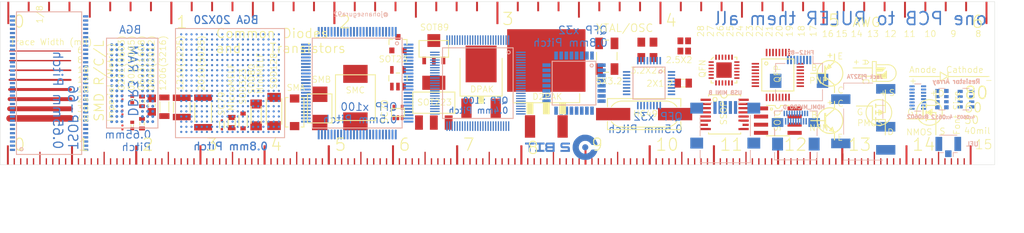
<source format=kicad_pcb>
(kicad_pcb (version 20171130) (host pcbnew "(5.1.10)-1")
  (layers (0 Top signal) (31 Bottom signal) (34 B.Paste user) (35 F.Paste user) (36 B.SilkS user) (37 F.SilkS user) (38 B.Mask user) (39 F.Mask user) (44 Edge.Cuts user))
  (net 0 "")
  (module wrx:2bit_top (layer Bottom) (at 158.5 115 180)
    (fp_text reference G*** hide)
    (fp_text value LOGO hide)
    (fp_poly (pts (xy -3.523209 0.441348) (xy -3.396182 0.368994) (xy -3.353498 0.330898) (xy -3.26583 0.210679) (xy -3.220025 0.074387) (xy -3.216025 -0.067287) (xy -3.253774 -0.203653) (xy -3.333217 -0.324017) (xy -3.357084 -0.348037) (xy -3.482915 -0.433375) (xy -3.624189 -0.474019) (xy -3.770746 -0.468265) (xy -3.8735 -0.434592) (xy -4.003744 -0.349746) (xy -4.096974 -0.237125) (xy -4.149898 -0.105169) (xy -4.159222 0.037683) (xy -4.121651 0.18299) (xy -4.117857 0.191551) (xy -4.035718 0.317329) (xy -3.925766 0.406915) (xy -3.797419 0.458591) (xy -3.660094 0.470641) (xy -3.523209 0.441348)) (layer Bottom) (width 0.01))
    (fp_poly (pts (xy 5.6896 0.4318) (xy 5.1308 0.4318) (xy 5.1308 -0.7112) (xy 4.826 -0.7112) (xy 4.826 0.4318) (xy 4.2418 0.4318) (xy 4.2418 0.7366) (xy 5.6896 0.7366) (xy 5.6896 0.4318)) (layer Bottom) (width 0.01))
    (fp_poly (pts (xy 4.1148 0.4318) (xy 3.556 0.4318) (xy 3.556 -0.4064) (xy 4.1148 -0.4064) (xy 4.1148 -0.7112) (xy 2.667 -0.7112) (xy 2.667 -0.4064) (xy 3.2512 -0.4064) (xy 3.2512 0.4318) (xy 2.667 0.4318) (xy 2.667 0.7366) (xy 4.1148 0.7366) (xy 4.1148 0.4318)) (layer Bottom) (width 0.01))
    (fp_poly (pts (xy 1.726756 0.731492) (xy 2.361313 0.7239) (xy 2.444306 0.640889) (xy 2.484227 0.598168) (xy 2.509328 0.558235) (xy 2.523704 0.507323) (xy 2.531448 0.431663) (xy 2.536086 0.332175) (xy 2.539076 0.22098) (xy 2.536324 0.148173) (xy 2.525953 0.101489) (xy 2.506085 0.068665) (xy 2.493702 0.055303) (xy 2.459321 0.016711) (xy 2.460776 -0.009308) (xy 2.491266 -0.03997) (xy 2.516794 -0.072046) (xy 2.531742 -0.119381) (xy 2.53862 -0.194578) (xy 2.54 -0.284598) (xy 2.531907 -0.435145) (xy 2.505586 -0.546168) (xy 2.457967 -0.626625) (xy 2.407493 -0.671558) (xy 2.382475 -0.68418) (xy 2.343857 -0.693889) (xy 2.285485 -0.701042) (xy 2.201204 -0.705994) (xy 2.084861 -0.7091) (xy 1.930301 -0.710716) (xy 1.73137 -0.711199) (xy 1.721548 -0.7112) (xy 1.0922 -0.7112) (xy 1.0922 -0.1524) (xy 1.397 -0.1524) (xy 1.397 -0.4064) (xy 2.2352 -0.4064) (xy 2.2352 -0.1524) (xy 1.397 -0.1524) (xy 1.0922 -0.1524) (xy 1.0922 0.4318) (xy 1.397 0.4318) (xy 1.397 0.1524) (xy 2.2352 0.1524) (xy 2.2352 0.4318) (xy 1.397 0.4318) (xy 1.0922 0.4318) (xy 1.0922 0.739084) (xy 1.726756 0.731492)) (layer Bottom) (width 0.01))
    (fp_poly (pts (xy -0.220059 0.731606) (xy -0.138609 0.728263) (xy -0.080504 0.722307) (xy -0.038883 0.713293) (xy -0.006883 0.700775) (xy 0.020578 0.685402) (xy 0.099955 0.61379) (xy 0.150654 0.510957) (xy 0.174882 0.371299) (xy 0.17776 0.286566) (xy 0.164483 0.128265) (xy 0.123397 0.009274) (xy 0.052499 -0.074854) (xy 0 -0.10791) (xy -0.04129 -0.124692) (xy -0.093237 -0.136773) (xy -0.164291 -0.144864) (xy -0.2629 -0.149678) (xy -0.397513 -0.151927) (xy -0.52705 -0.15236) (xy -0.9652 -0.1524) (xy -0.9652 -0.405428) (xy 0.1651 -0.4191) (xy 0.172717 -0.56515) (xy 0.180335 -0.7112) (xy -1.2954 -0.7112) (xy -1.295259 -0.43815) (xy -1.291675 -0.268352) (xy -1.279681 -0.140193) (xy -1.257113 -0.044897) (xy -1.221807 0.026312) (xy -1.171601 0.082209) (xy -1.165709 0.087268) (xy -1.13757 0.109918) (xy -1.10959 0.126594) (xy -1.073935 0.138211) (xy -1.022768 0.145684) (xy -0.948256 0.149926) (xy -0.842562 0.151853) (xy -0.697852 0.152378) (xy -0.607652 0.1524) (xy -0.127 0.1524) (xy -0.127 0.4318) (xy -1.297936 0.4318) (xy -1.2827 0.7239) (xy -0.6731 0.730408) (xy -0.480443 0.732234) (xy -0.331716 0.732781) (xy -0.220059 0.731606)) (layer Bottom) (width 0.01))
    (fp_poly (pts (xy -3.399276 1.951917) (xy -3.276022 1.936643) (xy -3.244584 1.929655) (xy -2.978789 1.845818) (xy -2.747492 1.738389) (xy -2.536861 1.599433) (xy -2.333063 1.421009) (xy -2.2987 1.386786) (xy -2.12822 1.199826) (xy -1.996402 1.020103) (xy -1.895185 0.834918) (xy -1.816508 0.631567) (xy -1.813533 0.6223) (xy -1.740855 0.316406) (xy -1.7152 0.007989) (xy -1.735766 -0.296895) (xy -1.801751 -0.592192) (xy -1.912354 -0.871847) (xy -2.040486 -1.0922) (xy -2.230877 -1.329092) (xy -2.457992 -1.53799) (xy -2.711516 -1.709912) (xy -2.810456 -1.762604) (xy -3.027422 -1.856818) (xy -3.239953 -1.919954) (xy -3.461362 -1.954299) (xy -3.704963 -1.962144) (xy -3.9116 -1.951908) (xy -4.109786 -1.927499) (xy -4.288822 -1.883205) (xy -4.469457 -1.812933) (xy -4.5974 -1.75052) (xy -4.859739 -1.586928) (xy -5.093973 -1.384682) (xy -5.2941 -1.14997) (xy -5.454113 -0.888982) (xy -5.475372 -0.845661) (xy -5.529972 -0.71493) (xy -5.567013 -0.593597) (xy -5.584845 -0.490746) (xy -5.581819 -0.415465) (xy -5.560083 -0.378906) (xy -5.523615 -0.371273) (xy -5.445767 -0.364698) (xy -5.335954 -0.35966) (xy -5.203591 -0.356641) (xy -5.110596 -0.355988) (xy -4.949843 -0.355973) (xy -4.830834 -0.358696) (xy -4.744523 -0.367787) (xy -4.68186 -0.386877) (xy -4.6338 -0.419596) (xy -4.591293 -0.469577) (xy -4.545293 -0.540449) (xy -4.51096 -0.596623) (xy -4.391434 -0.745481) (xy -4.239768 -0.862361) (xy -4.064056 -0.946298) (xy -3.87239 -0.99633) (xy -3.672864 -1.011491) (xy -3.473571 -0.99082) (xy -3.282606 -0.93335) (xy -3.10806 -0.83812) (xy -3.026518 -0.773398) (xy -2.8681 -0.600181) (xy -2.755038 -0.408851) (xy -2.688328 -0.204322) (xy -2.668967 0.00849) (xy -2.697952 0.224671) (xy -2.77628 0.439304) (xy -2.779298 0.445456) (xy -2.893264 0.629535) (xy -3.037963 0.777838) (xy -3.220396 0.897151) (xy -3.272038 0.922922) (xy -3.358504 0.96158) (xy -3.430357 0.985343) (xy -3.505566 0.997682) (xy -3.602103 1.002068) (xy -3.683 1.002306) (xy -3.819917 0.998452) (xy -3.924809 0.986318) (xy -4.016155 0.963082) (xy -4.071229 0.943003) (xy -4.185516 0.883141) (xy -4.307772 0.795609) (xy -4.423787 0.692803) (xy -4.519354 0.587121) (xy -4.57375 0.504571) (xy -4.61622 0.437317) (xy -4.661113 0.389126) (xy -4.672014 0.38185) (xy -4.712734 0.373357) (xy -4.793223 0.366342) (xy -4.902467 0.360941) (xy -5.02945 0.35729) (xy -5.16316 0.355526) (xy -5.292581 0.355785) (xy -5.406701 0.358203) (xy -5.494505 0.362916) (xy -5.544979 0.370061) (xy -5.547823 0.371018) (xy -5.579695 0.408988) (xy -5.586146 0.484357) (xy -5.567649 0.590819) (xy -5.524679 0.72207) (xy -5.520669 0.732268) (xy -5.383488 1.010386) (xy -5.205983 1.260243) (xy -4.992213 1.478302) (xy -4.746233 1.661023) (xy -4.472098 1.804869) (xy -4.175206 1.905958) (xy -4.047962 1.930206) (xy -3.891978 1.947302) (xy -3.722023 1.95687) (xy -3.552866 1.958534) (xy -3.399276 1.951917)) (layer Bottom) (width 0.01))
  )
  (module wrx:2bit_mask (layer Bottom) (at 158.5 115 180)
    (fp_text reference G*** hide)
    (fp_text value LOGO hide)
  )
  (module Connector_USB:USB_Mini-B_Lumberg_2486_01_Horizontal (layer Bottom) (at 184 111.5 180)
    (fp_text reference "USB MINI B" (at 0 5) (layer B.SilkS) (effects (font (size 0.6 0.6)) (justify mirror)))
    (fp_text value USB_Mini-B_Lumberg_2486_01_Horizontal)
    (pad "" np_thru_hole circle (at 2.2 0 180) (size 1 1) (drill 1) (layers *.Cu *.Mask))
    (pad "" np_thru_hole circle (at -2.2 0 180) (size 1 1) (drill 1) (layers *.Cu *.Mask))
    (pad 6 smd rect (at 4.45 -2.85 180) (size 2 1.7) (layers Bottom B.Paste B.Mask))
    (pad 6 smd rect (at 4.45 2.6 180) (size 2 1.7) (layers Bottom B.Paste B.Mask))
    (pad 6 smd rect (at -4.45 -2.85 180) (size 2 1.7) (layers Bottom B.Paste B.Mask))
    (pad 6 smd rect (at -4.45 2.6 180) (size 2 1.7) (layers Bottom B.Paste B.Mask))
    (pad 5 smd rect (at 1.6 2.7 180) (size 0.5 2) (layers Bottom B.Paste B.Mask))
    (pad 4 smd rect (at 0.8 2.7 180) (size 0.5 2) (layers Bottom B.Paste B.Mask))
    (pad 3 smd rect (at 0 2.7 180) (size 0.5 2) (layers Bottom B.Paste B.Mask))
    (pad 2 smd rect (at -0.8 2.7 180) (size 0.5 2) (layers Bottom B.Paste B.Mask))
    (pad 1 smd rect (at -1.6 2.7 180) (size 0.5 2) (layers Bottom B.Paste B.Mask))
  )
  (module Connector_HDMI:HDMI_Micro-D_Molex_46765-0x01 (layer Bottom) (at 195 114.5 180)
    (fp_text reference "HDMI_MICRO D" (at -1.25 5.75) (layer B.SilkS) (effects (font (size 0.6 0.6)) (justify mirror)))
    (fp_text value HDMI_Micro-D_Molex_46765-0x01)
    (pad 18 smd rect (at -1.6 3.55 180) (size 0.23 1) (layers Bottom B.Paste B.Mask))
    (pad 16 smd rect (at -1.2 3.55 180) (size 0.23 1) (layers Bottom B.Paste B.Mask))
    (pad 14 smd rect (at -0.8 3.55 180) (size 0.23 1) (layers Bottom B.Paste B.Mask))
    (pad 12 smd rect (at -0.4 3.55 180) (size 0.23 1) (layers Bottom B.Paste B.Mask))
    (pad 10 smd rect (at 0 3.55 180) (size 0.23 1) (layers Bottom B.Paste B.Mask))
    (pad 8 smd rect (at 0.4 3.55 180) (size 0.23 1) (layers Bottom B.Paste B.Mask))
    (pad 6 smd rect (at 0.8 3.55 180) (size 0.23 1) (layers Bottom B.Paste B.Mask))
    (pad 4 smd rect (at 1.2 3.55 180) (size 0.23 1) (layers Bottom B.Paste B.Mask))
    (pad 2 smd rect (at 1.6 3.55 180) (size 0.23 1) (layers Bottom B.Paste B.Mask))
    (pad 19 smd rect (at -1.8 4.775 180) (size 0.23 0.85) (layers Bottom B.Paste B.Mask))
    (pad 17 smd rect (at -1.4 4.775 180) (size 0.23 0.85) (layers Bottom B.Paste B.Mask))
    (pad 15 smd rect (at -1 4.775 180) (size 0.23 0.85) (layers Bottom B.Paste B.Mask))
    (pad 13 smd rect (at -0.6 4.775 180) (size 0.23 0.85) (layers Bottom B.Paste B.Mask))
    (pad 11 smd rect (at -0.2 4.775 180) (size 0.23 0.85) (layers Bottom B.Paste B.Mask))
    (pad 9 smd rect (at 0.2 4.775 180) (size 0.23 0.85) (layers Bottom B.Paste B.Mask))
    (pad 7 smd rect (at 0.6 4.775 180) (size 0.23 0.85) (layers Bottom B.Paste B.Mask))
    (pad 5 smd rect (at 1 4.775 180) (size 0.23 0.85) (layers Bottom B.Paste B.Mask))
    (pad 3 smd rect (at 1.4 4.775 180) (size 0.23 0.85) (layers Bottom B.Paste B.Mask))
    (pad 1 smd rect (at 1.8 4.775 180) (size 0.23 0.85) (layers Bottom B.Paste B.Mask))
    (pad SH smd rect (at 2.85 3.36 180) (size 1.8 1.38) (layers Bottom B.Paste B.Mask))
    (pad SH smd rect (at -2.85 3.36 180) (size 1.8 1.38) (layers Bottom B.Paste B.Mask))
    (pad SH smd rect (at 2.85 0 180) (size 1.7 2) (layers Bottom B.Paste B.Mask))
    (pad SH smd rect (at -2.85 0 180) (size 1.7 2) (layers Bottom B.Paste B.Mask))
  )
  (module Connector_FFC-FPC:Hirose_FH12-8S-0.5SH_1x08-1MP_P0.50mm_Horizontal (layer Bottom) (at 195.5 103.25 180)
    (fp_text reference FH12-8S (at -0.25 3) (layer B.SilkS) (effects (font (size 0.6 0.6)) (justify mirror)))
    (fp_text value Hirose_FH12-8S-0.5SH_1x08-1MP_P0.50mm_Horizontal)
    (pad 8 smd rect (at 1.75 1.85 180) (size 0.3 1.3) (layers Bottom B.Paste B.Mask))
    (pad 7 smd rect (at 1.25 1.85 180) (size 0.3 1.3) (layers Bottom B.Paste B.Mask))
    (pad 6 smd rect (at 0.75 1.85 180) (size 0.3 1.3) (layers Bottom B.Paste B.Mask))
    (pad 5 smd rect (at 0.25 1.85 180) (size 0.3 1.3) (layers Bottom B.Paste B.Mask))
    (pad 4 smd rect (at -0.25 1.85 180) (size 0.3 1.3) (layers Bottom B.Paste B.Mask))
    (pad 3 smd rect (at -0.75 1.85 180) (size 0.3 1.3) (layers Bottom B.Paste B.Mask))
    (pad 2 smd rect (at -1.25 1.85 180) (size 0.3 1.3) (layers Bottom B.Paste B.Mask))
    (pad 1 smd rect (at -1.75 1.85 180) (size 0.3 1.3) (layers Bottom B.Paste B.Mask))
    (pad MP smd rect (at -3.65 -1.4 180) (size 1.8 2.2) (layers Bottom B.Paste B.Mask))
    (pad MP smd rect (at 3.65 -1.4 180) (size 1.8 2.2) (layers Bottom B.Paste B.Mask))
  )
  (module Connector_Audio:PJ327A (layer Bottom) (at 205.5 112 90)
    (fp_text reference "Jack Pj327A" (at 8 0.25 180) (layer B.SilkS) (effects (font (size 0.6 0.6)) (justify mirror)))
    (fp_text value PJ327A hide)
    (pad 2 smd rect (at 4.5 -3.5 90) (size 1.5 3) (layers Bottom B.Paste B.Mask))
    (pad 3 smd rect (at -2.4 -3.5 90) (size 1.5 3) (layers Bottom B.Paste B.Mask))
    (pad 4 smd rect (at -3.4 3.5 90) (size 1.5 3) (layers Bottom B.Paste B.Mask))
    (pad 5 smd rect (at 0.2 3.5 90) (size 1.5 3) (layers Bottom B.Paste B.Mask))
    (pad 6 smd rect (at 6.1 3.5 90) (size 1.5 3) (layers Bottom B.Paste B.Mask))
    (pad MH1 np_thru_hole circle (at -2 0 90) (size 1.3 0) (drill 1.3) (layers *.Cu *.Mask))
    (pad MH2 np_thru_hole circle (at 4 0 90) (size 1.3 0) (drill 1.3) (layers *.Cu *.Mask))
  )
  (module Connector_Coaxial:U.FL_Hirose_U.FL-R-SMT-1_Vertical (layer Bottom) (at 218.75 114.95 90)
    (fp_text reference UFL (at 0.45 3.75 180) (layer B.SilkS) (effects (font (size 0.7 0.7)) (justify mirror)))
    (fp_text value U.FL_Hirose_U.FL-R-SMT-1_Vertical)
    (pad 2 smd rect (at 0.475 1.475 90) (size 2.2 1.05) (layers Bottom B.Paste B.Mask))
    (pad 1 smd rect (at -1.05 0 90) (size 1.05 1) (layers Bottom B.Paste B.Mask))
    (pad 2 smd rect (at 0.475 -1.475 90) (size 2.2 1.05) (layers Bottom B.Paste B.Mask))
  )
  (module Resistor_SMD:R_Array_Convex_8x0602 (layer Bottom) (at 214 107.25)
    (fp_text reference 8x0602 (at 0 3) (layer B.SilkS) (effects (font (size 0.6 0.6)) (justify mirror)))
    (fp_text value R_Array_Convex_8x0602)
    (pad 10 smd rect (at 0.9 -1.25) (size 0.8 0.3) (layers Bottom B.Paste B.Mask))
    (pad 12 smd rect (at 0.9 -0.25) (size 0.8 0.3) (layers Bottom B.Paste B.Mask))
    (pad 11 smd rect (at 0.9 -0.75) (size 0.8 0.3) (layers Bottom B.Paste B.Mask))
    (pad 13 smd rect (at 0.9 0.25) (size 0.8 0.3) (layers Bottom B.Paste B.Mask))
    (pad 14 smd rect (at 0.9 0.75) (size 0.8 0.3) (layers Bottom B.Paste B.Mask))
    (pad 15 smd rect (at 0.9 1.25) (size 0.8 0.3) (layers Bottom B.Paste B.Mask))
    (pad 7 smd rect (at -0.9 -1.25) (size 0.8 0.3) (layers Bottom B.Paste B.Mask))
    (pad 6 smd rect (at -0.9 -0.75) (size 0.8 0.3) (layers Bottom B.Paste B.Mask))
    (pad 5 smd rect (at -0.9 -0.25) (size 0.8 0.3) (layers Bottom B.Paste B.Mask))
    (pad 4 smd rect (at -0.9 0.25) (size 0.8 0.3) (layers Bottom B.Paste B.Mask))
    (pad 3 smd rect (at -0.9 0.75) (size 0.8 0.3) (layers Bottom B.Paste B.Mask))
    (pad 2 smd rect (at -0.9 1.25) (size 0.8 0.3) (layers Bottom B.Paste B.Mask))
    (pad 9 smd rect (at 0.9 -1.75) (size 0.8 0.3) (layers Bottom B.Paste B.Mask))
    (pad 8 smd rect (at -0.9 -1.75) (size 0.8 0.3) (layers Bottom B.Paste B.Mask))
    (pad 16 smd rect (at 0.9 1.75) (size 0.8 0.3) (layers Bottom B.Paste B.Mask))
    (pad 1 smd rect (at -0.9 1.75) (size 0.8 0.3) (layers Bottom B.Paste B.Mask))
  )
  (module Resistor_SMD:R_Array_Convex_4x0612 (layer Bottom) (at 217.75 107.5)
    (fp_text reference 4x0612 (at 0 2.8) (layer B.SilkS) (effects (font (size 0.6 0.6)) (justify mirror)))
    (fp_text value R_Array_Convex_4x0612)
    (pad 1 smd rect (at -0.7 1.27) (size 0.7 0.64) (layers Bottom B.Paste B.Mask))
    (pad 3 smd rect (at -0.7 -0.4) (size 0.7 0.5) (layers Bottom B.Paste B.Mask))
    (pad 2 smd rect (at -0.7 0.4) (size 0.7 0.5) (layers Bottom B.Paste B.Mask))
    (pad 4 smd rect (at -0.7 -1.27) (size 0.7 0.64) (layers Bottom B.Paste B.Mask))
    (pad 7 smd rect (at 0.7 0.4) (size 0.7 0.5) (layers Bottom B.Paste B.Mask))
    (pad 8 smd rect (at 0.7 1.27) (size 0.7 0.64) (layers Bottom B.Paste B.Mask))
    (pad 6 smd rect (at 0.7 -0.4) (size 0.7 0.5) (layers Bottom B.Paste B.Mask))
    (pad 5 smd rect (at 0.7 -1.27) (size 0.7 0.64) (layers Bottom B.Paste B.Mask))
  )
  (module Resistor_SMD:R_Array_Convex_4x0603 (layer Bottom) (at 221.5 107.5)
    (fp_text reference 4x0603 (at 0 2.8) (layer B.SilkS) (effects (font (size 0.5 0.5) (thickness 0.125)) (justify mirror)))
    (fp_text value R_Array_Convex_4x0603)
    (pad 5 smd rect (at 0.9 -1.2) (size 0.8 0.5) (layers Bottom B.Paste B.Mask))
    (pad 6 smd rect (at 0.9 -0.4) (size 0.8 0.4) (layers Bottom B.Paste B.Mask))
    (pad 8 smd rect (at 0.9 1.2) (size 0.8 0.5) (layers Bottom B.Paste B.Mask))
    (pad 7 smd rect (at 0.9 0.4) (size 0.8 0.4) (layers Bottom B.Paste B.Mask))
    (pad 4 smd rect (at -0.9 -1.2) (size 0.8 0.5) (layers Bottom B.Paste B.Mask))
    (pad 2 smd rect (at -0.9 0.4) (size 0.8 0.4) (layers Bottom B.Paste B.Mask))
    (pad 3 smd rect (at -0.9 -0.4) (size 0.8 0.4) (layers Bottom B.Paste B.Mask))
    (pad 1 smd rect (at -0.9 1.2) (size 0.8 0.5) (layers Bottom B.Paste B.Mask))
  )
  (module "Adafruit PCB Reference Ruler:EDGE-MILLIMETERS" (layer Top) (at 72.2311 117.7036)
    (fp_text reference E$1 hide)
    (fp_text value "" hide)
    (fp_poly (pts (xy -0.15 0) (xy 0.15 0) (xy 0.15 -3) (xy -0.15 -3)) (layer Top) (width 0))
    (fp_poly (pts (xy 0.9 0) (xy 1.1 0) (xy 1.1 -1) (xy 0.9 -1)) (layer Top) (width 0))
    (fp_poly (pts (xy 1.9 0) (xy 2.1 0) (xy 2.1 -1) (xy 1.9 -1)) (layer Top) (width 0))
    (fp_poly (pts (xy 2.9 0) (xy 3.1 0) (xy 3.1 -1) (xy 2.9 -1)) (layer Top) (width 0))
    (fp_poly (pts (xy 4.9 0) (xy 5.1 0) (xy 5.1 -2) (xy 4.9 -2)) (layer Top) (width 0))
    (fp_poly (pts (xy 3.9 0) (xy 4.1 0) (xy 4.1 -1) (xy 3.9 -1)) (layer Top) (width 0))
    (fp_poly (pts (xy 5.9 0) (xy 6.1 0) (xy 6.1 -1) (xy 5.9 -1)) (layer Top) (width 0))
    (fp_poly (pts (xy 6.9 0) (xy 7.1 0) (xy 7.1 -1) (xy 6.9 -1)) (layer Top) (width 0))
    (fp_poly (pts (xy 7.9 0) (xy 8.1 0) (xy 8.1 -1) (xy 7.9 -1)) (layer Top) (width 0))
    (fp_poly (pts (xy 8.9 0) (xy 9.1 0) (xy 9.1 -1) (xy 8.9 -1)) (layer Top) (width 0))
    (fp_poly (pts (xy 9.85 0) (xy 10.15 0) (xy 10.15 -3) (xy 9.85 -3)) (layer Top) (width 0))
  )
  (module "Adafruit PCB Reference Ruler:EDGE-MILLIMETERS" (layer Top) (at 82.2311 117.7036)
    (fp_text reference E$2 hide)
    (fp_text value "" hide)
    (fp_poly (pts (xy -0.15 0) (xy 0.15 0) (xy 0.15 -3) (xy -0.15 -3)) (layer Top) (width 0))
    (fp_poly (pts (xy 0.9 0) (xy 1.1 0) (xy 1.1 -1) (xy 0.9 -1)) (layer Top) (width 0))
    (fp_poly (pts (xy 1.9 0) (xy 2.1 0) (xy 2.1 -1) (xy 1.9 -1)) (layer Top) (width 0))
    (fp_poly (pts (xy 2.9 0) (xy 3.1 0) (xy 3.1 -1) (xy 2.9 -1)) (layer Top) (width 0))
    (fp_poly (pts (xy 4.9 0) (xy 5.1 0) (xy 5.1 -2) (xy 4.9 -2)) (layer Top) (width 0))
    (fp_poly (pts (xy 3.9 0) (xy 4.1 0) (xy 4.1 -1) (xy 3.9 -1)) (layer Top) (width 0))
    (fp_poly (pts (xy 5.9 0) (xy 6.1 0) (xy 6.1 -1) (xy 5.9 -1)) (layer Top) (width 0))
    (fp_poly (pts (xy 6.9 0) (xy 7.1 0) (xy 7.1 -1) (xy 6.9 -1)) (layer Top) (width 0))
    (fp_poly (pts (xy 7.9 0) (xy 8.1 0) (xy 8.1 -1) (xy 7.9 -1)) (layer Top) (width 0))
    (fp_poly (pts (xy 8.9 0) (xy 9.1 0) (xy 9.1 -1) (xy 8.9 -1)) (layer Top) (width 0))
    (fp_poly (pts (xy 9.85 0) (xy 10.15 0) (xy 10.15 -3) (xy 9.85 -3)) (layer Top) (width 0))
  )
  (module "Adafruit PCB Reference Ruler:EDGE-MILLIMETERS" (layer Top) (at 92.2311 117.7036)
    (fp_text reference E$3 hide)
    (fp_text value "" hide)
    (fp_poly (pts (xy -0.15 0) (xy 0.15 0) (xy 0.15 -3) (xy -0.15 -3)) (layer Top) (width 0))
    (fp_poly (pts (xy 0.9 0) (xy 1.1 0) (xy 1.1 -1) (xy 0.9 -1)) (layer Top) (width 0))
    (fp_poly (pts (xy 1.9 0) (xy 2.1 0) (xy 2.1 -1) (xy 1.9 -1)) (layer Top) (width 0))
    (fp_poly (pts (xy 2.9 0) (xy 3.1 0) (xy 3.1 -1) (xy 2.9 -1)) (layer Top) (width 0))
    (fp_poly (pts (xy 4.9 0) (xy 5.1 0) (xy 5.1 -2) (xy 4.9 -2)) (layer Top) (width 0))
    (fp_poly (pts (xy 3.9 0) (xy 4.1 0) (xy 4.1 -1) (xy 3.9 -1)) (layer Top) (width 0))
    (fp_poly (pts (xy 5.9 0) (xy 6.1 0) (xy 6.1 -1) (xy 5.9 -1)) (layer Top) (width 0))
    (fp_poly (pts (xy 6.9 0) (xy 7.1 0) (xy 7.1 -1) (xy 6.9 -1)) (layer Top) (width 0))
    (fp_poly (pts (xy 7.9 0) (xy 8.1 0) (xy 8.1 -1) (xy 7.9 -1)) (layer Top) (width 0))
    (fp_poly (pts (xy 8.9 0) (xy 9.1 0) (xy 9.1 -1) (xy 8.9 -1)) (layer Top) (width 0))
    (fp_poly (pts (xy 9.85 0) (xy 10.15 0) (xy 10.15 -3) (xy 9.85 -3)) (layer Top) (width 0))
  )
  (module "Adafruit PCB Reference Ruler:EDGE-MILLIMETERS" (layer Top) (at 102.2311 117.7036)
    (fp_text reference E$4 hide)
    (fp_text value "" hide)
    (fp_poly (pts (xy -0.15 0) (xy 0.15 0) (xy 0.15 -3) (xy -0.15 -3)) (layer Top) (width 0))
    (fp_poly (pts (xy 0.9 0) (xy 1.1 0) (xy 1.1 -1) (xy 0.9 -1)) (layer Top) (width 0))
    (fp_poly (pts (xy 1.9 0) (xy 2.1 0) (xy 2.1 -1) (xy 1.9 -1)) (layer Top) (width 0))
    (fp_poly (pts (xy 2.9 0) (xy 3.1 0) (xy 3.1 -1) (xy 2.9 -1)) (layer Top) (width 0))
    (fp_poly (pts (xy 4.9 0) (xy 5.1 0) (xy 5.1 -2) (xy 4.9 -2)) (layer Top) (width 0))
    (fp_poly (pts (xy 3.9 0) (xy 4.1 0) (xy 4.1 -1) (xy 3.9 -1)) (layer Top) (width 0))
    (fp_poly (pts (xy 5.9 0) (xy 6.1 0) (xy 6.1 -1) (xy 5.9 -1)) (layer Top) (width 0))
    (fp_poly (pts (xy 6.9 0) (xy 7.1 0) (xy 7.1 -1) (xy 6.9 -1)) (layer Top) (width 0))
    (fp_poly (pts (xy 7.9 0) (xy 8.1 0) (xy 8.1 -1) (xy 7.9 -1)) (layer Top) (width 0))
    (fp_poly (pts (xy 8.9 0) (xy 9.1 0) (xy 9.1 -1) (xy 8.9 -1)) (layer Top) (width 0))
    (fp_poly (pts (xy 9.85 0) (xy 10.15 0) (xy 10.15 -3) (xy 9.85 -3)) (layer Top) (width 0))
  )
  (module "Adafruit PCB Reference Ruler:EDGE-MILLIMETERS" (layer Top) (at 112.2311 117.7036)
    (fp_text reference E$5 hide)
    (fp_text value "" hide)
    (fp_poly (pts (xy -0.15 0) (xy 0.15 0) (xy 0.15 -3) (xy -0.15 -3)) (layer Top) (width 0))
    (fp_poly (pts (xy 0.9 0) (xy 1.1 0) (xy 1.1 -1) (xy 0.9 -1)) (layer Top) (width 0))
    (fp_poly (pts (xy 1.9 0) (xy 2.1 0) (xy 2.1 -1) (xy 1.9 -1)) (layer Top) (width 0))
    (fp_poly (pts (xy 2.9 0) (xy 3.1 0) (xy 3.1 -1) (xy 2.9 -1)) (layer Top) (width 0))
    (fp_poly (pts (xy 4.9 0) (xy 5.1 0) (xy 5.1 -2) (xy 4.9 -2)) (layer Top) (width 0))
    (fp_poly (pts (xy 3.9 0) (xy 4.1 0) (xy 4.1 -1) (xy 3.9 -1)) (layer Top) (width 0))
    (fp_poly (pts (xy 5.9 0) (xy 6.1 0) (xy 6.1 -1) (xy 5.9 -1)) (layer Top) (width 0))
    (fp_poly (pts (xy 6.9 0) (xy 7.1 0) (xy 7.1 -1) (xy 6.9 -1)) (layer Top) (width 0))
    (fp_poly (pts (xy 7.9 0) (xy 8.1 0) (xy 8.1 -1) (xy 7.9 -1)) (layer Top) (width 0))
    (fp_poly (pts (xy 8.9 0) (xy 9.1 0) (xy 9.1 -1) (xy 8.9 -1)) (layer Top) (width 0))
    (fp_poly (pts (xy 9.85 0) (xy 10.15 0) (xy 10.15 -3) (xy 9.85 -3)) (layer Top) (width 0))
  )
  (module "Adafruit PCB Reference Ruler:EDGE-MILLIMETERS" (layer Top) (at 122.2311 117.7036)
    (fp_text reference E$6 hide)
    (fp_text value "" hide)
    (fp_poly (pts (xy -0.15 0) (xy 0.15 0) (xy 0.15 -3) (xy -0.15 -3)) (layer Top) (width 0))
    (fp_poly (pts (xy 0.9 0) (xy 1.1 0) (xy 1.1 -1) (xy 0.9 -1)) (layer Top) (width 0))
    (fp_poly (pts (xy 1.9 0) (xy 2.1 0) (xy 2.1 -1) (xy 1.9 -1)) (layer Top) (width 0))
    (fp_poly (pts (xy 2.9 0) (xy 3.1 0) (xy 3.1 -1) (xy 2.9 -1)) (layer Top) (width 0))
    (fp_poly (pts (xy 4.9 0) (xy 5.1 0) (xy 5.1 -2) (xy 4.9 -2)) (layer Top) (width 0))
    (fp_poly (pts (xy 3.9 0) (xy 4.1 0) (xy 4.1 -1) (xy 3.9 -1)) (layer Top) (width 0))
    (fp_poly (pts (xy 5.9 0) (xy 6.1 0) (xy 6.1 -1) (xy 5.9 -1)) (layer Top) (width 0))
    (fp_poly (pts (xy 6.9 0) (xy 7.1 0) (xy 7.1 -1) (xy 6.9 -1)) (layer Top) (width 0))
    (fp_poly (pts (xy 7.9 0) (xy 8.1 0) (xy 8.1 -1) (xy 7.9 -1)) (layer Top) (width 0))
    (fp_poly (pts (xy 8.9 0) (xy 9.1 0) (xy 9.1 -1) (xy 8.9 -1)) (layer Top) (width 0))
    (fp_poly (pts (xy 9.85 0) (xy 10.15 0) (xy 10.15 -3) (xy 9.85 -3)) (layer Top) (width 0))
  )
  (module "Adafruit PCB Reference Ruler:EDGE-MILLIMETERS" (layer Top) (at 132.2311 117.7036)
    (fp_text reference E$7 hide)
    (fp_text value "" hide)
    (fp_poly (pts (xy -0.15 0) (xy 0.15 0) (xy 0.15 -3) (xy -0.15 -3)) (layer Top) (width 0))
    (fp_poly (pts (xy 0.9 0) (xy 1.1 0) (xy 1.1 -1) (xy 0.9 -1)) (layer Top) (width 0))
    (fp_poly (pts (xy 1.9 0) (xy 2.1 0) (xy 2.1 -1) (xy 1.9 -1)) (layer Top) (width 0))
    (fp_poly (pts (xy 2.9 0) (xy 3.1 0) (xy 3.1 -1) (xy 2.9 -1)) (layer Top) (width 0))
    (fp_poly (pts (xy 4.9 0) (xy 5.1 0) (xy 5.1 -2) (xy 4.9 -2)) (layer Top) (width 0))
    (fp_poly (pts (xy 3.9 0) (xy 4.1 0) (xy 4.1 -1) (xy 3.9 -1)) (layer Top) (width 0))
    (fp_poly (pts (xy 5.9 0) (xy 6.1 0) (xy 6.1 -1) (xy 5.9 -1)) (layer Top) (width 0))
    (fp_poly (pts (xy 6.9 0) (xy 7.1 0) (xy 7.1 -1) (xy 6.9 -1)) (layer Top) (width 0))
    (fp_poly (pts (xy 7.9 0) (xy 8.1 0) (xy 8.1 -1) (xy 7.9 -1)) (layer Top) (width 0))
    (fp_poly (pts (xy 8.9 0) (xy 9.1 0) (xy 9.1 -1) (xy 8.9 -1)) (layer Top) (width 0))
    (fp_poly (pts (xy 9.85 0) (xy 10.15 0) (xy 10.15 -3) (xy 9.85 -3)) (layer Top) (width 0))
  )
  (module "Adafruit PCB Reference Ruler:EDGE-MILLIMETERS" (layer Top) (at 142.2311 117.7036)
    (fp_text reference E$8 hide)
    (fp_text value "" hide)
    (fp_poly (pts (xy -0.15 0) (xy 0.15 0) (xy 0.15 -3) (xy -0.15 -3)) (layer Top) (width 0))
    (fp_poly (pts (xy 0.9 0) (xy 1.1 0) (xy 1.1 -1) (xy 0.9 -1)) (layer Top) (width 0))
    (fp_poly (pts (xy 1.9 0) (xy 2.1 0) (xy 2.1 -1) (xy 1.9 -1)) (layer Top) (width 0))
    (fp_poly (pts (xy 2.9 0) (xy 3.1 0) (xy 3.1 -1) (xy 2.9 -1)) (layer Top) (width 0))
    (fp_poly (pts (xy 4.9 0) (xy 5.1 0) (xy 5.1 -2) (xy 4.9 -2)) (layer Top) (width 0))
    (fp_poly (pts (xy 3.9 0) (xy 4.1 0) (xy 4.1 -1) (xy 3.9 -1)) (layer Top) (width 0))
    (fp_poly (pts (xy 5.9 0) (xy 6.1 0) (xy 6.1 -1) (xy 5.9 -1)) (layer Top) (width 0))
    (fp_poly (pts (xy 6.9 0) (xy 7.1 0) (xy 7.1 -1) (xy 6.9 -1)) (layer Top) (width 0))
    (fp_poly (pts (xy 7.9 0) (xy 8.1 0) (xy 8.1 -1) (xy 7.9 -1)) (layer Top) (width 0))
    (fp_poly (pts (xy 8.9 0) (xy 9.1 0) (xy 9.1 -1) (xy 8.9 -1)) (layer Top) (width 0))
    (fp_poly (pts (xy 9.85 0) (xy 10.15 0) (xy 10.15 -3) (xy 9.85 -3)) (layer Top) (width 0))
  )
  (module "Adafruit PCB Reference Ruler:EDGE-MILLIMETERS" (layer Top) (at 152.2311 117.7036)
    (fp_text reference E$9 hide)
    (fp_text value "" hide)
    (fp_poly (pts (xy -0.15 0) (xy 0.15 0) (xy 0.15 -3) (xy -0.15 -3)) (layer Top) (width 0))
    (fp_poly (pts (xy 0.9 0) (xy 1.1 0) (xy 1.1 -1) (xy 0.9 -1)) (layer Top) (width 0))
    (fp_poly (pts (xy 1.9 0) (xy 2.1 0) (xy 2.1 -1) (xy 1.9 -1)) (layer Top) (width 0))
    (fp_poly (pts (xy 2.9 0) (xy 3.1 0) (xy 3.1 -1) (xy 2.9 -1)) (layer Top) (width 0))
    (fp_poly (pts (xy 4.9 0) (xy 5.1 0) (xy 5.1 -2) (xy 4.9 -2)) (layer Top) (width 0))
    (fp_poly (pts (xy 3.9 0) (xy 4.1 0) (xy 4.1 -1) (xy 3.9 -1)) (layer Top) (width 0))
    (fp_poly (pts (xy 5.9 0) (xy 6.1 0) (xy 6.1 -1) (xy 5.9 -1)) (layer Top) (width 0))
    (fp_poly (pts (xy 6.9 0) (xy 7.1 0) (xy 7.1 -1) (xy 6.9 -1)) (layer Top) (width 0))
    (fp_poly (pts (xy 7.9 0) (xy 8.1 0) (xy 8.1 -1) (xy 7.9 -1)) (layer Top) (width 0))
    (fp_poly (pts (xy 8.9 0) (xy 9.1 0) (xy 9.1 -1) (xy 8.9 -1)) (layer Top) (width 0))
    (fp_poly (pts (xy 9.85 0) (xy 10.15 0) (xy 10.15 -3) (xy 9.85 -3)) (layer Top) (width 0))
  )
  (module "Adafruit PCB Reference Ruler:EDGE-MILLIMETERS" (layer Top) (at 162.2311 117.7036)
    (fp_text reference E$10 hide)
    (fp_text value "" hide)
    (fp_poly (pts (xy -0.15 0) (xy 0.15 0) (xy 0.15 -3) (xy -0.15 -3)) (layer Top) (width 0))
    (fp_poly (pts (xy 0.9 0) (xy 1.1 0) (xy 1.1 -1) (xy 0.9 -1)) (layer Top) (width 0))
    (fp_poly (pts (xy 1.9 0) (xy 2.1 0) (xy 2.1 -1) (xy 1.9 -1)) (layer Top) (width 0))
    (fp_poly (pts (xy 2.9 0) (xy 3.1 0) (xy 3.1 -1) (xy 2.9 -1)) (layer Top) (width 0))
    (fp_poly (pts (xy 4.9 0) (xy 5.1 0) (xy 5.1 -2) (xy 4.9 -2)) (layer Top) (width 0))
    (fp_poly (pts (xy 3.9 0) (xy 4.1 0) (xy 4.1 -1) (xy 3.9 -1)) (layer Top) (width 0))
    (fp_poly (pts (xy 5.9 0) (xy 6.1 0) (xy 6.1 -1) (xy 5.9 -1)) (layer Top) (width 0))
    (fp_poly (pts (xy 6.9 0) (xy 7.1 0) (xy 7.1 -1) (xy 6.9 -1)) (layer Top) (width 0))
    (fp_poly (pts (xy 7.9 0) (xy 8.1 0) (xy 8.1 -1) (xy 7.9 -1)) (layer Top) (width 0))
    (fp_poly (pts (xy 8.9 0) (xy 9.1 0) (xy 9.1 -1) (xy 8.9 -1)) (layer Top) (width 0))
    (fp_poly (pts (xy 9.85 0) (xy 10.15 0) (xy 10.15 -3) (xy 9.85 -3)) (layer Top) (width 0))
  )
  (module "Adafruit PCB Reference Ruler:EDGE-MILLIMETERS" (layer Top) (at 172.2311 117.7036)
    (fp_text reference E$11 hide)
    (fp_text value "" hide)
    (fp_poly (pts (xy -0.15 0) (xy 0.15 0) (xy 0.15 -3) (xy -0.15 -3)) (layer Top) (width 0))
    (fp_poly (pts (xy 0.9 0) (xy 1.1 0) (xy 1.1 -1) (xy 0.9 -1)) (layer Top) (width 0))
    (fp_poly (pts (xy 1.9 0) (xy 2.1 0) (xy 2.1 -1) (xy 1.9 -1)) (layer Top) (width 0))
    (fp_poly (pts (xy 2.9 0) (xy 3.1 0) (xy 3.1 -1) (xy 2.9 -1)) (layer Top) (width 0))
    (fp_poly (pts (xy 4.9 0) (xy 5.1 0) (xy 5.1 -2) (xy 4.9 -2)) (layer Top) (width 0))
    (fp_poly (pts (xy 3.9 0) (xy 4.1 0) (xy 4.1 -1) (xy 3.9 -1)) (layer Top) (width 0))
    (fp_poly (pts (xy 5.9 0) (xy 6.1 0) (xy 6.1 -1) (xy 5.9 -1)) (layer Top) (width 0))
    (fp_poly (pts (xy 6.9 0) (xy 7.1 0) (xy 7.1 -1) (xy 6.9 -1)) (layer Top) (width 0))
    (fp_poly (pts (xy 7.9 0) (xy 8.1 0) (xy 8.1 -1) (xy 7.9 -1)) (layer Top) (width 0))
    (fp_poly (pts (xy 8.9 0) (xy 9.1 0) (xy 9.1 -1) (xy 8.9 -1)) (layer Top) (width 0))
    (fp_poly (pts (xy 9.85 0) (xy 10.15 0) (xy 10.15 -3) (xy 9.85 -3)) (layer Top) (width 0))
  )
  (module "Adafruit PCB Reference Ruler:EDGE-MILLIMETERS" (layer Top) (at 182.2311 117.7036)
    (fp_text reference E$12 hide)
    (fp_text value "" hide)
    (fp_poly (pts (xy -0.15 0) (xy 0.15 0) (xy 0.15 -3) (xy -0.15 -3)) (layer Top) (width 0))
    (fp_poly (pts (xy 0.9 0) (xy 1.1 0) (xy 1.1 -1) (xy 0.9 -1)) (layer Top) (width 0))
    (fp_poly (pts (xy 1.9 0) (xy 2.1 0) (xy 2.1 -1) (xy 1.9 -1)) (layer Top) (width 0))
    (fp_poly (pts (xy 2.9 0) (xy 3.1 0) (xy 3.1 -1) (xy 2.9 -1)) (layer Top) (width 0))
    (fp_poly (pts (xy 4.9 0) (xy 5.1 0) (xy 5.1 -2) (xy 4.9 -2)) (layer Top) (width 0))
    (fp_poly (pts (xy 3.9 0) (xy 4.1 0) (xy 4.1 -1) (xy 3.9 -1)) (layer Top) (width 0))
    (fp_poly (pts (xy 5.9 0) (xy 6.1 0) (xy 6.1 -1) (xy 5.9 -1)) (layer Top) (width 0))
    (fp_poly (pts (xy 6.9 0) (xy 7.1 0) (xy 7.1 -1) (xy 6.9 -1)) (layer Top) (width 0))
    (fp_poly (pts (xy 7.9 0) (xy 8.1 0) (xy 8.1 -1) (xy 7.9 -1)) (layer Top) (width 0))
    (fp_poly (pts (xy 8.9 0) (xy 9.1 0) (xy 9.1 -1) (xy 8.9 -1)) (layer Top) (width 0))
    (fp_poly (pts (xy 9.85 0) (xy 10.15 0) (xy 10.15 -3) (xy 9.85 -3)) (layer Top) (width 0))
  )
  (module "Adafruit PCB Reference Ruler:EDGE-MILLIMETERS" (layer Top) (at 192.2311 117.7036)
    (fp_text reference E$13 hide)
    (fp_text value "" hide)
    (fp_poly (pts (xy -0.15 0) (xy 0.15 0) (xy 0.15 -3) (xy -0.15 -3)) (layer Top) (width 0))
    (fp_poly (pts (xy 0.9 0) (xy 1.1 0) (xy 1.1 -1) (xy 0.9 -1)) (layer Top) (width 0))
    (fp_poly (pts (xy 1.9 0) (xy 2.1 0) (xy 2.1 -1) (xy 1.9 -1)) (layer Top) (width 0))
    (fp_poly (pts (xy 2.9 0) (xy 3.1 0) (xy 3.1 -1) (xy 2.9 -1)) (layer Top) (width 0))
    (fp_poly (pts (xy 4.9 0) (xy 5.1 0) (xy 5.1 -2) (xy 4.9 -2)) (layer Top) (width 0))
    (fp_poly (pts (xy 3.9 0) (xy 4.1 0) (xy 4.1 -1) (xy 3.9 -1)) (layer Top) (width 0))
    (fp_poly (pts (xy 5.9 0) (xy 6.1 0) (xy 6.1 -1) (xy 5.9 -1)) (layer Top) (width 0))
    (fp_poly (pts (xy 6.9 0) (xy 7.1 0) (xy 7.1 -1) (xy 6.9 -1)) (layer Top) (width 0))
    (fp_poly (pts (xy 7.9 0) (xy 8.1 0) (xy 8.1 -1) (xy 7.9 -1)) (layer Top) (width 0))
    (fp_poly (pts (xy 8.9 0) (xy 9.1 0) (xy 9.1 -1) (xy 8.9 -1)) (layer Top) (width 0))
    (fp_poly (pts (xy 9.85 0) (xy 10.15 0) (xy 10.15 -3) (xy 9.85 -3)) (layer Top) (width 0))
  )
  (module "Adafruit PCB Reference Ruler:EDGE-MILLIMETERS" (layer Top) (at 202.2311 117.7036)
    (fp_text reference E$14 hide)
    (fp_text value "" hide)
    (fp_poly (pts (xy -0.15 0) (xy 0.15 0) (xy 0.15 -3) (xy -0.15 -3)) (layer Top) (width 0))
    (fp_poly (pts (xy 0.9 0) (xy 1.1 0) (xy 1.1 -1) (xy 0.9 -1)) (layer Top) (width 0))
    (fp_poly (pts (xy 1.9 0) (xy 2.1 0) (xy 2.1 -1) (xy 1.9 -1)) (layer Top) (width 0))
    (fp_poly (pts (xy 2.9 0) (xy 3.1 0) (xy 3.1 -1) (xy 2.9 -1)) (layer Top) (width 0))
    (fp_poly (pts (xy 4.9 0) (xy 5.1 0) (xy 5.1 -2) (xy 4.9 -2)) (layer Top) (width 0))
    (fp_poly (pts (xy 3.9 0) (xy 4.1 0) (xy 4.1 -1) (xy 3.9 -1)) (layer Top) (width 0))
    (fp_poly (pts (xy 5.9 0) (xy 6.1 0) (xy 6.1 -1) (xy 5.9 -1)) (layer Top) (width 0))
    (fp_poly (pts (xy 6.9 0) (xy 7.1 0) (xy 7.1 -1) (xy 6.9 -1)) (layer Top) (width 0))
    (fp_poly (pts (xy 7.9 0) (xy 8.1 0) (xy 8.1 -1) (xy 7.9 -1)) (layer Top) (width 0))
    (fp_poly (pts (xy 8.9 0) (xy 9.1 0) (xy 9.1 -1) (xy 8.9 -1)) (layer Top) (width 0))
    (fp_poly (pts (xy 9.85 0) (xy 10.15 0) (xy 10.15 -3) (xy 9.85 -3)) (layer Top) (width 0))
  )
  (module "Adafruit PCB Reference Ruler:EDGE-MILLIMETERS" (layer Top) (at 212.2311 117.7036)
    (fp_text reference E$15 hide)
    (fp_text value "" hide)
    (fp_poly (pts (xy -0.15 0) (xy 0.15 0) (xy 0.15 -3) (xy -0.15 -3)) (layer Top) (width 0))
    (fp_poly (pts (xy 0.9 0) (xy 1.1 0) (xy 1.1 -1) (xy 0.9 -1)) (layer Top) (width 0))
    (fp_poly (pts (xy 1.9 0) (xy 2.1 0) (xy 2.1 -1) (xy 1.9 -1)) (layer Top) (width 0))
    (fp_poly (pts (xy 2.9 0) (xy 3.1 0) (xy 3.1 -1) (xy 2.9 -1)) (layer Top) (width 0))
    (fp_poly (pts (xy 4.9 0) (xy 5.1 0) (xy 5.1 -2) (xy 4.9 -2)) (layer Top) (width 0))
    (fp_poly (pts (xy 3.9 0) (xy 4.1 0) (xy 4.1 -1) (xy 3.9 -1)) (layer Top) (width 0))
    (fp_poly (pts (xy 5.9 0) (xy 6.1 0) (xy 6.1 -1) (xy 5.9 -1)) (layer Top) (width 0))
    (fp_poly (pts (xy 6.9 0) (xy 7.1 0) (xy 7.1 -1) (xy 6.9 -1)) (layer Top) (width 0))
    (fp_poly (pts (xy 7.9 0) (xy 8.1 0) (xy 8.1 -1) (xy 7.9 -1)) (layer Top) (width 0))
    (fp_poly (pts (xy 8.9 0) (xy 9.1 0) (xy 9.1 -1) (xy 8.9 -1)) (layer Top) (width 0))
    (fp_poly (pts (xy 9.85 0) (xy 10.15 0) (xy 10.15 -3) (xy 9.85 -3)) (layer Top) (width 0))
  )
  (module "Adafruit PCB Reference Ruler:EDGE-INCHES-EIGTH" (layer Top) (at 72.3011 92.3036)
    (fp_text reference E$17 hide)
    (fp_text value "" hide)
    (fp_poly (pts (xy -0.15 3.5) (xy 0.15 3.5) (xy 0.15 0) (xy -0.15 0)) (layer Top) (width 0))
    (fp_poly (pts (xy 3.025 1.5) (xy 3.325 1.5) (xy 3.325 0) (xy 3.025 0)) (layer Top) (width 0))
    (fp_poly (pts (xy 6.2 1.5) (xy 6.5 1.5) (xy 6.5 0) (xy 6.2 0)) (layer Top) (width 0))
    (fp_poly (pts (xy 9.375 1.5) (xy 9.675 1.5) (xy 9.675 0) (xy 9.375 0)) (layer Top) (width 0))
    (fp_poly (pts (xy 12.55 2.5) (xy 12.85 2.5) (xy 12.85 0) (xy 12.55 0)) (layer Top) (width 0))
    (fp_poly (pts (xy 15.725 1.5) (xy 16.025 1.5) (xy 16.025 0) (xy 15.725 0)) (layer Top) (width 0))
    (fp_poly (pts (xy 18.9 1.5) (xy 19.2 1.5) (xy 19.2 0) (xy 18.9 0)) (layer Top) (width 0))
    (fp_poly (pts (xy 22.075 1.5) (xy 22.375 1.5) (xy 22.375 0) (xy 22.075 0)) (layer Top) (width 0))
    (fp_poly (pts (xy 25.25 3.5) (xy 25.55 3.5) (xy 25.55 0) (xy 25.25 0)) (layer Top) (width 0))
  )
  (module "Adafruit PCB Reference Ruler:EDGE-INCHES-EIGTH" (layer Top) (at 97.7011 92.3036)
    (fp_text reference E$18 hide)
    (fp_text value "" hide)
    (fp_poly (pts (xy -0.15 3.5) (xy 0.15 3.5) (xy 0.15 0) (xy -0.15 0)) (layer Top) (width 0))
    (fp_poly (pts (xy 3.025 1.5) (xy 3.325 1.5) (xy 3.325 0) (xy 3.025 0)) (layer Top) (width 0))
    (fp_poly (pts (xy 6.2 1.5) (xy 6.5 1.5) (xy 6.5 0) (xy 6.2 0)) (layer Top) (width 0))
    (fp_poly (pts (xy 9.375 1.5) (xy 9.675 1.5) (xy 9.675 0) (xy 9.375 0)) (layer Top) (width 0))
    (fp_poly (pts (xy 12.55 2.5) (xy 12.85 2.5) (xy 12.85 0) (xy 12.55 0)) (layer Top) (width 0))
    (fp_poly (pts (xy 15.725 1.5) (xy 16.025 1.5) (xy 16.025 0) (xy 15.725 0)) (layer Top) (width 0))
    (fp_poly (pts (xy 18.9 1.5) (xy 19.2 1.5) (xy 19.2 0) (xy 18.9 0)) (layer Top) (width 0))
    (fp_poly (pts (xy 22.075 1.5) (xy 22.375 1.5) (xy 22.375 0) (xy 22.075 0)) (layer Top) (width 0))
    (fp_poly (pts (xy 25.25 3.5) (xy 25.55 3.5) (xy 25.55 0) (xy 25.25 0)) (layer Top) (width 0))
  )
  (module "Adafruit PCB Reference Ruler:EDGE-INCHES-EIGTH" (layer Top) (at 123.1011 92.3036)
    (fp_text reference E$19 hide)
    (fp_text value "" hide)
    (fp_poly (pts (xy -0.15 3.5) (xy 0.15 3.5) (xy 0.15 0) (xy -0.15 0)) (layer Top) (width 0))
    (fp_poly (pts (xy 3.025 1.5) (xy 3.325 1.5) (xy 3.325 0) (xy 3.025 0)) (layer Top) (width 0))
    (fp_poly (pts (xy 6.2 1.5) (xy 6.5 1.5) (xy 6.5 0) (xy 6.2 0)) (layer Top) (width 0))
    (fp_poly (pts (xy 9.375 1.5) (xy 9.675 1.5) (xy 9.675 0) (xy 9.375 0)) (layer Top) (width 0))
    (fp_poly (pts (xy 12.55 2.5) (xy 12.85 2.5) (xy 12.85 0) (xy 12.55 0)) (layer Top) (width 0))
    (fp_poly (pts (xy 15.725 1.5) (xy 16.025 1.5) (xy 16.025 0) (xy 15.725 0)) (layer Top) (width 0))
    (fp_poly (pts (xy 18.9 1.5) (xy 19.2 1.5) (xy 19.2 0) (xy 18.9 0)) (layer Top) (width 0))
    (fp_poly (pts (xy 22.075 1.5) (xy 22.375 1.5) (xy 22.375 0) (xy 22.075 0)) (layer Top) (width 0))
    (fp_poly (pts (xy 25.25 3.5) (xy 25.55 3.5) (xy 25.55 0) (xy 25.25 0)) (layer Top) (width 0))
  )
  (module "Adafruit PCB Reference Ruler:EDGE-INCHES-EIGTH" (layer Top) (at 148.5011 92.3036)
    (fp_text reference E$20 hide)
    (fp_text value "" hide)
    (fp_poly (pts (xy -0.15 3.5) (xy 0.15 3.5) (xy 0.15 0) (xy -0.15 0)) (layer Top) (width 0))
    (fp_poly (pts (xy 3.025 1.5) (xy 3.325 1.5) (xy 3.325 0) (xy 3.025 0)) (layer Top) (width 0))
    (fp_poly (pts (xy 6.2 1.5) (xy 6.5 1.5) (xy 6.5 0) (xy 6.2 0)) (layer Top) (width 0))
    (fp_poly (pts (xy 9.375 1.5) (xy 9.675 1.5) (xy 9.675 0) (xy 9.375 0)) (layer Top) (width 0))
    (fp_poly (pts (xy 12.55 2.5) (xy 12.85 2.5) (xy 12.85 0) (xy 12.55 0)) (layer Top) (width 0))
    (fp_poly (pts (xy 15.725 1.5) (xy 16.025 1.5) (xy 16.025 0) (xy 15.725 0)) (layer Top) (width 0))
    (fp_poly (pts (xy 18.9 1.5) (xy 19.2 1.5) (xy 19.2 0) (xy 18.9 0)) (layer Top) (width 0))
    (fp_poly (pts (xy 22.075 1.5) (xy 22.375 1.5) (xy 22.375 0) (xy 22.075 0)) (layer Top) (width 0))
    (fp_poly (pts (xy 25.25 3.5) (xy 25.55 3.5) (xy 25.55 0) (xy 25.25 0)) (layer Top) (width 0))
  )
  (module "Adafruit PCB Reference Ruler:EDGE-INCHES-EIGTH" (layer Top) (at 173.9011 92.3036)
    (fp_text reference E$21 hide)
    (fp_text value "" hide)
    (fp_poly (pts (xy -0.15 3.5) (xy 0.15 3.5) (xy 0.15 0) (xy -0.15 0)) (layer Top) (width 0))
    (fp_poly (pts (xy 3.025 1.5) (xy 3.325 1.5) (xy 3.325 0) (xy 3.025 0)) (layer Top) (width 0))
    (fp_poly (pts (xy 6.2 1.5) (xy 6.5 1.5) (xy 6.5 0) (xy 6.2 0)) (layer Top) (width 0))
    (fp_poly (pts (xy 9.375 1.5) (xy 9.675 1.5) (xy 9.675 0) (xy 9.375 0)) (layer Top) (width 0))
    (fp_poly (pts (xy 12.55 2.5) (xy 12.85 2.5) (xy 12.85 0) (xy 12.55 0)) (layer Top) (width 0))
    (fp_poly (pts (xy 15.725 1.5) (xy 16.025 1.5) (xy 16.025 0) (xy 15.725 0)) (layer Top) (width 0))
    (fp_poly (pts (xy 18.9 1.5) (xy 19.2 1.5) (xy 19.2 0) (xy 18.9 0)) (layer Top) (width 0))
    (fp_poly (pts (xy 22.075 1.5) (xy 22.375 1.5) (xy 22.375 0) (xy 22.075 0)) (layer Top) (width 0))
    (fp_poly (pts (xy 25.25 3.5) (xy 25.55 3.5) (xy 25.55 0) (xy 25.25 0)) (layer Top) (width 0))
  )
  (module "Adafruit PCB Reference Ruler:EDGE-INCHES-EIGTH" (layer Top) (at 199.3011 92.3036)
    (fp_text reference E$22 hide)
    (fp_text value "" hide)
    (fp_poly (pts (xy -0.15 3.5) (xy 0.15 3.5) (xy 0.15 0) (xy -0.15 0)) (layer Top) (width 0))
    (fp_poly (pts (xy 3.025 1.5) (xy 3.325 1.5) (xy 3.325 0) (xy 3.025 0)) (layer Top) (width 0))
    (fp_poly (pts (xy 6.2 1.5) (xy 6.5 1.5) (xy 6.5 0) (xy 6.2 0)) (layer Top) (width 0))
    (fp_poly (pts (xy 9.375 1.5) (xy 9.675 1.5) (xy 9.675 0) (xy 9.375 0)) (layer Top) (width 0))
    (fp_poly (pts (xy 12.55 2.5) (xy 12.85 2.5) (xy 12.85 0) (xy 12.55 0)) (layer Top) (width 0))
    (fp_poly (pts (xy 15.725 1.5) (xy 16.025 1.5) (xy 16.025 0) (xy 15.725 0)) (layer Top) (width 0))
    (fp_poly (pts (xy 18.9 1.5) (xy 19.2 1.5) (xy 19.2 0) (xy 18.9 0)) (layer Top) (width 0))
    (fp_poly (pts (xy 22.075 1.5) (xy 22.375 1.5) (xy 22.375 0) (xy 22.075 0)) (layer Top) (width 0))
    (fp_poly (pts (xy 25.25 3.5) (xy 25.55 3.5) (xy 25.55 0) (xy 25.25 0)) (layer Top) (width 0))
  )
  (module "Adafruit PCB Reference Ruler:0201" (layer Top) (at 90.0811 107.2388 90)
    (fp_text reference E$16 hide)
    (fp_text value "" hide)
    (pad P$2 smd rect (at 0.3 0 90) (size 0.3 0.3) (layers Top F.Paste F.Mask))
    (pad P$1 smd rect (at -0.3 0 90) (size 0.3 0.3) (layers Top F.Paste F.Mask))
  )
  (module "Adafruit PCB Reference Ruler:0402" (layer Top) (at 91.6051 107.5436 90)
    (fp_text reference E$23 hide)
    (fp_text value "" hide)
    (pad 2 smd rect (at 0.5 0 90) (size 0.5 0.6) (layers Top F.Paste F.Mask))
    (pad 1 smd rect (at -0.5 0 90) (size 0.5 0.6) (layers Top F.Paste F.Mask))
  )
  (module "Adafruit PCB Reference Ruler:0603" (layer Top) (at 93.1291 107.8484 90)
    (fp_text reference E$24 hide)
    (fp_text value "" hide)
    (pad 2 smd rect (at 0.75 0 90) (size 0.6 0.9) (layers Top F.Paste F.Mask))
    (pad 1 smd rect (at -0.75 0 90) (size 0.6 0.9) (layers Top F.Paste F.Mask))
  )
  (module "Adafruit PCB Reference Ruler:0805" (layer Top) (at 94.6531 108.4326 90)
    (fp_text reference E$25 hide)
    (fp_text value "" hide)
    (pad 2 smd rect (at 1.05 0 90) (size 1.2 1.3) (layers Top F.Paste F.Mask))
    (pad 1 smd rect (at -1.05 0 90) (size 1.2 1.3) (layers Top F.Paste F.Mask))
  )
  (module "Adafruit PCB Reference Ruler:1206" (layer Top) (at 96.6089 108.6866 90)
    (fp_text reference E$26 hide)
    (fp_text value "" hide)
    (pad 2 smd rect (at 1.45 0 90) (size 0.9 1.6) (layers Top F.Paste F.Mask))
    (pad 1 smd rect (at -1.45 0 90) (size 0.9 1.6) (layers Top F.Paste F.Mask))
  )
  (module "Adafruit PCB Reference Ruler:1210" (layer Top) (at 99.3267 108.7882 270)
    (fp_text reference E$27 hide)
    (fp_text value "" hide)
    (pad 2 smd rect (at 1.5 0 270) (size 1 2.8) (layers Top F.Paste F.Mask))
    (pad 1 smd rect (at -1.5 0 270) (size 1 2.8) (layers Top F.Paste F.Mask))
  )
  (module "Adafruit PCB Reference Ruler:2010" (layer Top) (at 102.6541 109.5756 90)
    (fp_text reference E$28 hide)
    (fp_text value "" hide)
    (pad P$2 smd rect (at 2.3 0 180) (size 2.8 1) (layers Top F.Paste F.Mask))
    (pad P$1 smd rect (at -2.3 0 180) (size 2.8 1) (layers Top F.Paste F.Mask))
  )
  (module "Adafruit PCB Reference Ruler:DPAK" (layer Top) (at 145.9611 103.6066)
    (fp_text reference E$29 hide)
    (fp_text value "" hide)
    (pad 4 smd rect (at 0 -1.588) (size 4.826 5.715) (layers Top F.Paste F.Mask))
    (pad 3 smd rect (at 2.28 5.31) (size 1.6 3) (layers Top F.Paste F.Mask))
    (pad 1 smd rect (at -2.28 5.31) (size 1.6 3) (layers Top F.Paste F.Mask))
  )
  (module "Adafruit PCB Reference Ruler:D2PAK" (layer Top) (at 156.1211 103.4796)
    (fp_text reference E$30 hide)
    (fp_text value "" hide)
    (pad 1 smd rect (at -2.54 8.275) (size 1.6 3.5) (layers Top F.Paste F.Mask))
    (pad 3 smd rect (at 2.54 8.275) (size 1.6 3.5) (layers Top F.Paste F.Mask))
    (pad TAB smd rect (at 0 -2) (size 12.2 9.75) (layers Top F.Paste F.Mask))
  )
  (module "Adafruit PCB Reference Ruler:SOT223" (layer Top) (at 138.5951 108.0516)
    (fp_text reference E$31 hide)
    (fp_text value "" hide)
    (pad 4 smd rect (at 0 -3.099) (size 3.6 2.2) (layers Top F.Paste F.Mask))
    (pad 3 smd rect (at 2.3114 3.0988) (size 1.2192 2.2352) (layers Top F.Paste F.Mask))
    (pad 2 smd rect (at 0 3.0988) (size 1.2192 2.2352) (layers Top F.Paste F.Mask))
    (pad 1 smd rect (at -2.3114 3.0988) (size 1.2192 2.2352) (layers Top F.Paste F.Mask))
  )
  (module "Adafruit PCB Reference Ruler:SOT89" (layer Top) (at 138.5951 99.6696)
    (fp_text reference E$32 hide)
    (fp_text value "" hide)
    (pad 4 smd rect (at 0 -1.3) (size 2 2) (layers Top F.Paste F.Mask))
    (pad 3 smd rect (at 1.5 1.8) (size 0.58 1.2) (layers Top F.Paste F.Mask))
    (pad 2 smd rect (at 0 1.8) (size 0.58 1.2) (layers Top F.Paste F.Mask))
    (pad 1 smd rect (at -1.5 1.8) (size 0.58 1.2) (layers Top F.Paste F.Mask))
  )
  (module "Adafruit PCB Reference Ruler:SOT23-5" (layer Top) (at 133.0071 104.2416)
    (fp_text reference E$33 hide)
    (fp_text value "" hide)
    (pad 5 smd rect (at -0.95 -1.3001) (size 0.55 1.2) (layers Top F.Paste F.Mask))
    (pad 4 smd rect (at 0.95 -1.3001) (size 0.55 1.2) (layers Top F.Paste F.Mask))
    (pad 3 smd rect (at 0.95 1.3001) (size 0.55 1.2) (layers Top F.Paste F.Mask))
    (pad 2 smd rect (at 0 1.3001) (size 0.55 1.2) (layers Top F.Paste F.Mask))
    (pad 1 smd rect (at -0.95 1.3001) (size 0.55 1.2) (layers Top F.Paste F.Mask))
  )
  (module "Adafruit PCB Reference Ruler:SOT23-3" (layer Top) (at 133.0071 98.9076)
    (fp_text reference E$34 hide)
    (fp_text value "" hide)
    (pad 1 smd rect (at -0.95 1) (size 0.8 0.9) (layers Top F.Paste F.Mask))
    (pad 2 smd rect (at 0.95 1) (size 0.8 0.9) (layers Top F.Paste F.Mask))
    (pad 3 smd rect (at 0 -1.1) (size 0.8 0.9) (layers Top F.Paste F.Mask))
  )
  (module "Adafruit PCB Reference Ruler:SC70" (layer Top) (at 133.0071 109.5756)
    (fp_text reference E$35 hide)
    (fp_text value "" hide)
    (pad 5 smd rect (at -0.65 -0.825) (size 0.4 0.75) (layers Top F.Mask))
    (pad 4 smd rect (at 0.65 -0.825) (size 0.4 0.75) (layers Top F.Mask))
    (pad 3 smd rect (at 0.65 0.825) (size 0.4 0.75) (layers Top F.Mask))
    (pad 2 smd rect (at 0 0.825) (size 0.4 0.75) (layers Top F.Mask))
    (pad 1 smd rect (at -0.65 0.825) (size 0.4 0.75) (layers Top F.Mask))
  )
  (module "Adafruit PCB Reference Ruler:CRYSTAL-SMD-5X3.2" (layer Top) (at 165.5445 100.8126 90)
    (fp_text reference E$36 hide)
    (fp_text value "" hide)
    (pad 2 smd rect (at 2 1.2 90) (size 1.8 1.2) (layers Top F.Paste F.Mask))
    (pad 4 smd rect (at -2 -1.2 90) (size 1.8 1.2) (layers Top F.Paste F.Mask))
    (pad 3 smd rect (at 2 -1.2 90) (size 1.8 1.2) (layers Top F.Paste F.Mask))
    (pad 1 smd rect (at -2 1.2 90) (size 1.8 1.2) (layers Top F.Paste F.Mask))
  )
  (module "Adafruit PCB Reference Ruler:CRYSTAL-SMD-3.2X2.5" (layer Top) (at 171.8691 99.822 90)
    (fp_text reference E$37 hide)
    (fp_text value "" hide)
    (pad 2 smd rect (at 1.2 0.95 90) (size 1.4 1.2) (layers Top F.Paste F.Mask))
    (pad 1 smd rect (at -1.2 0.95 90) (size 1.4 1.2) (layers Top F.Paste F.Mask))
    (pad 3 smd rect (at 1.2 -0.95 90) (size 1.4 1.2) (layers Top F.Paste F.Mask))
    (pad 4 smd rect (at -1.2 -0.95 90) (size 1.4 1.2) (layers Top F.Paste F.Mask))
  )
  (module "Adafruit PCB Reference Ruler:CRYSTAL-SMD-2.5X2" (layer Top) (at 177.6095 99.2124 90)
    (fp_text reference E$38 hide)
    (fp_text value "" hide)
    (pad 2 smd rect (at 0.795 0.6 90) (size 1.05 0.9) (layers Top F.Paste F.Mask))
    (pad 4 smd rect (at -0.795 -0.6 90) (size 1.05 0.9) (layers Top F.Paste F.Mask))
    (pad 3 smd rect (at 0.795 -0.6 90) (size 1.05 0.9) (layers Top F.Paste F.Mask))
    (pad 1 smd rect (at -0.795 0.6 90) (size 1.05 0.9) (layers Top F.Paste F.Mask))
  )
  (module "Adafruit PCB Reference Ruler:HC49UP" (layer Top) (at 171.3611 109.8296)
    (fp_text reference E$39 hide)
    (fp_text value "" hide)
    (pad 2 smd rect (at 4.826 0) (size 5.334 1.9304) (layers Top F.Paste F.Mask))
    (pad 1 smd rect (at -4.826 0) (size 5.334 1.9304) (layers Top F.Paste F.Mask))
  )
  (module "Adafruit PCB Reference Ruler:XTAL-2X1.2" (layer Top) (at 177.4571 105.0036)
    (fp_text reference E$40 hide)
    (fp_text value "" hide)
    (pad P$2 smd rect (at 0.85 0 90) (size 1.4 1) (layers Top F.Paste F.Mask))
    (pad P$1 smd rect (at -0.85 0 90) (size 1.4 1) (layers Top F.Paste F.Mask))
  )
  (module "Adafruit PCB Reference Ruler:MICROMELF-R" (layer Top) (at 107.0991 111.1504 90)
    (fp_text reference E$41 hide)
    (fp_text value "" hide)
    (pad A smd rect (at 0.8 0 90) (size 0.8 1.2) (layers Top F.Paste F.Mask))
    (pad C smd rect (at -0.8 0 90) (size 0.8 1.2) (layers Top F.Paste F.Mask))
  )
  (module "Adafruit PCB Reference Ruler:SC79_INFINEON" (layer Top) (at 105.5751 111.506 90)
    (fp_text reference E$42 hide)
    (fp_text value "" hide)
    (pad A smd rect (at 0.675 0 90) (size 0.35 0.35) (layers Top F.Paste F.Mask))
    (pad C smd rect (at -0.675 0 90) (size 0.35 0.35) (layers Top F.Paste F.Mask))
  )
  (module "Adafruit PCB Reference Ruler:SMA-DIODE" (layer Top) (at 116.9035 109.5502 270)
    (fp_text reference E$43 hide)
    (fp_text value "" hide)
    (pad C smd rect (at 2.15 0 270) (size 1.27 1.47) (layers Top F.Paste F.Mask))
    (pad A smd rect (at -2.15 0 90) (size 1.27 1.47) (layers Top F.Paste F.Mask))
  )
  (module "Adafruit PCB Reference Ruler:SMB-DIODE" (layer Top) (at 120.8151 108.9406 90)
    (fp_text reference E$44 hide)
    (fp_text value "" hide)
    (pad A smd rect (at 2.2 0 90) (size 2.4 2.4) (layers Top F.Paste F.Mask))
    (pad C smd rect (at -2.2 0 90) (size 2.4 2.4) (layers Top F.Paste F.Mask))
  )
  (module "Adafruit PCB Reference Ruler:SMC" (layer Top) (at 126.3777 107.2642 90)
    (fp_text reference E$45 hide)
    (fp_text value "" hide)
    (pad A smd rect (at 3.7 0 90) (size 2.8 3.8) (layers Top F.Paste F.Mask))
    (pad C smd rect (at -3.7 0 90) (size 2.8 3.8) (layers Top F.Paste F.Mask))
  )
  (module "Adafruit PCB Reference Ruler:SOD-128" (layer Top) (at 113.7031 109.4232 90)
    (fp_text reference E$47 hide)
    (fp_text value "" hide)
    (pad C smd rect (at -2.2 0 270) (size 1.4 2.1) (layers Top F.Paste F.Mask))
    (pad A smd rect (at 2.2 0 270) (size 1.4 2.1) (layers Top F.Paste F.Mask))
  )
  (module "Adafruit PCB Reference Ruler:SOD-323" (layer Top) (at 108.8771 110.8964 270)
    (fp_text reference E$48 hide)
    (fp_text value "" hide)
    (pad 2 smd rect (at 1.15 0 270) (size 0.63 0.83) (layers Top F.Paste F.Mask))
    (pad 1 smd rect (at -1.15 0 270) (size 0.63 0.83) (layers Top F.Paste F.Mask))
  )
  (module "Adafruit PCB Reference Ruler:SOD80C" (layer Top) (at 110.9091 109.9566 90)
    (fp_text reference E$49 hide)
    (fp_text value "" hide)
    (pad A smd rect (at 1.7 0 90) (size 1.4 1.8) (layers Top F.Paste F.Mask))
    (pad C smd rect (at -1.7 0 90) (size 1.4 1.8) (layers Top F.Paste F.Mask))
  )
  (module "Adafruit PCB Reference Ruler:ALL-HOLES" (layer Top) (at 180.2511 98.3996)
    (fp_text reference E$46 hide)
    (fp_text value "" hide)
    (pad "" np_thru_hole circle (at 0 0.1605) (size 0.321 0.321) (drill 0.321) (layers *.Cu *.Mask))
    (pad "" np_thru_hole circle (at 1.524 0.1805) (size 0.361 0.361) (drill 0.361) (layers *.Cu *.Mask))
    (pad "" np_thru_hole circle (at 3.048 0.2025) (size 0.405 0.405) (drill 0.405) (layers *.Cu *.Mask))
    (pad "" np_thru_hole circle (at 4.572 0.2275) (size 0.455 0.455) (drill 0.455) (layers *.Cu *.Mask))
    (pad "" np_thru_hole circle (at 6.096 0.2555) (size 0.511 0.511) (drill 0.511) (layers *.Cu *.Mask))
    (pad "" np_thru_hole circle (at 7.62 0.2865) (size 0.573 0.573) (drill 0.573) (layers *.Cu *.Mask))
    (pad "" np_thru_hole circle (at 9.144 0.322) (size 0.644 0.644) (drill 0.644) (layers *.Cu *.Mask))
    (pad "" np_thru_hole circle (at 10.668 0.3615) (size 0.723 0.723) (drill 0.723) (layers *.Cu *.Mask))
    (pad "" np_thru_hole circle (at 12.2355 0.406) (size 0.812 0.812) (drill 0.812) (layers *.Cu *.Mask))
    (pad "" np_thru_hole circle (at 13.8975 0.456) (size 0.912 0.912) (drill 0.912) (layers *.Cu *.Mask))
    (pad "" np_thru_hole circle (at 15.6635 0.51) (size 1.02 1.02) (drill 1.02) (layers *.Cu *.Mask))
    (pad "" np_thru_hole circle (at 17.5485 0.575) (size 1.15 1.15) (drill 1.15) (layers *.Cu *.Mask))
    (pad "" np_thru_hole circle (at 19.5685 0.645) (size 1.29 1.29) (drill 1.29) (layers *.Cu *.Mask))
    (pad "" np_thru_hole circle (at 21.7385 0.725) (size 1.45 1.45) (drill 1.45) (layers *.Cu *.Mask))
    (pad "" np_thru_hole circle (at 24.0785 0.815) (size 1.63 1.63) (drill 1.63) (layers *.Cu *.Mask))
    (pad "" np_thru_hole circle (at 26.6085 0.915) (size 1.83 1.83) (drill 1.83) (layers *.Cu *.Mask))
    (pad "" np_thru_hole circle (at 29.3485 1.025) (size 2.05 2.05) (drill 2.05) (layers *.Cu *.Mask))
    (pad "" np_thru_hole circle (at 32.3235 1.15) (size 2.3 2.3) (drill 2.3) (layers *.Cu *.Mask))
    (pad "" np_thru_hole circle (at 35.5685 1.295) (size 2.59 2.59) (drill 2.59) (layers *.Cu *.Mask))
    (pad "" np_thru_hole circle (at 39.1185 1.455) (size 2.91 2.91) (drill 2.91) (layers *.Cu *.Mask))
    (pad "" np_thru_hole circle (at 43.0035 1.63) (size 3.26 3.26) (drill 3.26) (layers *.Cu *.Mask))
  )
  (module "Adafruit PCB Reference Ruler:NMOS-SYMB" (layer Top) (at 215.8111 109.5756)
    (fp_text reference E$50 hide)
    (fp_text value "" hide)
    (fp_text user NMOS (at 0.5 2.5) (layer F.SilkS) (effects (font (size 0.9652 0.9652) (thickness 0.1016)) (justify right top)))
    (fp_text user + (at 0 -2.5) (layer F.SilkS) (effects (font (size 0.9652 0.9652) (thickness 0.1016)) (justify left bottom)))
    (fp_text user S (at 1.5 3.5) (layer F.SilkS) (effects (font (size 0.9652 0.9652) (thickness 0.1016)) (justify left bottom)))
    (fp_text user G (at -3.5 0.5) (layer F.SilkS) (effects (font (size 0.9652 0.9652) (thickness 0.1016)) (justify left bottom)))
  )
  (module "Adafruit PCB Reference Ruler:PMOS-SYMB" (layer Top) (at 207.9371 109.5756)
    (fp_text reference E$51 hide)
    (fp_text value "" hide)
    (fp_text user PMOS (at -3.441421 2.2) (layer F.SilkS) (effects (font (size 0.9652 0.9652) (thickness 0.1016)) (justify left bottom)))
    (fp_text user + (at 0 -2.5) (layer F.SilkS) (effects (font (size 0.9652 0.9652) (thickness 0.1016)) (justify left bottom)))
    (fp_text user S (at 1.5 -2.5) (layer F.SilkS) (effects (font (size 0.9652 0.9652) (thickness 0.1016)) (justify left bottom)))
    (fp_text user G (at -3.5 0.5) (layer F.SilkS) (effects (font (size 0.9652 0.9652) (thickness 0.1016)) (justify left bottom)))
  )
  (module "Adafruit PCB Reference Ruler:DIODE-SYMB" (layer Top) (at 218.0971 103.4796)
    (fp_text reference E$52 hide)
    (fp_text value "" hide)
    (fp_text user - (at 6.3 1.6) (layer F.SilkS) (effects (font (size 0.9652 0.9652) (thickness 0.1016)) (justify left bottom)))
    (fp_text user + (at -5.5 1.7) (layer F.SilkS) (effects (font (size 0.9652 0.9652) (thickness 0.1016)) (justify left bottom)))
    (fp_text user "Anode  Cathode" (at -5.5 0) (layer F.SilkS) (effects (font (size 0.9652 0.9652) (thickness 0.1016)) (justify left bottom)))
  )
  (module "Adafruit PCB Reference Ruler:LED-GUIDE" (layer Top) (at 206.9211 103.7336 270)
    (fp_text reference E$53 hide)
    (fp_text value "" hide)
  )
  (module "Adafruit PCB Reference Ruler:NPN-SYMB" (layer Top) (at 200.3171 110.8456)
    (fp_text reference E$54 hide)
    (fp_text value "" hide)
    (fp_text user NPN (at -3.3 1.7) (layer F.SilkS) (effects (font (size 0.9652 0.9652) (thickness 0.1016)) (justify left bottom)))
    (fp_text user B (at -3 -0.3) (layer F.SilkS) (effects (font (size 0.9652 0.9652) (thickness 0.1016)) (justify left bottom)))
    (fp_text user C (at 1.1 -2.1) (layer F.SilkS) (effects (font (size 0.9652 0.9652) (thickness 0.1016)) (justify left bottom)))
    (fp_text user E (at 1.1 3.2) (layer F.SilkS) (effects (font (size 0.9652 0.9652) (thickness 0.1016)) (justify left bottom)))
  )
  (module "Adafruit PCB Reference Ruler:TSSOP16" (layer Top) (at 183.8071 109.8296 270)
    (fp_text reference E$56 hide)
    (fp_text value "" hide)
    (pad 16 smd rect (at -2.225 -3.05 270) (size 0.35 1.6) (layers Top F.Paste F.Mask))
    (pad 15 smd rect (at -1.575 -3.05 270) (size 0.35 1.6) (layers Top F.Paste F.Mask))
    (pad 14 smd rect (at -0.925 -3.05 270) (size 0.35 1.6) (layers Top F.Paste F.Mask))
    (pad 13 smd rect (at -0.275 -3.05 270) (size 0.35 1.6) (layers Top F.Paste F.Mask))
    (pad 12 smd rect (at 0.375 -3.05 270) (size 0.35 1.6) (layers Top F.Paste F.Mask))
    (pad 11 smd rect (at 1.025 -3.05 270) (size 0.35 1.6) (layers Top F.Paste F.Mask))
    (pad 10 smd rect (at 1.675 -3.05 270) (size 0.35 1.6) (layers Top F.Paste F.Mask))
    (pad 9 smd rect (at 2.325 -3.05 270) (size 0.35 1.6) (layers Top F.Paste F.Mask))
    (pad 8 smd rect (at 2.325 2.85 270) (size 0.35 1.6) (layers Top F.Paste F.Mask))
    (pad 7 smd rect (at 1.675 2.85 270) (size 0.35 1.6) (layers Top F.Paste F.Mask))
    (pad 6 smd rect (at 1.025 2.85 270) (size 0.35 1.6) (layers Top F.Paste F.Mask))
    (pad 5 smd rect (at 0.375 2.85 270) (size 0.35 1.6) (layers Top F.Paste F.Mask))
    (pad 4 smd rect (at -0.275 2.85 270) (size 0.35 1.6) (layers Top F.Paste F.Mask))
    (pad 3 smd rect (at -0.925 2.85 270) (size 0.35 1.6) (layers Top F.Paste F.Mask))
    (pad 2 smd rect (at -1.575 2.85 270) (size 0.35 1.6) (layers Top F.Paste F.Mask))
    (pad 1 smd rect (at -2.225 2.85 270) (size 0.35 1.6) (layers Top F.Paste F.Mask))
  )
  (module "Adafruit PCB Reference Ruler:SO08" (layer Top) (at 192.1891 110.8456 270)
    (fp_text reference E$57 hide)
    (fp_text value "" hide)
    (pad 8 smd rect (at -1.905 -2.6162 270) (size 0.6096 2.2098) (layers Top F.Paste F.Mask))
    (pad 7 smd rect (at -0.635 -2.6162 270) (size 0.6096 2.2098) (layers Top F.Paste F.Mask))
    (pad 6 smd rect (at 0.635 -2.6162 270) (size 0.6096 2.2098) (layers Top F.Paste F.Mask))
    (pad 5 smd rect (at 1.905 -2.6162 270) (size 0.6096 2.2098) (layers Top F.Paste F.Mask))
    (pad 4 smd rect (at 1.905 2.6162 270) (size 0.6096 2.2098) (layers Top F.Paste F.Mask))
    (pad 3 smd rect (at 0.635 2.6162 270) (size 0.6096 2.2098) (layers Top F.Paste F.Mask))
    (pad 2 smd rect (at -0.635 2.6162 270) (size 0.6096 2.2098) (layers Top F.Paste F.Mask))
    (pad 1 smd rect (at -1.905 2.6162 270) (size 0.6096 2.2098) (layers Top F.Paste F.Mask))
  )
  (module "Adafruit PCB Reference Ruler:QFN-24" (layer Top) (at 183.8071 102.9716)
    (fp_text reference E$55 hide)
    (fp_text value "" hide)
    (fp_poly (pts (xy -1.2 1.2) (xy 1.2 1.2) (xy 1.2 -1.2) (xy -1.2 -1.2)) (layer Top) (width 0))
    (pad 24 smd rect (at -1.25 -2 270) (size 0.8 0.25) (layers Top F.Paste F.Mask))
    (pad 23 smd rect (at -0.75 -2 270) (size 0.8 0.25) (layers Top F.Paste F.Mask))
    (pad 22 smd rect (at -0.25 -2 270) (size 0.8 0.25) (layers Top F.Paste F.Mask))
    (pad 21 smd rect (at 0.25 -2 270) (size 0.8 0.25) (layers Top F.Paste F.Mask))
    (pad 20 smd rect (at 0.75 -2 270) (size 0.8 0.25) (layers Top F.Paste F.Mask))
    (pad 19 smd rect (at 1.25 -2 270) (size 0.8 0.25) (layers Top F.Paste F.Mask))
    (pad 18 smd rect (at 2 -1.25) (size 0.8 0.25) (layers Top F.Paste F.Mask))
    (pad 17 smd rect (at 2 -0.75) (size 0.8 0.25) (layers Top F.Paste F.Mask))
    (pad 16 smd rect (at 2 -0.25) (size 0.8 0.25) (layers Top F.Paste F.Mask))
    (pad 15 smd rect (at 2 0.25) (size 0.8 0.25) (layers Top F.Paste F.Mask))
    (pad 14 smd rect (at 2 0.75) (size 0.8 0.25) (layers Top F.Paste F.Mask))
    (pad 13 smd rect (at 2 1.25) (size 0.8 0.25) (layers Top F.Paste F.Mask))
    (pad 12 smd rect (at 1.25 2 90) (size 0.8 0.25) (layers Top F.Paste F.Mask))
    (pad 11 smd rect (at 0.75 2 90) (size 0.8 0.25) (layers Top F.Paste F.Mask))
    (pad 10 smd rect (at 0.25 2 90) (size 0.8 0.25) (layers Top F.Paste F.Mask))
    (pad 9 smd rect (at -0.25 2 90) (size 0.8 0.25) (layers Top F.Paste F.Mask))
    (pad 8 smd rect (at -0.75 2 90) (size 0.8 0.25) (layers Top F.Paste F.Mask))
    (pad 7 smd rect (at -1.25 2 90) (size 0.8 0.25) (layers Top F.Paste F.Mask))
    (pad 6 smd rect (at -2 1.25 180) (size 0.8 0.25) (layers Top F.Paste F.Mask))
    (pad 5 smd rect (at -2 0.75 180) (size 0.8 0.25) (layers Top F.Paste F.Mask))
    (pad 4 smd rect (at -2 0.25 180) (size 0.8 0.25) (layers Top F.Paste F.Mask))
    (pad 3 smd rect (at -2 -0.25 180) (size 0.8 0.25) (layers Top F.Paste F.Mask))
    (pad 2 smd rect (at -2 -0.75 180) (size 0.8 0.25) (layers Top F.Paste F.Mask))
    (pad 1 smd rect (at -2 -1.25 180) (size 0.8 0.25) (layers Top F.Paste F.Mask))
  )
  (module "Adafruit PCB Reference Ruler:TQFP32-5MM" (layer Top) (at 192.1891 103.7336)
    (fp_text reference E$58 hide)
    (fp_text value "" hide)
    (pad 32 smd rect (at -1.75 -3.5 270) (size 1.143 0.254) (layers Top F.Paste F.Mask))
    (pad 31 smd rect (at -1.25 -3.5 270) (size 1.143 0.254) (layers Top F.Paste F.Mask))
    (pad 30 smd rect (at -0.75 -3.5 270) (size 1.143 0.254) (layers Top F.Paste F.Mask))
    (pad 29 smd rect (at -0.25 -3.5 270) (size 1.143 0.254) (layers Top F.Paste F.Mask))
    (pad 28 smd rect (at 0.25 -3.5 270) (size 1.143 0.254) (layers Top F.Paste F.Mask))
    (pad 27 smd rect (at 0.75 -3.5 270) (size 1.143 0.254) (layers Top F.Paste F.Mask))
    (pad 26 smd rect (at 1.25 -3.5 270) (size 1.143 0.254) (layers Top F.Paste F.Mask))
    (pad 25 smd rect (at 1.75 -3.5 270) (size 1.143 0.254) (layers Top F.Paste F.Mask))
    (pad 24 smd rect (at 3.5 -1.75 180) (size 1.143 0.254) (layers Top F.Paste F.Mask))
    (pad 23 smd rect (at 3.5 -1.25 180) (size 1.143 0.254) (layers Top F.Paste F.Mask))
    (pad 22 smd rect (at 3.5 -0.75 180) (size 1.143 0.254) (layers Top F.Paste F.Mask))
    (pad 21 smd rect (at 3.5 -0.25 180) (size 1.143 0.254) (layers Top F.Paste F.Mask))
    (pad 20 smd rect (at 3.5 0.25 180) (size 1.143 0.254) (layers Top F.Paste F.Mask))
    (pad 19 smd rect (at 3.5 0.75 180) (size 1.143 0.254) (layers Top F.Paste F.Mask))
    (pad 18 smd rect (at 3.5 1.25 180) (size 1.143 0.254) (layers Top F.Paste F.Mask))
    (pad 17 smd rect (at 3.5 1.75 180) (size 1.143 0.254) (layers Top F.Paste F.Mask))
    (pad 16 smd rect (at 1.75 3.5 90) (size 1.143 0.254) (layers Top F.Paste F.Mask))
    (pad 15 smd rect (at 1.25 3.5 90) (size 1.143 0.254) (layers Top F.Paste F.Mask))
    (pad 14 smd rect (at 0.75 3.5 90) (size 1.143 0.254) (layers Top F.Paste F.Mask))
    (pad 13 smd rect (at 0.25 3.5 90) (size 1.143 0.254) (layers Top F.Paste F.Mask))
    (pad 12 smd rect (at -0.25 3.5 90) (size 1.143 0.254) (layers Top F.Paste F.Mask))
    (pad 11 smd rect (at -0.75 3.5 90) (size 1.143 0.254) (layers Top F.Paste F.Mask))
    (pad 10 smd rect (at -1.25 3.5 90) (size 1.143 0.254) (layers Top F.Paste F.Mask))
    (pad 9 smd rect (at -1.75 3.5 90) (size 1.143 0.254) (layers Top F.Paste F.Mask))
    (pad 8 smd rect (at -3.5 1.75) (size 1.143 0.254) (layers Top F.Paste F.Mask))
    (pad 7 smd rect (at -3.5 1.25) (size 1.143 0.254) (layers Top F.Paste F.Mask))
    (pad 6 smd rect (at -3.5 0.75) (size 1.143 0.254) (layers Top F.Paste F.Mask))
    (pad 5 smd rect (at -3.5 0.25) (size 1.143 0.254) (layers Top F.Paste F.Mask))
    (pad 4 smd rect (at -3.5 -0.25) (size 1.143 0.254) (layers Top F.Paste F.Mask))
    (pad 3 smd rect (at -3.5 -0.75) (size 1.143 0.254) (layers Top F.Paste F.Mask))
    (pad 2 smd rect (at -3.5 -1.25) (size 1.143 0.254) (layers Top F.Paste F.Mask))
    (pad 1 smd rect (at -3.5 -1.75) (size 1.143 0.254) (layers Top F.Paste F.Mask))
  )
  (module "Adafruit PCB Reference Ruler:PNP-SYMB" (layer Top) (at 200.3171 103.4796)
    (fp_text reference E$59 hide)
    (fp_text value "" hide)
    (fp_text user PNP (at -3.3 1.7) (layer F.SilkS) (effects (font (size 0.9652 0.9652) (thickness 0.1016)) (justify left bottom)))
    (fp_text user B (at -3 -0.3) (layer F.SilkS) (effects (font (size 0.9652 0.9652) (thickness 0.1016)) (justify left bottom)))
    (fp_text user E (at 1.1 -2.1) (layer F.SilkS) (effects (font (size 0.9652 0.9652) (thickness 0.1016)) (justify left bottom)))
    (fp_text user C (at 1.1 3.2) (layer F.SilkS) (effects (font (size 0.9652 0.9652) (thickness 0.1016)) (justify left bottom)))
  )
  (module "Adafruit PCB Reference Ruler:0201" (layer Top) (at 90.0811 111.9124 90)
    (fp_text reference E$60 hide)
    (fp_text value "" hide)
    (pad P$2 smd rect (at 0.3 0 90) (size 0.3 0.3) (layers Top F.Paste F.Mask))
    (pad P$1 smd rect (at -0.3 0 90) (size 0.3 0.3) (layers Top F.Paste F.Mask))
  )
  (module "Adafruit PCB Reference Ruler:0402" (layer Top) (at 91.6051 111.6076 90)
    (fp_text reference E$61 hide)
    (fp_text value "" hide)
    (pad 2 smd rect (at 0.5 0 90) (size 0.5 0.6) (layers Top F.Paste F.Mask))
    (pad 1 smd rect (at -0.5 0 90) (size 0.5 0.6) (layers Top F.Paste F.Mask))
  )
  (module "Adafruit PCB Reference Ruler:0603" (layer Top) (at 93.1291 111.3282 90)
    (fp_text reference E$62 hide)
    (fp_text value "" hide)
    (pad 2 smd rect (at 0.75 0 90) (size 0.6 0.9) (layers Top F.Paste F.Mask))
    (pad 1 smd rect (at -0.75 0 90) (size 0.6 0.9) (layers Top F.Paste F.Mask))
  )
  (module "Adafruit PCB Reference Ruler:0201" (layer Top) (at 90.0811 109.5756 90)
    (fp_text reference E$63 hide)
    (fp_text value "" hide)
    (pad P$2 smd rect (at 0.3 0 90) (size 0.3 0.3) (layers Top F.Paste F.Mask))
    (pad P$1 smd rect (at -0.3 0 90) (size 0.3 0.3) (layers Top F.Paste F.Mask))
  )
  (module "Adafruit PCB Reference Ruler:TQFP100" (layer Bottom) (at 126.6571 105.0036 180)
    (fp_text reference E$65 hide)
    (fp_text value "" hide)
    (pad 100 smd rect (at -6 8 180) (size 0.3 1.5) (layers Bottom B.Paste B.Mask))
    (pad 99 smd rect (at -5.5 8 180) (size 0.3 1.5) (layers Bottom B.Paste B.Mask))
    (pad 98 smd rect (at -5 8 180) (size 0.3 1.5) (layers Bottom B.Paste B.Mask))
    (pad 97 smd rect (at -4.5 8 180) (size 0.3 1.5) (layers Bottom B.Paste B.Mask))
    (pad 96 smd rect (at -4 8 180) (size 0.3 1.5) (layers Bottom B.Paste B.Mask))
    (pad 95 smd rect (at -3.5 8 180) (size 0.3 1.5) (layers Bottom B.Paste B.Mask))
    (pad 94 smd rect (at -3 8 180) (size 0.3 1.5) (layers Bottom B.Paste B.Mask))
    (pad 93 smd rect (at -2.5 8 180) (size 0.3 1.5) (layers Bottom B.Paste B.Mask))
    (pad 92 smd rect (at -2 8 180) (size 0.3 1.5) (layers Bottom B.Paste B.Mask))
    (pad 91 smd rect (at -1.5 8 180) (size 0.3 1.5) (layers Bottom B.Paste B.Mask))
    (pad 90 smd rect (at -1 8 180) (size 0.3 1.5) (layers Bottom B.Paste B.Mask))
    (pad 89 smd rect (at -0.5 8 180) (size 0.3 1.5) (layers Bottom B.Paste B.Mask))
    (pad 88 smd rect (at 0 8 180) (size 0.3 1.5) (layers Bottom B.Paste B.Mask))
    (pad 87 smd rect (at 0.5 8 180) (size 0.3 1.5) (layers Bottom B.Paste B.Mask))
    (pad 86 smd rect (at 1 8 180) (size 0.3 1.5) (layers Bottom B.Paste B.Mask))
    (pad 85 smd rect (at 1.5 8 180) (size 0.3 1.5) (layers Bottom B.Paste B.Mask))
    (pad 84 smd rect (at 2 8 180) (size 0.3 1.5) (layers Bottom B.Paste B.Mask))
    (pad 83 smd rect (at 2.5 8 180) (size 0.3 1.5) (layers Bottom B.Paste B.Mask))
    (pad 82 smd rect (at 3 8 180) (size 0.3 1.5) (layers Bottom B.Paste B.Mask))
    (pad 81 smd rect (at 3.5 8 180) (size 0.3 1.5) (layers Bottom B.Paste B.Mask))
    (pad 80 smd rect (at 4 8 180) (size 0.3 1.5) (layers Bottom B.Paste B.Mask))
    (pad 79 smd rect (at 4.5 8 180) (size 0.3 1.5) (layers Bottom B.Paste B.Mask))
    (pad 78 smd rect (at 5 8 180) (size 0.3 1.5) (layers Bottom B.Paste B.Mask))
    (pad 77 smd rect (at 5.5 8 180) (size 0.3 1.5) (layers Bottom B.Paste B.Mask))
    (pad 76 smd rect (at 6 8 180) (size 0.3 1.5) (layers Bottom B.Paste B.Mask))
    (pad 75 smd rect (at 8 6 180) (size 1.5 0.3) (layers Bottom B.Paste B.Mask))
    (pad 74 smd rect (at 8 5.5 180) (size 1.5 0.3) (layers Bottom B.Paste B.Mask))
    (pad 73 smd rect (at 8 5 180) (size 1.5 0.3) (layers Bottom B.Paste B.Mask))
    (pad 72 smd rect (at 8 4.5 180) (size 1.5 0.3) (layers Bottom B.Paste B.Mask))
    (pad 71 smd rect (at 8 4 180) (size 1.5 0.3) (layers Bottom B.Paste B.Mask))
    (pad 70 smd rect (at 8 3.5 180) (size 1.5 0.3) (layers Bottom B.Paste B.Mask))
    (pad 69 smd rect (at 8 3 180) (size 1.5 0.3) (layers Bottom B.Paste B.Mask))
    (pad 68 smd rect (at 8 2.5 180) (size 1.5 0.3) (layers Bottom B.Paste B.Mask))
    (pad 67 smd rect (at 8 2 180) (size 1.5 0.3) (layers Bottom B.Paste B.Mask))
    (pad 66 smd rect (at 8 1.5 180) (size 1.5 0.3) (layers Bottom B.Paste B.Mask))
    (pad 65 smd rect (at 8 1 180) (size 1.5 0.3) (layers Bottom B.Paste B.Mask))
    (pad 64 smd rect (at 8 0.5 180) (size 1.5 0.3) (layers Bottom B.Paste B.Mask))
    (pad 63 smd rect (at 8 0 180) (size 1.5 0.3) (layers Bottom B.Paste B.Mask))
    (pad 62 smd rect (at 8 -0.5 180) (size 1.5 0.3) (layers Bottom B.Paste B.Mask))
    (pad 61 smd rect (at 8 -1 180) (size 1.5 0.3) (layers Bottom B.Paste B.Mask))
    (pad 60 smd rect (at 8 -1.5 180) (size 1.5 0.3) (layers Bottom B.Paste B.Mask))
    (pad 59 smd rect (at 8 -2 180) (size 1.5 0.3) (layers Bottom B.Paste B.Mask))
    (pad 58 smd rect (at 8 -2.5 180) (size 1.5 0.3) (layers Bottom B.Paste B.Mask))
    (pad 57 smd rect (at 8 -3 180) (size 1.5 0.3) (layers Bottom B.Paste B.Mask))
    (pad 56 smd rect (at 8 -3.5 180) (size 1.5 0.3) (layers Bottom B.Paste B.Mask))
    (pad 55 smd rect (at 8 -4 180) (size 1.5 0.3) (layers Bottom B.Paste B.Mask))
    (pad 54 smd rect (at 8 -4.5 180) (size 1.5 0.3) (layers Bottom B.Paste B.Mask))
    (pad 53 smd rect (at 8 -5 180) (size 1.5 0.3) (layers Bottom B.Paste B.Mask))
    (pad 52 smd rect (at 8 -5.5 180) (size 1.5 0.3) (layers Bottom B.Paste B.Mask))
    (pad 51 smd rect (at 8 -6 180) (size 1.5 0.3) (layers Bottom B.Paste B.Mask))
    (pad 50 smd rect (at 6 -8 180) (size 0.3 1.5) (layers Bottom B.Paste B.Mask))
    (pad 49 smd rect (at 5.5 -8 180) (size 0.3 1.5) (layers Bottom B.Paste B.Mask))
    (pad 48 smd rect (at 5 -8 180) (size 0.3 1.5) (layers Bottom B.Paste B.Mask))
    (pad 47 smd rect (at 4.5 -8 180) (size 0.3 1.5) (layers Bottom B.Paste B.Mask))
    (pad 46 smd rect (at 4 -8 180) (size 0.3 1.5) (layers Bottom B.Paste B.Mask))
    (pad 45 smd rect (at 3.5 -8 180) (size 0.3 1.5) (layers Bottom B.Paste B.Mask))
    (pad 44 smd rect (at 3 -8 180) (size 0.3 1.5) (layers Bottom B.Paste B.Mask))
    (pad 43 smd rect (at 2.5 -8 180) (size 0.3 1.5) (layers Bottom B.Paste B.Mask))
    (pad 42 smd rect (at 2 -8 180) (size 0.3 1.5) (layers Bottom B.Paste B.Mask))
    (pad 41 smd rect (at 1.5 -8 180) (size 0.3 1.5) (layers Bottom B.Paste B.Mask))
    (pad 40 smd rect (at 1 -8 180) (size 0.3 1.5) (layers Bottom B.Paste B.Mask))
    (pad 39 smd rect (at 0.5 -8 180) (size 0.3 1.5) (layers Bottom B.Paste B.Mask))
    (pad 38 smd rect (at 0 -8 180) (size 0.3 1.5) (layers Bottom B.Paste B.Mask))
    (pad 37 smd rect (at -0.5 -8 180) (size 0.3 1.5) (layers Bottom B.Paste B.Mask))
    (pad 36 smd rect (at -1 -8 180) (size 0.3 1.5) (layers Bottom B.Paste B.Mask))
    (pad 35 smd rect (at -1.5 -8 180) (size 0.3 1.5) (layers Bottom B.Paste B.Mask))
    (pad 34 smd rect (at -2 -8 180) (size 0.3 1.5) (layers Bottom B.Paste B.Mask))
    (pad 33 smd rect (at -2.5 -8 180) (size 0.3 1.5) (layers Bottom B.Paste B.Mask))
    (pad 32 smd rect (at -3 -8 180) (size 0.3 1.5) (layers Bottom B.Paste B.Mask))
    (pad 31 smd rect (at -3.5 -8 180) (size 0.3 1.5) (layers Bottom B.Paste B.Mask))
    (pad 30 smd rect (at -4 -8 180) (size 0.3 1.5) (layers Bottom B.Paste B.Mask))
    (pad 29 smd rect (at -4.5 -8 180) (size 0.3 1.5) (layers Bottom B.Paste B.Mask))
    (pad 28 smd rect (at -5 -8 180) (size 0.3 1.5) (layers Bottom B.Paste B.Mask))
    (pad 27 smd rect (at -5.5 -8 180) (size 0.3 1.5) (layers Bottom B.Paste B.Mask))
    (pad 26 smd rect (at -6 -8 180) (size 0.3 1.5) (layers Bottom B.Paste B.Mask))
    (pad 25 smd rect (at -8 -6 180) (size 1.5 0.3) (layers Bottom B.Paste B.Mask))
    (pad 24 smd rect (at -8 -5.5 180) (size 1.5 0.3) (layers Bottom B.Paste B.Mask))
    (pad 23 smd rect (at -8 -5 180) (size 1.5 0.3) (layers Bottom B.Paste B.Mask))
    (pad 22 smd rect (at -8 -4.5 180) (size 1.5 0.3) (layers Bottom B.Paste B.Mask))
    (pad 21 smd rect (at -8 -4 180) (size 1.5 0.3) (layers Bottom B.Paste B.Mask))
    (pad 20 smd rect (at -8 -3.5 180) (size 1.5 0.3) (layers Bottom B.Paste B.Mask))
    (pad 19 smd rect (at -8 -3 180) (size 1.5 0.3) (layers Bottom B.Paste B.Mask))
    (pad 18 smd rect (at -8 -2.5 180) (size 1.5 0.3) (layers Bottom B.Paste B.Mask))
    (pad 17 smd rect (at -8 -2 180) (size 1.5 0.3) (layers Bottom B.Paste B.Mask))
    (pad 16 smd rect (at -8 -1.5 180) (size 1.5 0.3) (layers Bottom B.Paste B.Mask))
    (pad 15 smd rect (at -8 -1 180) (size 1.5 0.3) (layers Bottom B.Paste B.Mask))
    (pad 14 smd rect (at -8 -0.5 180) (size 1.5 0.3) (layers Bottom B.Paste B.Mask))
    (pad 13 smd rect (at -8 0 180) (size 1.5 0.3) (layers Bottom B.Paste B.Mask))
    (pad 12 smd rect (at -8 0.5 180) (size 1.5 0.3) (layers Bottom B.Paste B.Mask))
    (pad 11 smd rect (at -8 1 180) (size 1.5 0.3) (layers Bottom B.Paste B.Mask))
    (pad 10 smd rect (at -8 1.5 180) (size 1.5 0.3) (layers Bottom B.Paste B.Mask))
    (pad 9 smd rect (at -8 2 180) (size 1.5 0.3) (layers Bottom B.Paste B.Mask))
    (pad 8 smd rect (at -8 2.5 180) (size 1.5 0.3) (layers Bottom B.Paste B.Mask))
    (pad 7 smd rect (at -8 3 180) (size 1.5 0.3) (layers Bottom B.Paste B.Mask))
    (pad 6 smd rect (at -8 3.5 180) (size 1.5 0.3) (layers Bottom B.Paste B.Mask))
    (pad 5 smd rect (at -8 4 180) (size 1.5 0.3) (layers Bottom B.Paste B.Mask))
    (pad 4 smd rect (at -8 4.5 180) (size 1.5 0.3) (layers Bottom B.Paste B.Mask))
    (pad 3 smd rect (at -8 5 180) (size 1.5 0.3) (layers Bottom B.Paste B.Mask))
    (pad 2 smd rect (at -8 5.5 180) (size 1.5 0.3) (layers Bottom B.Paste B.Mask))
    (pad 1 smd rect (at -8 6 180) (size 1.5 0.3) (layers Bottom B.Paste B.Mask))
  )
  (module "Adafruit PCB Reference Ruler:BGA-0.8MM-P-19X19" (layer Bottom) (at 106.8451 105.0036 180)
    (fp_text reference E$67 hide)
    (fp_text value "" hide)
    (pad P$436 smd roundrect (at 7.6 6.8 180) (size 0.35 0.35) (layers Bottom B.Paste B.Mask) (roundrect_rratio 0.5))
    (pad P$435 smd roundrect (at 7.6 7.6 180) (size 0.35 0.35) (layers Bottom B.Paste B.Mask) (roundrect_rratio 0.5))
    (pad P$434 smd roundrect (at 6.8 7.6 180) (size 0.35 0.35) (layers Bottom B.Paste B.Mask) (roundrect_rratio 0.5))
    (pad P$433 smd roundrect (at 6.8 6.8 180) (size 0.35 0.35) (layers Bottom B.Paste B.Mask) (roundrect_rratio 0.5))
    (pad P$428 smd roundrect (at 7.6 2 180) (size 0.35 0.35) (layers Bottom B.Paste B.Mask) (roundrect_rratio 0.5))
    (pad P$427 smd roundrect (at 6.8 2 180) (size 0.35 0.35) (layers Bottom B.Paste B.Mask) (roundrect_rratio 0.5))
    (pad P$426 smd roundrect (at 7.6 -0.4 180) (size 0.35 0.35) (layers Bottom B.Paste B.Mask) (roundrect_rratio 0.5))
    (pad P$425 smd roundrect (at 7.6 0.4 180) (size 0.35 0.35) (layers Bottom B.Paste B.Mask) (roundrect_rratio 0.5))
    (pad P$424 smd roundrect (at 7.6 1.2 180) (size 0.35 0.35) (layers Bottom B.Paste B.Mask) (roundrect_rratio 0.5))
    (pad P$423 smd roundrect (at 6.8 1.2 180) (size 0.35 0.35) (layers Bottom B.Paste B.Mask) (roundrect_rratio 0.5))
    (pad P$422 smd roundrect (at 6.8 0.4 180) (size 0.35 0.35) (layers Bottom B.Paste B.Mask) (roundrect_rratio 0.5))
    (pad P$421 smd roundrect (at 6.8 -0.4 180) (size 0.35 0.35) (layers Bottom B.Paste B.Mask) (roundrect_rratio 0.5))
    (pad P$415 smd roundrect (at 7.6 6 180) (size 0.35 0.35) (layers Bottom B.Paste B.Mask) (roundrect_rratio 0.5))
    (pad P$414 smd roundrect (at 6.8 6 180) (size 0.35 0.35) (layers Bottom B.Paste B.Mask) (roundrect_rratio 0.5))
    (pad P$413 smd roundrect (at 7.6 2.8 180) (size 0.35 0.35) (layers Bottom B.Paste B.Mask) (roundrect_rratio 0.5))
    (pad P$412 smd roundrect (at 7.6 3.6 180) (size 0.35 0.35) (layers Bottom B.Paste B.Mask) (roundrect_rratio 0.5))
    (pad P$411 smd roundrect (at 7.6 4.4 180) (size 0.35 0.35) (layers Bottom B.Paste B.Mask) (roundrect_rratio 0.5))
    (pad P$410 smd roundrect (at 7.6 5.2 180) (size 0.35 0.35) (layers Bottom B.Paste B.Mask) (roundrect_rratio 0.5))
    (pad P$409 smd roundrect (at 6.8 5.2 180) (size 0.35 0.35) (layers Bottom B.Paste B.Mask) (roundrect_rratio 0.5))
    (pad P$408 smd roundrect (at 6.8 4.4 180) (size 0.35 0.35) (layers Bottom B.Paste B.Mask) (roundrect_rratio 0.5))
    (pad P$407 smd roundrect (at 6.8 3.6 180) (size 0.35 0.35) (layers Bottom B.Paste B.Mask) (roundrect_rratio 0.5))
    (pad P$406 smd roundrect (at 6.8 2.8 180) (size 0.35 0.35) (layers Bottom B.Paste B.Mask) (roundrect_rratio 0.5))
    (pad P$401 smd roundrect (at 7.6 -5.2 180) (size 0.35 0.35) (layers Bottom B.Paste B.Mask) (roundrect_rratio 0.5))
    (pad P$400 smd roundrect (at 6.8 -5.2 180) (size 0.35 0.35) (layers Bottom B.Paste B.Mask) (roundrect_rratio 0.5))
    (pad P$399 smd roundrect (at 7.6 -7.6 180) (size 0.35 0.35) (layers Bottom B.Paste B.Mask) (roundrect_rratio 0.5))
    (pad P$398 smd roundrect (at 7.6 -6.8 180) (size 0.35 0.35) (layers Bottom B.Paste B.Mask) (roundrect_rratio 0.5))
    (pad P$397 smd roundrect (at 7.6 -6 180) (size 0.35 0.35) (layers Bottom B.Paste B.Mask) (roundrect_rratio 0.5))
    (pad P$396 smd roundrect (at 6.8 -6 180) (size 0.35 0.35) (layers Bottom B.Paste B.Mask) (roundrect_rratio 0.5))
    (pad P$395 smd roundrect (at 6.8 -6.8 180) (size 0.35 0.35) (layers Bottom B.Paste B.Mask) (roundrect_rratio 0.5))
    (pad P$394 smd roundrect (at 6.8 -7.6 180) (size 0.35 0.35) (layers Bottom B.Paste B.Mask) (roundrect_rratio 0.5))
    (pad P$388 smd roundrect (at 7.6 -1.2 180) (size 0.35 0.35) (layers Bottom B.Paste B.Mask) (roundrect_rratio 0.5))
    (pad P$387 smd roundrect (at 6.8 -1.2 180) (size 0.35 0.35) (layers Bottom B.Paste B.Mask) (roundrect_rratio 0.5))
    (pad P$386 smd roundrect (at 7.6 -4.4 180) (size 0.35 0.35) (layers Bottom B.Paste B.Mask) (roundrect_rratio 0.5))
    (pad P$385 smd roundrect (at 7.6 -3.6 180) (size 0.35 0.35) (layers Bottom B.Paste B.Mask) (roundrect_rratio 0.5))
    (pad P$384 smd roundrect (at 7.6 -2.8 180) (size 0.35 0.35) (layers Bottom B.Paste B.Mask) (roundrect_rratio 0.5))
    (pad P$383 smd roundrect (at 7.6 -2 180) (size 0.35 0.35) (layers Bottom B.Paste B.Mask) (roundrect_rratio 0.5))
    (pad P$382 smd roundrect (at 6.8 -2 180) (size 0.35 0.35) (layers Bottom B.Paste B.Mask) (roundrect_rratio 0.5))
    (pad P$381 smd roundrect (at 6.8 -2.8 180) (size 0.35 0.35) (layers Bottom B.Paste B.Mask) (roundrect_rratio 0.5))
    (pad P$380 smd roundrect (at 6.8 -3.6 180) (size 0.35 0.35) (layers Bottom B.Paste B.Mask) (roundrect_rratio 0.5))
    (pad P$379 smd roundrect (at 6.8 -4.4 180) (size 0.35 0.35) (layers Bottom B.Paste B.Mask) (roundrect_rratio 0.5))
    (pad P$378 smd roundrect (at 2 6.8 180) (size 0.35 0.35) (layers Bottom B.Paste B.Mask) (roundrect_rratio 0.5))
    (pad P$377 smd roundrect (at 2 7.6 180) (size 0.35 0.35) (layers Bottom B.Paste B.Mask) (roundrect_rratio 0.5))
    (pad P$372 smd roundrect (at 1.2 6.8 180) (size 0.35 0.35) (layers Bottom B.Paste B.Mask) (roundrect_rratio 0.5))
    (pad P$371 smd roundrect (at 1.2 7.6 180) (size 0.35 0.35) (layers Bottom B.Paste B.Mask) (roundrect_rratio 0.5))
    (pad P$370 smd roundrect (at 0.4 7.6 180) (size 0.35 0.35) (layers Bottom B.Paste B.Mask) (roundrect_rratio 0.5))
    (pad P$369 smd roundrect (at -0.4 7.6 180) (size 0.35 0.35) (layers Bottom B.Paste B.Mask) (roundrect_rratio 0.5))
    (pad P$368 smd roundrect (at 0.4 6.8 180) (size 0.35 0.35) (layers Bottom B.Paste B.Mask) (roundrect_rratio 0.5))
    (pad P$367 smd roundrect (at -0.4 6.8 180) (size 0.35 0.35) (layers Bottom B.Paste B.Mask) (roundrect_rratio 0.5))
    (pad P$366 smd roundrect (at 6 6.8 180) (size 0.35 0.35) (layers Bottom B.Paste B.Mask) (roundrect_rratio 0.5))
    (pad P$365 smd roundrect (at 6 7.6 180) (size 0.35 0.35) (layers Bottom B.Paste B.Mask) (roundrect_rratio 0.5))
    (pad P$359 smd roundrect (at 5.2 6.8 180) (size 0.35 0.35) (layers Bottom B.Paste B.Mask) (roundrect_rratio 0.5))
    (pad P$358 smd roundrect (at 5.2 7.6 180) (size 0.35 0.35) (layers Bottom B.Paste B.Mask) (roundrect_rratio 0.5))
    (pad P$357 smd roundrect (at 4.4 7.6 180) (size 0.35 0.35) (layers Bottom B.Paste B.Mask) (roundrect_rratio 0.5))
    (pad P$356 smd roundrect (at 3.6 7.6 180) (size 0.35 0.35) (layers Bottom B.Paste B.Mask) (roundrect_rratio 0.5))
    (pad P$355 smd roundrect (at 2.8 7.6 180) (size 0.35 0.35) (layers Bottom B.Paste B.Mask) (roundrect_rratio 0.5))
    (pad P$354 smd roundrect (at 4.4 6.8 180) (size 0.35 0.35) (layers Bottom B.Paste B.Mask) (roundrect_rratio 0.5))
    (pad P$353 smd roundrect (at 3.6 6.8 180) (size 0.35 0.35) (layers Bottom B.Paste B.Mask) (roundrect_rratio 0.5))
    (pad P$352 smd roundrect (at 2.8 6.8 180) (size 0.35 0.35) (layers Bottom B.Paste B.Mask) (roundrect_rratio 0.5))
    (pad P$351 smd roundrect (at -5.2 6.8 180) (size 0.35 0.35) (layers Bottom B.Paste B.Mask) (roundrect_rratio 0.5))
    (pad P$350 smd roundrect (at -5.2 7.6 180) (size 0.35 0.35) (layers Bottom B.Paste B.Mask) (roundrect_rratio 0.5))
    (pad P$345 smd roundrect (at -6 6.8 180) (size 0.35 0.35) (layers Bottom B.Paste B.Mask) (roundrect_rratio 0.5))
    (pad P$344 smd roundrect (at -6 7.6 180) (size 0.35 0.35) (layers Bottom B.Paste B.Mask) (roundrect_rratio 0.5))
    (pad P$343 smd roundrect (at -6.8 7.6 180) (size 0.35 0.35) (layers Bottom B.Paste B.Mask) (roundrect_rratio 0.5))
    (pad P$342 smd roundrect (at -7.6 7.6 180) (size 0.35 0.35) (layers Bottom B.Paste B.Mask) (roundrect_rratio 0.5))
    (pad P$341 smd roundrect (at -6.8 6.8 180) (size 0.35 0.35) (layers Bottom B.Paste B.Mask) (roundrect_rratio 0.5))
    (pad P$340 smd roundrect (at -7.6 6.8 180) (size 0.35 0.35) (layers Bottom B.Paste B.Mask) (roundrect_rratio 0.5))
    (pad P$339 smd roundrect (at -1.2 6.8 180) (size 0.35 0.35) (layers Bottom B.Paste B.Mask) (roundrect_rratio 0.5))
    (pad P$338 smd roundrect (at -1.2 7.6 180) (size 0.35 0.35) (layers Bottom B.Paste B.Mask) (roundrect_rratio 0.5))
    (pad P$332 smd roundrect (at -2 6.8 180) (size 0.35 0.35) (layers Bottom B.Paste B.Mask) (roundrect_rratio 0.5))
    (pad P$331 smd roundrect (at -2 7.6 180) (size 0.35 0.35) (layers Bottom B.Paste B.Mask) (roundrect_rratio 0.5))
    (pad P$330 smd roundrect (at -2.8 7.6 180) (size 0.35 0.35) (layers Bottom B.Paste B.Mask) (roundrect_rratio 0.5))
    (pad P$329 smd roundrect (at -3.6 7.6 180) (size 0.35 0.35) (layers Bottom B.Paste B.Mask) (roundrect_rratio 0.5))
    (pad P$328 smd roundrect (at -4.4 7.6 180) (size 0.35 0.35) (layers Bottom B.Paste B.Mask) (roundrect_rratio 0.5))
    (pad P$327 smd roundrect (at -2.8 6.8 180) (size 0.35 0.35) (layers Bottom B.Paste B.Mask) (roundrect_rratio 0.5))
    (pad P$326 smd roundrect (at -3.6 6.8 180) (size 0.35 0.35) (layers Bottom B.Paste B.Mask) (roundrect_rratio 0.5))
    (pad P$325 smd roundrect (at -4.4 6.8 180) (size 0.35 0.35) (layers Bottom B.Paste B.Mask) (roundrect_rratio 0.5))
    (pad P$324 smd roundrect (at 2.8 -0.4 180) (size 0.35 0.35) (layers Bottom B.Paste B.Mask) (roundrect_rratio 0.5))
    (pad P$323 smd roundrect (at 2.8 0.4 180) (size 0.35 0.35) (layers Bottom B.Paste B.Mask) (roundrect_rratio 0.5))
    (pad P$322 smd roundrect (at 2.8 1.2 180) (size 0.35 0.35) (layers Bottom B.Paste B.Mask) (roundrect_rratio 0.5))
    (pad P$321 smd roundrect (at 2.8 2 180) (size 0.35 0.35) (layers Bottom B.Paste B.Mask) (roundrect_rratio 0.5))
    (pad P$320 smd roundrect (at 2 2.8 180) (size 0.35 0.35) (layers Bottom B.Paste B.Mask) (roundrect_rratio 0.5))
    (pad P$319 smd roundrect (at 1.2 2.8 180) (size 0.35 0.35) (layers Bottom B.Paste B.Mask) (roundrect_rratio 0.5))
    (pad P$318 smd roundrect (at 0.4 2.8 180) (size 0.35 0.35) (layers Bottom B.Paste B.Mask) (roundrect_rratio 0.5))
    (pad P$317 smd roundrect (at -0.4 2.8 180) (size 0.35 0.35) (layers Bottom B.Paste B.Mask) (roundrect_rratio 0.5))
    (pad P$316 smd roundrect (at 2 -0.4 180) (size 0.35 0.35) (layers Bottom B.Paste B.Mask) (roundrect_rratio 0.5))
    (pad P$315 smd roundrect (at 2 0.4 180) (size 0.35 0.35) (layers Bottom B.Paste B.Mask) (roundrect_rratio 0.5))
    (pad P$314 smd roundrect (at 2 1.2 180) (size 0.35 0.35) (layers Bottom B.Paste B.Mask) (roundrect_rratio 0.5))
    (pad P$313 smd roundrect (at 2 2 180) (size 0.35 0.35) (layers Bottom B.Paste B.Mask) (roundrect_rratio 0.5))
    (pad P$312 smd roundrect (at 1.2 2 180) (size 0.35 0.35) (layers Bottom B.Paste B.Mask) (roundrect_rratio 0.5))
    (pad P$311 smd roundrect (at 0.4 2 180) (size 0.35 0.35) (layers Bottom B.Paste B.Mask) (roundrect_rratio 0.5))
    (pad P$310 smd roundrect (at -0.4 2 180) (size 0.35 0.35) (layers Bottom B.Paste B.Mask) (roundrect_rratio 0.5))
    (pad P$309 smd roundrect (at 1.2 -0.4 180) (size 0.35 0.35) (layers Bottom B.Paste B.Mask) (roundrect_rratio 0.5))
    (pad P$308 smd roundrect (at 1.2 0.4 180) (size 0.35 0.35) (layers Bottom B.Paste B.Mask) (roundrect_rratio 0.5))
    (pad P$307 smd roundrect (at 1.2 1.2 180) (size 0.35 0.35) (layers Bottom B.Paste B.Mask) (roundrect_rratio 0.5))
    (pad P$306 smd roundrect (at 0.4 1.2 180) (size 0.35 0.35) (layers Bottom B.Paste B.Mask) (roundrect_rratio 0.5))
    (pad P$305 smd roundrect (at -0.4 1.2 180) (size 0.35 0.35) (layers Bottom B.Paste B.Mask) (roundrect_rratio 0.5))
    (pad P$304 smd roundrect (at 0.4 0.4 180) (size 0.35 0.35) (layers Bottom B.Paste B.Mask) (roundrect_rratio 0.5))
    (pad P$303 smd roundrect (at -0.4 0.4 180) (size 0.35 0.35) (layers Bottom B.Paste B.Mask) (roundrect_rratio 0.5))
    (pad P$302 smd roundrect (at 0.4 -0.4 180) (size 0.35 0.35) (layers Bottom B.Paste B.Mask) (roundrect_rratio 0.5))
    (pad P$301 smd roundrect (at -0.4 -0.4 180) (size 0.35 0.35) (layers Bottom B.Paste B.Mask) (roundrect_rratio 0.5))
    (pad P$300 smd roundrect (at 2 3.6 180) (size 0.35 0.35) (layers Bottom B.Paste B.Mask) (roundrect_rratio 0.5))
    (pad P$299 smd roundrect (at 2 4.4 180) (size 0.35 0.35) (layers Bottom B.Paste B.Mask) (roundrect_rratio 0.5))
    (pad P$298 smd roundrect (at 2 5.2 180) (size 0.35 0.35) (layers Bottom B.Paste B.Mask) (roundrect_rratio 0.5))
    (pad P$297 smd roundrect (at 2 6 180) (size 0.35 0.35) (layers Bottom B.Paste B.Mask) (roundrect_rratio 0.5))
    (pad P$296 smd roundrect (at 1.2 6 180) (size 0.35 0.35) (layers Bottom B.Paste B.Mask) (roundrect_rratio 0.5))
    (pad P$295 smd roundrect (at 0.4 6 180) (size 0.35 0.35) (layers Bottom B.Paste B.Mask) (roundrect_rratio 0.5))
    (pad P$294 smd roundrect (at -0.4 6 180) (size 0.35 0.35) (layers Bottom B.Paste B.Mask) (roundrect_rratio 0.5))
    (pad P$293 smd roundrect (at 1.2 3.6 180) (size 0.35 0.35) (layers Bottom B.Paste B.Mask) (roundrect_rratio 0.5))
    (pad P$292 smd roundrect (at 1.2 4.4 180) (size 0.35 0.35) (layers Bottom B.Paste B.Mask) (roundrect_rratio 0.5))
    (pad P$291 smd roundrect (at 1.2 5.2 180) (size 0.35 0.35) (layers Bottom B.Paste B.Mask) (roundrect_rratio 0.5))
    (pad P$290 smd roundrect (at 0.4 5.2 180) (size 0.35 0.35) (layers Bottom B.Paste B.Mask) (roundrect_rratio 0.5))
    (pad P$289 smd roundrect (at -0.4 5.2 180) (size 0.35 0.35) (layers Bottom B.Paste B.Mask) (roundrect_rratio 0.5))
    (pad P$288 smd roundrect (at 0.4 4.4 180) (size 0.35 0.35) (layers Bottom B.Paste B.Mask) (roundrect_rratio 0.5))
    (pad P$287 smd roundrect (at -0.4 4.4 180) (size 0.35 0.35) (layers Bottom B.Paste B.Mask) (roundrect_rratio 0.5))
    (pad P$286 smd roundrect (at 0.4 3.6 180) (size 0.35 0.35) (layers Bottom B.Paste B.Mask) (roundrect_rratio 0.5))
    (pad P$285 smd roundrect (at -0.4 3.6 180) (size 0.35 0.35) (layers Bottom B.Paste B.Mask) (roundrect_rratio 0.5))
    (pad P$284 smd roundrect (at 6 -0.4 180) (size 0.35 0.35) (layers Bottom B.Paste B.Mask) (roundrect_rratio 0.5))
    (pad P$283 smd roundrect (at 6 0.4 180) (size 0.35 0.35) (layers Bottom B.Paste B.Mask) (roundrect_rratio 0.5))
    (pad P$282 smd roundrect (at 6 1.2 180) (size 0.35 0.35) (layers Bottom B.Paste B.Mask) (roundrect_rratio 0.5))
    (pad P$281 smd roundrect (at 6 2 180) (size 0.35 0.35) (layers Bottom B.Paste B.Mask) (roundrect_rratio 0.5))
    (pad P$280 smd roundrect (at 5.2 2 180) (size 0.35 0.35) (layers Bottom B.Paste B.Mask) (roundrect_rratio 0.5))
    (pad P$279 smd roundrect (at 4.4 2 180) (size 0.35 0.35) (layers Bottom B.Paste B.Mask) (roundrect_rratio 0.5))
    (pad P$278 smd roundrect (at 3.6 2 180) (size 0.35 0.35) (layers Bottom B.Paste B.Mask) (roundrect_rratio 0.5))
    (pad P$277 smd roundrect (at 5.2 -0.4 180) (size 0.35 0.35) (layers Bottom B.Paste B.Mask) (roundrect_rratio 0.5))
    (pad P$276 smd roundrect (at 5.2 0.4 180) (size 0.35 0.35) (layers Bottom B.Paste B.Mask) (roundrect_rratio 0.5))
    (pad P$275 smd roundrect (at 5.2 1.2 180) (size 0.35 0.35) (layers Bottom B.Paste B.Mask) (roundrect_rratio 0.5))
    (pad P$274 smd roundrect (at 4.4 1.2 180) (size 0.35 0.35) (layers Bottom B.Paste B.Mask) (roundrect_rratio 0.5))
    (pad P$273 smd roundrect (at 3.6 1.2 180) (size 0.35 0.35) (layers Bottom B.Paste B.Mask) (roundrect_rratio 0.5))
    (pad P$272 smd roundrect (at 4.4 0.4 180) (size 0.35 0.35) (layers Bottom B.Paste B.Mask) (roundrect_rratio 0.5))
    (pad P$271 smd roundrect (at 3.6 0.4 180) (size 0.35 0.35) (layers Bottom B.Paste B.Mask) (roundrect_rratio 0.5))
    (pad P$270 smd roundrect (at 4.4 -0.4 180) (size 0.35 0.35) (layers Bottom B.Paste B.Mask) (roundrect_rratio 0.5))
    (pad P$269 smd roundrect (at 3.6 -0.4 180) (size 0.35 0.35) (layers Bottom B.Paste B.Mask) (roundrect_rratio 0.5))
    (pad P$268 smd roundrect (at 6 2.8 180) (size 0.35 0.35) (layers Bottom B.Paste B.Mask) (roundrect_rratio 0.5))
    (pad P$267 smd roundrect (at 6 3.6 180) (size 0.35 0.35) (layers Bottom B.Paste B.Mask) (roundrect_rratio 0.5))
    (pad P$266 smd roundrect (at 6 4.4 180) (size 0.35 0.35) (layers Bottom B.Paste B.Mask) (roundrect_rratio 0.5))
    (pad P$265 smd roundrect (at 6 5.2 180) (size 0.35 0.35) (layers Bottom B.Paste B.Mask) (roundrect_rratio 0.5))
    (pad P$264 smd roundrect (at 6 6 180) (size 0.35 0.35) (layers Bottom B.Paste B.Mask) (roundrect_rratio 0.5))
    (pad P$263 smd roundrect (at 5.2 6 180) (size 0.35 0.35) (layers Bottom B.Paste B.Mask) (roundrect_rratio 0.5))
    (pad P$262 smd roundrect (at 4.4 6 180) (size 0.35 0.35) (layers Bottom B.Paste B.Mask) (roundrect_rratio 0.5))
    (pad P$261 smd roundrect (at 3.6 6 180) (size 0.35 0.35) (layers Bottom B.Paste B.Mask) (roundrect_rratio 0.5))
    (pad P$260 smd roundrect (at 2.8 6 180) (size 0.35 0.35) (layers Bottom B.Paste B.Mask) (roundrect_rratio 0.5))
    (pad P$259 smd roundrect (at 5.2 2.8 180) (size 0.35 0.35) (layers Bottom B.Paste B.Mask) (roundrect_rratio 0.5))
    (pad P$258 smd roundrect (at 5.2 3.6 180) (size 0.35 0.35) (layers Bottom B.Paste B.Mask) (roundrect_rratio 0.5))
    (pad P$257 smd roundrect (at 5.2 4.4 180) (size 0.35 0.35) (layers Bottom B.Paste B.Mask) (roundrect_rratio 0.5))
    (pad P$256 smd roundrect (at 5.2 5.2 180) (size 0.35 0.35) (layers Bottom B.Paste B.Mask) (roundrect_rratio 0.5))
    (pad P$255 smd roundrect (at 4.4 5.2 180) (size 0.35 0.35) (layers Bottom B.Paste B.Mask) (roundrect_rratio 0.5))
    (pad P$254 smd roundrect (at 3.6 5.2 180) (size 0.35 0.35) (layers Bottom B.Paste B.Mask) (roundrect_rratio 0.5))
    (pad P$253 smd roundrect (at 2.8 5.2 180) (size 0.35 0.35) (layers Bottom B.Paste B.Mask) (roundrect_rratio 0.5))
    (pad P$252 smd roundrect (at 4.4 4.4 180) (size 0.35 0.35) (layers Bottom B.Paste B.Mask) (roundrect_rratio 0.5))
    (pad P$251 smd roundrect (at 3.6 4.4 180) (size 0.35 0.35) (layers Bottom B.Paste B.Mask) (roundrect_rratio 0.5))
    (pad P$250 smd roundrect (at 2.8 4.4 180) (size 0.35 0.35) (layers Bottom B.Paste B.Mask) (roundrect_rratio 0.5))
    (pad P$249 smd roundrect (at 4.4 3.6 180) (size 0.35 0.35) (layers Bottom B.Paste B.Mask) (roundrect_rratio 0.5))
    (pad P$248 smd roundrect (at 4.4 2.8 180) (size 0.35 0.35) (layers Bottom B.Paste B.Mask) (roundrect_rratio 0.5))
    (pad P$247 smd roundrect (at 3.6 2.8 180) (size 0.35 0.35) (layers Bottom B.Paste B.Mask) (roundrect_rratio 0.5))
    (pad P$246 smd roundrect (at 3.6 3.6 180) (size 0.35 0.35) (layers Bottom B.Paste B.Mask) (roundrect_rratio 0.5))
    (pad P$245 smd roundrect (at 2.8 3.6 180) (size 0.35 0.35) (layers Bottom B.Paste B.Mask) (roundrect_rratio 0.5))
    (pad P$244 smd roundrect (at 2.8 2.8 180) (size 0.35 0.35) (layers Bottom B.Paste B.Mask) (roundrect_rratio 0.5))
    (pad P$243 smd roundrect (at -4.4 -0.4 180) (size 0.35 0.35) (layers Bottom B.Paste B.Mask) (roundrect_rratio 0.5))
    (pad P$242 smd roundrect (at -4.4 0.4 180) (size 0.35 0.35) (layers Bottom B.Paste B.Mask) (roundrect_rratio 0.5))
    (pad P$241 smd roundrect (at -4.4 1.2 180) (size 0.35 0.35) (layers Bottom B.Paste B.Mask) (roundrect_rratio 0.5))
    (pad P$240 smd roundrect (at -4.4 2 180) (size 0.35 0.35) (layers Bottom B.Paste B.Mask) (roundrect_rratio 0.5))
    (pad P$239 smd roundrect (at -5.2 2.8 180) (size 0.35 0.35) (layers Bottom B.Paste B.Mask) (roundrect_rratio 0.5))
    (pad P$238 smd roundrect (at -6 2.8 180) (size 0.35 0.35) (layers Bottom B.Paste B.Mask) (roundrect_rratio 0.5))
    (pad P$237 smd roundrect (at -6.8 2.8 180) (size 0.35 0.35) (layers Bottom B.Paste B.Mask) (roundrect_rratio 0.5))
    (pad P$236 smd roundrect (at -7.6 2.8 180) (size 0.35 0.35) (layers Bottom B.Paste B.Mask) (roundrect_rratio 0.5))
    (pad P$235 smd roundrect (at -5.2 -0.4 180) (size 0.35 0.35) (layers Bottom B.Paste B.Mask) (roundrect_rratio 0.5))
    (pad P$234 smd roundrect (at -5.2 0.4 180) (size 0.35 0.35) (layers Bottom B.Paste B.Mask) (roundrect_rratio 0.5))
    (pad P$233 smd roundrect (at -5.2 1.2 180) (size 0.35 0.35) (layers Bottom B.Paste B.Mask) (roundrect_rratio 0.5))
    (pad P$232 smd roundrect (at -5.2 2 180) (size 0.35 0.35) (layers Bottom B.Paste B.Mask) (roundrect_rratio 0.5))
    (pad P$231 smd roundrect (at -6 2 180) (size 0.35 0.35) (layers Bottom B.Paste B.Mask) (roundrect_rratio 0.5))
    (pad P$230 smd roundrect (at -6.8 2 180) (size 0.35 0.35) (layers Bottom B.Paste B.Mask) (roundrect_rratio 0.5))
    (pad P$229 smd roundrect (at -7.6 2 180) (size 0.35 0.35) (layers Bottom B.Paste B.Mask) (roundrect_rratio 0.5))
    (pad P$228 smd roundrect (at -6 -0.4 180) (size 0.35 0.35) (layers Bottom B.Paste B.Mask) (roundrect_rratio 0.5))
    (pad P$227 smd roundrect (at -6 0.4 180) (size 0.35 0.35) (layers Bottom B.Paste B.Mask) (roundrect_rratio 0.5))
    (pad P$226 smd roundrect (at -6 1.2 180) (size 0.35 0.35) (layers Bottom B.Paste B.Mask) (roundrect_rratio 0.5))
    (pad P$225 smd roundrect (at -6.8 1.2 180) (size 0.35 0.35) (layers Bottom B.Paste B.Mask) (roundrect_rratio 0.5))
    (pad P$224 smd roundrect (at -7.6 1.2 180) (size 0.35 0.35) (layers Bottom B.Paste B.Mask) (roundrect_rratio 0.5))
    (pad P$223 smd roundrect (at -6.8 0.4 180) (size 0.35 0.35) (layers Bottom B.Paste B.Mask) (roundrect_rratio 0.5))
    (pad P$222 smd roundrect (at -7.6 0.4 180) (size 0.35 0.35) (layers Bottom B.Paste B.Mask) (roundrect_rratio 0.5))
    (pad P$221 smd roundrect (at -6.8 -0.4 180) (size 0.35 0.35) (layers Bottom B.Paste B.Mask) (roundrect_rratio 0.5))
    (pad P$220 smd roundrect (at -7.6 -0.4 180) (size 0.35 0.35) (layers Bottom B.Paste B.Mask) (roundrect_rratio 0.5))
    (pad P$219 smd roundrect (at -5.2 3.6 180) (size 0.35 0.35) (layers Bottom B.Paste B.Mask) (roundrect_rratio 0.5))
    (pad P$218 smd roundrect (at -5.2 4.4 180) (size 0.35 0.35) (layers Bottom B.Paste B.Mask) (roundrect_rratio 0.5))
    (pad P$217 smd roundrect (at -5.2 5.2 180) (size 0.35 0.35) (layers Bottom B.Paste B.Mask) (roundrect_rratio 0.5))
    (pad P$216 smd roundrect (at -5.2 6 180) (size 0.35 0.35) (layers Bottom B.Paste B.Mask) (roundrect_rratio 0.5))
    (pad P$215 smd roundrect (at -6 6 180) (size 0.35 0.35) (layers Bottom B.Paste B.Mask) (roundrect_rratio 0.5))
    (pad P$214 smd roundrect (at -6.8 6 180) (size 0.35 0.35) (layers Bottom B.Paste B.Mask) (roundrect_rratio 0.5))
    (pad P$213 smd roundrect (at -7.6 6 180) (size 0.35 0.35) (layers Bottom B.Paste B.Mask) (roundrect_rratio 0.5))
    (pad P$212 smd roundrect (at -6 3.6 180) (size 0.35 0.35) (layers Bottom B.Paste B.Mask) (roundrect_rratio 0.5))
    (pad P$211 smd roundrect (at -6 4.4 180) (size 0.35 0.35) (layers Bottom B.Paste B.Mask) (roundrect_rratio 0.5))
    (pad P$210 smd roundrect (at -6 5.2 180) (size 0.35 0.35) (layers Bottom B.Paste B.Mask) (roundrect_rratio 0.5))
    (pad P$209 smd roundrect (at -6.8 5.2 180) (size 0.35 0.35) (layers Bottom B.Paste B.Mask) (roundrect_rratio 0.5))
    (pad P$208 smd roundrect (at -7.6 5.2 180) (size 0.35 0.35) (layers Bottom B.Paste B.Mask) (roundrect_rratio 0.5))
    (pad P$207 smd roundrect (at -6.8 4.4 180) (size 0.35 0.35) (layers Bottom B.Paste B.Mask) (roundrect_rratio 0.5))
    (pad P$206 smd roundrect (at -7.6 4.4 180) (size 0.35 0.35) (layers Bottom B.Paste B.Mask) (roundrect_rratio 0.5))
    (pad P$205 smd roundrect (at -6.8 3.6 180) (size 0.35 0.35) (layers Bottom B.Paste B.Mask) (roundrect_rratio 0.5))
    (pad P$204 smd roundrect (at -7.6 3.6 180) (size 0.35 0.35) (layers Bottom B.Paste B.Mask) (roundrect_rratio 0.5))
    (pad P$203 smd roundrect (at -1.2 -0.4 180) (size 0.35 0.35) (layers Bottom B.Paste B.Mask) (roundrect_rratio 0.5))
    (pad P$202 smd roundrect (at -1.2 0.4 180) (size 0.35 0.35) (layers Bottom B.Paste B.Mask) (roundrect_rratio 0.5))
    (pad P$201 smd roundrect (at -1.2 1.2 180) (size 0.35 0.35) (layers Bottom B.Paste B.Mask) (roundrect_rratio 0.5))
    (pad P$200 smd roundrect (at -1.2 2 180) (size 0.35 0.35) (layers Bottom B.Paste B.Mask) (roundrect_rratio 0.5))
    (pad P$199 smd roundrect (at -2 2 180) (size 0.35 0.35) (layers Bottom B.Paste B.Mask) (roundrect_rratio 0.5))
    (pad P$198 smd roundrect (at -2.8 2 180) (size 0.35 0.35) (layers Bottom B.Paste B.Mask) (roundrect_rratio 0.5))
    (pad P$197 smd roundrect (at -3.6 2 180) (size 0.35 0.35) (layers Bottom B.Paste B.Mask) (roundrect_rratio 0.5))
    (pad P$196 smd roundrect (at -2 -0.4 180) (size 0.35 0.35) (layers Bottom B.Paste B.Mask) (roundrect_rratio 0.5))
    (pad P$195 smd roundrect (at -2 0.4 180) (size 0.35 0.35) (layers Bottom B.Paste B.Mask) (roundrect_rratio 0.5))
    (pad P$194 smd roundrect (at -2 1.2 180) (size 0.35 0.35) (layers Bottom B.Paste B.Mask) (roundrect_rratio 0.5))
    (pad P$193 smd roundrect (at -2.8 1.2 180) (size 0.35 0.35) (layers Bottom B.Paste B.Mask) (roundrect_rratio 0.5))
    (pad P$192 smd roundrect (at -3.6 1.2 180) (size 0.35 0.35) (layers Bottom B.Paste B.Mask) (roundrect_rratio 0.5))
    (pad P$191 smd roundrect (at -2.8 0.4 180) (size 0.35 0.35) (layers Bottom B.Paste B.Mask) (roundrect_rratio 0.5))
    (pad P$190 smd roundrect (at -3.6 0.4 180) (size 0.35 0.35) (layers Bottom B.Paste B.Mask) (roundrect_rratio 0.5))
    (pad P$189 smd roundrect (at -2.8 -0.4 180) (size 0.35 0.35) (layers Bottom B.Paste B.Mask) (roundrect_rratio 0.5))
    (pad P$188 smd roundrect (at -3.6 -0.4 180) (size 0.35 0.35) (layers Bottom B.Paste B.Mask) (roundrect_rratio 0.5))
    (pad P$187 smd roundrect (at -1.2 2.8 180) (size 0.35 0.35) (layers Bottom B.Paste B.Mask) (roundrect_rratio 0.5))
    (pad P$186 smd roundrect (at -1.2 3.6 180) (size 0.35 0.35) (layers Bottom B.Paste B.Mask) (roundrect_rratio 0.5))
    (pad P$185 smd roundrect (at -1.2 4.4 180) (size 0.35 0.35) (layers Bottom B.Paste B.Mask) (roundrect_rratio 0.5))
    (pad P$184 smd roundrect (at -1.2 5.2 180) (size 0.35 0.35) (layers Bottom B.Paste B.Mask) (roundrect_rratio 0.5))
    (pad P$183 smd roundrect (at -1.2 6 180) (size 0.35 0.35) (layers Bottom B.Paste B.Mask) (roundrect_rratio 0.5))
    (pad P$182 smd roundrect (at -2 6 180) (size 0.35 0.35) (layers Bottom B.Paste B.Mask) (roundrect_rratio 0.5))
    (pad P$181 smd roundrect (at -2.8 6 180) (size 0.35 0.35) (layers Bottom B.Paste B.Mask) (roundrect_rratio 0.5))
    (pad P$180 smd roundrect (at -3.6 6 180) (size 0.35 0.35) (layers Bottom B.Paste B.Mask) (roundrect_rratio 0.5))
    (pad P$179 smd roundrect (at -4.4 6 180) (size 0.35 0.35) (layers Bottom B.Paste B.Mask) (roundrect_rratio 0.5))
    (pad P$178 smd roundrect (at -2 2.8 180) (size 0.35 0.35) (layers Bottom B.Paste B.Mask) (roundrect_rratio 0.5))
    (pad P$177 smd roundrect (at -2 3.6 180) (size 0.35 0.35) (layers Bottom B.Paste B.Mask) (roundrect_rratio 0.5))
    (pad P$176 smd roundrect (at -2 4.4 180) (size 0.35 0.35) (layers Bottom B.Paste B.Mask) (roundrect_rratio 0.5))
    (pad P$175 smd roundrect (at -2 5.2 180) (size 0.35 0.35) (layers Bottom B.Paste B.Mask) (roundrect_rratio 0.5))
    (pad P$174 smd roundrect (at -2.8 5.2 180) (size 0.35 0.35) (layers Bottom B.Paste B.Mask) (roundrect_rratio 0.5))
    (pad P$173 smd roundrect (at -3.6 5.2 180) (size 0.35 0.35) (layers Bottom B.Paste B.Mask) (roundrect_rratio 0.5))
    (pad P$172 smd roundrect (at -4.4 5.2 180) (size 0.35 0.35) (layers Bottom B.Paste B.Mask) (roundrect_rratio 0.5))
    (pad P$171 smd roundrect (at -2.8 4.4 180) (size 0.35 0.35) (layers Bottom B.Paste B.Mask) (roundrect_rratio 0.5))
    (pad P$170 smd roundrect (at -3.6 4.4 180) (size 0.35 0.35) (layers Bottom B.Paste B.Mask) (roundrect_rratio 0.5))
    (pad P$169 smd roundrect (at -4.4 4.4 180) (size 0.35 0.35) (layers Bottom B.Paste B.Mask) (roundrect_rratio 0.5))
    (pad P$168 smd roundrect (at -2.8 3.6 180) (size 0.35 0.35) (layers Bottom B.Paste B.Mask) (roundrect_rratio 0.5))
    (pad P$167 smd roundrect (at -2.8 2.8 180) (size 0.35 0.35) (layers Bottom B.Paste B.Mask) (roundrect_rratio 0.5))
    (pad P$166 smd roundrect (at -3.6 2.8 180) (size 0.35 0.35) (layers Bottom B.Paste B.Mask) (roundrect_rratio 0.5))
    (pad P$165 smd roundrect (at -3.6 3.6 180) (size 0.35 0.35) (layers Bottom B.Paste B.Mask) (roundrect_rratio 0.5))
    (pad P$164 smd roundrect (at -4.4 3.6 180) (size 0.35 0.35) (layers Bottom B.Paste B.Mask) (roundrect_rratio 0.5))
    (pad P$163 smd roundrect (at -4.4 2.8 180) (size 0.35 0.35) (layers Bottom B.Paste B.Mask) (roundrect_rratio 0.5))
    (pad P$162 smd roundrect (at 2.8 -7.6 180) (size 0.35 0.35) (layers Bottom B.Paste B.Mask) (roundrect_rratio 0.5))
    (pad P$161 smd roundrect (at 2.8 -6.8 180) (size 0.35 0.35) (layers Bottom B.Paste B.Mask) (roundrect_rratio 0.5))
    (pad P$160 smd roundrect (at 2.8 -6 180) (size 0.35 0.35) (layers Bottom B.Paste B.Mask) (roundrect_rratio 0.5))
    (pad P$159 smd roundrect (at 2.8 -5.2 180) (size 0.35 0.35) (layers Bottom B.Paste B.Mask) (roundrect_rratio 0.5))
    (pad P$158 smd roundrect (at 2 -4.4 180) (size 0.35 0.35) (layers Bottom B.Paste B.Mask) (roundrect_rratio 0.5))
    (pad P$157 smd roundrect (at 1.2 -4.4 180) (size 0.35 0.35) (layers Bottom B.Paste B.Mask) (roundrect_rratio 0.5))
    (pad P$156 smd roundrect (at 0.4 -4.4 180) (size 0.35 0.35) (layers Bottom B.Paste B.Mask) (roundrect_rratio 0.5))
    (pad P$155 smd roundrect (at -0.4 -4.4 180) (size 0.35 0.35) (layers Bottom B.Paste B.Mask) (roundrect_rratio 0.5))
    (pad P$154 smd roundrect (at 2 -7.6 180) (size 0.35 0.35) (layers Bottom B.Paste B.Mask) (roundrect_rratio 0.5))
    (pad P$153 smd roundrect (at 2 -6.8 180) (size 0.35 0.35) (layers Bottom B.Paste B.Mask) (roundrect_rratio 0.5))
    (pad P$152 smd roundrect (at 2 -6 180) (size 0.35 0.35) (layers Bottom B.Paste B.Mask) (roundrect_rratio 0.5))
    (pad P$151 smd roundrect (at 2 -5.2 180) (size 0.35 0.35) (layers Bottom B.Paste B.Mask) (roundrect_rratio 0.5))
    (pad P$150 smd roundrect (at 1.2 -5.2 180) (size 0.35 0.35) (layers Bottom B.Paste B.Mask) (roundrect_rratio 0.5))
    (pad P$149 smd roundrect (at 0.4 -5.2 180) (size 0.35 0.35) (layers Bottom B.Paste B.Mask) (roundrect_rratio 0.5))
    (pad P$148 smd roundrect (at -0.4 -5.2 180) (size 0.35 0.35) (layers Bottom B.Paste B.Mask) (roundrect_rratio 0.5))
    (pad P$147 smd roundrect (at 1.2 -7.6 180) (size 0.35 0.35) (layers Bottom B.Paste B.Mask) (roundrect_rratio 0.5))
    (pad P$146 smd roundrect (at 1.2 -6.8 180) (size 0.35 0.35) (layers Bottom B.Paste B.Mask) (roundrect_rratio 0.5))
    (pad P$145 smd roundrect (at 1.2 -6 180) (size 0.35 0.35) (layers Bottom B.Paste B.Mask) (roundrect_rratio 0.5))
    (pad P$144 smd roundrect (at 0.4 -6 180) (size 0.35 0.35) (layers Bottom B.Paste B.Mask) (roundrect_rratio 0.5))
    (pad P$143 smd roundrect (at -0.4 -6 180) (size 0.35 0.35) (layers Bottom B.Paste B.Mask) (roundrect_rratio 0.5))
    (pad P$142 smd roundrect (at 0.4 -6.8 180) (size 0.35 0.35) (layers Bottom B.Paste B.Mask) (roundrect_rratio 0.5))
    (pad P$141 smd roundrect (at -0.4 -6.8 180) (size 0.35 0.35) (layers Bottom B.Paste B.Mask) (roundrect_rratio 0.5))
    (pad P$140 smd roundrect (at 0.4 -7.6 180) (size 0.35 0.35) (layers Bottom B.Paste B.Mask) (roundrect_rratio 0.5))
    (pad P$139 smd roundrect (at -0.4 -7.6 180) (size 0.35 0.35) (layers Bottom B.Paste B.Mask) (roundrect_rratio 0.5))
    (pad P$138 smd roundrect (at 2 -3.6 180) (size 0.35 0.35) (layers Bottom B.Paste B.Mask) (roundrect_rratio 0.5))
    (pad P$137 smd roundrect (at 2 -2.8 180) (size 0.35 0.35) (layers Bottom B.Paste B.Mask) (roundrect_rratio 0.5))
    (pad P$136 smd roundrect (at 2 -2 180) (size 0.35 0.35) (layers Bottom B.Paste B.Mask) (roundrect_rratio 0.5))
    (pad P$135 smd roundrect (at 2 -1.2 180) (size 0.35 0.35) (layers Bottom B.Paste B.Mask) (roundrect_rratio 0.5))
    (pad P$134 smd roundrect (at 1.2 -1.2 180) (size 0.35 0.35) (layers Bottom B.Paste B.Mask) (roundrect_rratio 0.5))
    (pad P$133 smd roundrect (at 0.4 -1.2 180) (size 0.35 0.35) (layers Bottom B.Paste B.Mask) (roundrect_rratio 0.5))
    (pad P$132 smd roundrect (at -0.4 -1.2 180) (size 0.35 0.35) (layers Bottom B.Paste B.Mask) (roundrect_rratio 0.5))
    (pad P$131 smd roundrect (at 1.2 -3.6 180) (size 0.35 0.35) (layers Bottom B.Paste B.Mask) (roundrect_rratio 0.5))
    (pad P$130 smd roundrect (at 1.2 -2.8 180) (size 0.35 0.35) (layers Bottom B.Paste B.Mask) (roundrect_rratio 0.5))
    (pad P$129 smd roundrect (at 1.2 -2 180) (size 0.35 0.35) (layers Bottom B.Paste B.Mask) (roundrect_rratio 0.5))
    (pad P$128 smd roundrect (at 0.4 -2 180) (size 0.35 0.35) (layers Bottom B.Paste B.Mask) (roundrect_rratio 0.5))
    (pad P$127 smd roundrect (at -0.4 -2 180) (size 0.35 0.35) (layers Bottom B.Paste B.Mask) (roundrect_rratio 0.5))
    (pad P$126 smd roundrect (at 0.4 -2.8 180) (size 0.35 0.35) (layers Bottom B.Paste B.Mask) (roundrect_rratio 0.5))
    (pad P$125 smd roundrect (at -0.4 -2.8 180) (size 0.35 0.35) (layers Bottom B.Paste B.Mask) (roundrect_rratio 0.5))
    (pad P$124 smd roundrect (at 0.4 -3.6 180) (size 0.35 0.35) (layers Bottom B.Paste B.Mask) (roundrect_rratio 0.5))
    (pad P$123 smd roundrect (at -0.4 -3.6 180) (size 0.35 0.35) (layers Bottom B.Paste B.Mask) (roundrect_rratio 0.5))
    (pad P$122 smd roundrect (at 6 -7.6 180) (size 0.35 0.35) (layers Bottom B.Paste B.Mask) (roundrect_rratio 0.5))
    (pad P$121 smd roundrect (at 6 -6.8 180) (size 0.35 0.35) (layers Bottom B.Paste B.Mask) (roundrect_rratio 0.5))
    (pad P$120 smd roundrect (at 6 -6 180) (size 0.35 0.35) (layers Bottom B.Paste B.Mask) (roundrect_rratio 0.5))
    (pad P$119 smd roundrect (at 6 -5.2 180) (size 0.35 0.35) (layers Bottom B.Paste B.Mask) (roundrect_rratio 0.5))
    (pad P$118 smd roundrect (at 5.2 -5.2 180) (size 0.35 0.35) (layers Bottom B.Paste B.Mask) (roundrect_rratio 0.5))
    (pad P$117 smd roundrect (at 4.4 -5.2 180) (size 0.35 0.35) (layers Bottom B.Paste B.Mask) (roundrect_rratio 0.5))
    (pad P$116 smd roundrect (at 3.6 -5.2 180) (size 0.35 0.35) (layers Bottom B.Paste B.Mask) (roundrect_rratio 0.5))
    (pad P$115 smd roundrect (at 5.2 -7.6 180) (size 0.35 0.35) (layers Bottom B.Paste B.Mask) (roundrect_rratio 0.5))
    (pad P$114 smd roundrect (at 5.2 -6.8 180) (size 0.35 0.35) (layers Bottom B.Paste B.Mask) (roundrect_rratio 0.5))
    (pad P$113 smd roundrect (at 5.2 -6 180) (size 0.35 0.35) (layers Bottom B.Paste B.Mask) (roundrect_rratio 0.5))
    (pad P$112 smd roundrect (at 4.4 -6 180) (size 0.35 0.35) (layers Bottom B.Paste B.Mask) (roundrect_rratio 0.5))
    (pad P$111 smd roundrect (at 3.6 -6 180) (size 0.35 0.35) (layers Bottom B.Paste B.Mask) (roundrect_rratio 0.5))
    (pad P$110 smd roundrect (at 4.4 -6.8 180) (size 0.35 0.35) (layers Bottom B.Paste B.Mask) (roundrect_rratio 0.5))
    (pad P$109 smd roundrect (at 3.6 -6.8 180) (size 0.35 0.35) (layers Bottom B.Paste B.Mask) (roundrect_rratio 0.5))
    (pad P$108 smd roundrect (at 4.4 -7.6 180) (size 0.35 0.35) (layers Bottom B.Paste B.Mask) (roundrect_rratio 0.5))
    (pad P$107 smd roundrect (at 3.6 -7.6 180) (size 0.35 0.35) (layers Bottom B.Paste B.Mask) (roundrect_rratio 0.5))
    (pad P$106 smd roundrect (at 6 -4.4 180) (size 0.35 0.35) (layers Bottom B.Paste B.Mask) (roundrect_rratio 0.5))
    (pad P$105 smd roundrect (at 6 -3.6 180) (size 0.35 0.35) (layers Bottom B.Paste B.Mask) (roundrect_rratio 0.5))
    (pad P$104 smd roundrect (at 6 -2.8 180) (size 0.35 0.35) (layers Bottom B.Paste B.Mask) (roundrect_rratio 0.5))
    (pad P$103 smd roundrect (at 6 -2 180) (size 0.35 0.35) (layers Bottom B.Paste B.Mask) (roundrect_rratio 0.5))
    (pad P$102 smd roundrect (at 6 -1.2 180) (size 0.35 0.35) (layers Bottom B.Paste B.Mask) (roundrect_rratio 0.5))
    (pad P$101 smd roundrect (at 5.2 -1.2 180) (size 0.35 0.35) (layers Bottom B.Paste B.Mask) (roundrect_rratio 0.5))
    (pad P$100 smd roundrect (at 4.4 -1.2 180) (size 0.35 0.35) (layers Bottom B.Paste B.Mask) (roundrect_rratio 0.5))
    (pad P$99 smd roundrect (at 3.6 -1.2 180) (size 0.35 0.35) (layers Bottom B.Paste B.Mask) (roundrect_rratio 0.5))
    (pad P$98 smd roundrect (at 2.8 -1.2 180) (size 0.35 0.35) (layers Bottom B.Paste B.Mask) (roundrect_rratio 0.5))
    (pad P$97 smd roundrect (at 5.2 -4.4 180) (size 0.35 0.35) (layers Bottom B.Paste B.Mask) (roundrect_rratio 0.5))
    (pad P$96 smd roundrect (at 5.2 -3.6 180) (size 0.35 0.35) (layers Bottom B.Paste B.Mask) (roundrect_rratio 0.5))
    (pad P$95 smd roundrect (at 5.2 -2.8 180) (size 0.35 0.35) (layers Bottom B.Paste B.Mask) (roundrect_rratio 0.5))
    (pad P$94 smd roundrect (at 5.2 -2 180) (size 0.35 0.35) (layers Bottom B.Paste B.Mask) (roundrect_rratio 0.5))
    (pad P$93 smd roundrect (at 4.4 -2 180) (size 0.35 0.35) (layers Bottom B.Paste B.Mask) (roundrect_rratio 0.5))
    (pad P$92 smd roundrect (at 3.6 -2 180) (size 0.35 0.35) (layers Bottom B.Paste B.Mask) (roundrect_rratio 0.5))
    (pad P$91 smd roundrect (at 2.8 -2 180) (size 0.35 0.35) (layers Bottom B.Paste B.Mask) (roundrect_rratio 0.5))
    (pad P$90 smd roundrect (at 4.4 -2.8 180) (size 0.35 0.35) (layers Bottom B.Paste B.Mask) (roundrect_rratio 0.5))
    (pad P$89 smd roundrect (at 3.6 -2.8 180) (size 0.35 0.35) (layers Bottom B.Paste B.Mask) (roundrect_rratio 0.5))
    (pad P$88 smd roundrect (at 2.8 -2.8 180) (size 0.35 0.35) (layers Bottom B.Paste B.Mask) (roundrect_rratio 0.5))
    (pad P$87 smd roundrect (at 4.4 -3.6 180) (size 0.35 0.35) (layers Bottom B.Paste B.Mask) (roundrect_rratio 0.5))
    (pad P$86 smd roundrect (at 4.4 -4.4 180) (size 0.35 0.35) (layers Bottom B.Paste B.Mask) (roundrect_rratio 0.5))
    (pad P$85 smd roundrect (at 3.6 -4.4 180) (size 0.35 0.35) (layers Bottom B.Paste B.Mask) (roundrect_rratio 0.5))
    (pad P$84 smd roundrect (at 3.6 -3.6 180) (size 0.35 0.35) (layers Bottom B.Paste B.Mask) (roundrect_rratio 0.5))
    (pad P$83 smd roundrect (at 2.8 -3.6 180) (size 0.35 0.35) (layers Bottom B.Paste B.Mask) (roundrect_rratio 0.5))
    (pad P$82 smd roundrect (at 2.8 -4.4 180) (size 0.35 0.35) (layers Bottom B.Paste B.Mask) (roundrect_rratio 0.5))
    (pad P$81 smd roundrect (at -4.4 -7.6 180) (size 0.35 0.35) (layers Bottom B.Paste B.Mask) (roundrect_rratio 0.5))
    (pad P$80 smd roundrect (at -4.4 -6.8 180) (size 0.35 0.35) (layers Bottom B.Paste B.Mask) (roundrect_rratio 0.5))
    (pad P$79 smd roundrect (at -4.4 -6 180) (size 0.35 0.35) (layers Bottom B.Paste B.Mask) (roundrect_rratio 0.5))
    (pad P$78 smd roundrect (at -4.4 -5.2 180) (size 0.35 0.35) (layers Bottom B.Paste B.Mask) (roundrect_rratio 0.5))
    (pad P$77 smd roundrect (at -5.2 -4.4 180) (size 0.35 0.35) (layers Bottom B.Paste B.Mask) (roundrect_rratio 0.5))
    (pad P$76 smd roundrect (at -6 -4.4 180) (size 0.35 0.35) (layers Bottom B.Paste B.Mask) (roundrect_rratio 0.5))
    (pad P$75 smd roundrect (at -6.8 -4.4 180) (size 0.35 0.35) (layers Bottom B.Paste B.Mask) (roundrect_rratio 0.5))
    (pad P$74 smd roundrect (at -7.6 -4.4 180) (size 0.35 0.35) (layers Bottom B.Paste B.Mask) (roundrect_rratio 0.5))
    (pad P$73 smd roundrect (at -5.2 -7.6 180) (size 0.35 0.35) (layers Bottom B.Paste B.Mask) (roundrect_rratio 0.5))
    (pad P$72 smd roundrect (at -5.2 -6.8 180) (size 0.35 0.35) (layers Bottom B.Paste B.Mask) (roundrect_rratio 0.5))
    (pad P$71 smd roundrect (at -5.2 -6 180) (size 0.35 0.35) (layers Bottom B.Paste B.Mask) (roundrect_rratio 0.5))
    (pad P$70 smd roundrect (at -5.2 -5.2 180) (size 0.35 0.35) (layers Bottom B.Paste B.Mask) (roundrect_rratio 0.5))
    (pad P$69 smd roundrect (at -6 -5.2 180) (size 0.35 0.35) (layers Bottom B.Paste B.Mask) (roundrect_rratio 0.5))
    (pad P$68 smd roundrect (at -6.8 -5.2 180) (size 0.35 0.35) (layers Bottom B.Paste B.Mask) (roundrect_rratio 0.5))
    (pad P$67 smd roundrect (at -7.6 -5.2 180) (size 0.35 0.35) (layers Bottom B.Paste B.Mask) (roundrect_rratio 0.5))
    (pad P$66 smd roundrect (at -6 -7.6 180) (size 0.35 0.35) (layers Bottom B.Paste B.Mask) (roundrect_rratio 0.5))
    (pad P$65 smd roundrect (at -6 -6.8 180) (size 0.35 0.35) (layers Bottom B.Paste B.Mask) (roundrect_rratio 0.5))
    (pad P$64 smd roundrect (at -6 -6 180) (size 0.35 0.35) (layers Bottom B.Paste B.Mask) (roundrect_rratio 0.5))
    (pad P$63 smd roundrect (at -6.8 -6 180) (size 0.35 0.35) (layers Bottom B.Paste B.Mask) (roundrect_rratio 0.5))
    (pad P$62 smd roundrect (at -7.6 -6 180) (size 0.35 0.35) (layers Bottom B.Paste B.Mask) (roundrect_rratio 0.5))
    (pad P$61 smd roundrect (at -6.8 -6.8 180) (size 0.35 0.35) (layers Bottom B.Paste B.Mask) (roundrect_rratio 0.5))
    (pad P$60 smd roundrect (at -7.6 -6.8 180) (size 0.35 0.35) (layers Bottom B.Paste B.Mask) (roundrect_rratio 0.5))
    (pad P$59 smd roundrect (at -6.8 -7.6 180) (size 0.35 0.35) (layers Bottom B.Paste B.Mask) (roundrect_rratio 0.5))
    (pad P$58 smd roundrect (at -7.6 -7.6 180) (size 0.35 0.35) (layers Bottom B.Paste B.Mask) (roundrect_rratio 0.5))
    (pad P$57 smd roundrect (at -5.2 -3.6 180) (size 0.35 0.35) (layers Bottom B.Paste B.Mask) (roundrect_rratio 0.5))
    (pad P$56 smd roundrect (at -5.2 -2.8 180) (size 0.35 0.35) (layers Bottom B.Paste B.Mask) (roundrect_rratio 0.5))
    (pad P$55 smd roundrect (at -5.2 -2 180) (size 0.35 0.35) (layers Bottom B.Paste B.Mask) (roundrect_rratio 0.5))
    (pad P$54 smd roundrect (at -5.2 -1.2 180) (size 0.35 0.35) (layers Bottom B.Paste B.Mask) (roundrect_rratio 0.5))
    (pad P$53 smd roundrect (at -6 -1.2 180) (size 0.35 0.35) (layers Bottom B.Paste B.Mask) (roundrect_rratio 0.5))
    (pad P$52 smd roundrect (at -6.8 -1.2 180) (size 0.35 0.35) (layers Bottom B.Paste B.Mask) (roundrect_rratio 0.5))
    (pad P$51 smd roundrect (at -7.6 -1.2 180) (size 0.35 0.35) (layers Bottom B.Paste B.Mask) (roundrect_rratio 0.5))
    (pad P$50 smd roundrect (at -6 -3.6 180) (size 0.35 0.35) (layers Bottom B.Paste B.Mask) (roundrect_rratio 0.5))
    (pad P$49 smd roundrect (at -6 -2.8 180) (size 0.35 0.35) (layers Bottom B.Paste B.Mask) (roundrect_rratio 0.5))
    (pad P$48 smd roundrect (at -6 -2 180) (size 0.35 0.35) (layers Bottom B.Paste B.Mask) (roundrect_rratio 0.5))
    (pad P$47 smd roundrect (at -6.8 -2 180) (size 0.35 0.35) (layers Bottom B.Paste B.Mask) (roundrect_rratio 0.5))
    (pad P$46 smd roundrect (at -7.6 -2 180) (size 0.35 0.35) (layers Bottom B.Paste B.Mask) (roundrect_rratio 0.5))
    (pad P$45 smd roundrect (at -6.8 -2.8 180) (size 0.35 0.35) (layers Bottom B.Paste B.Mask) (roundrect_rratio 0.5))
    (pad P$44 smd roundrect (at -7.6 -2.8 180) (size 0.35 0.35) (layers Bottom B.Paste B.Mask) (roundrect_rratio 0.5))
    (pad P$43 smd roundrect (at -6.8 -3.6 180) (size 0.35 0.35) (layers Bottom B.Paste B.Mask) (roundrect_rratio 0.5))
    (pad P$42 smd roundrect (at -7.6 -3.6 180) (size 0.35 0.35) (layers Bottom B.Paste B.Mask) (roundrect_rratio 0.5))
    (pad P$41 smd roundrect (at -1.2 -7.6 180) (size 0.35 0.35) (layers Bottom B.Paste B.Mask) (roundrect_rratio 0.5))
    (pad P$40 smd roundrect (at -1.2 -6.8 180) (size 0.35 0.35) (layers Bottom B.Paste B.Mask) (roundrect_rratio 0.5))
    (pad P$39 smd roundrect (at -1.2 -6 180) (size 0.35 0.35) (layers Bottom B.Paste B.Mask) (roundrect_rratio 0.5))
    (pad P$38 smd roundrect (at -1.2 -5.2 180) (size 0.35 0.35) (layers Bottom B.Paste B.Mask) (roundrect_rratio 0.5))
    (pad P$37 smd roundrect (at -2 -5.2 180) (size 0.35 0.35) (layers Bottom B.Paste B.Mask) (roundrect_rratio 0.5))
    (pad P$36 smd roundrect (at -2.8 -5.2 180) (size 0.35 0.35) (layers Bottom B.Paste B.Mask) (roundrect_rratio 0.5))
    (pad P$35 smd roundrect (at -3.6 -5.2 180) (size 0.35 0.35) (layers Bottom B.Paste B.Mask) (roundrect_rratio 0.5))
    (pad P$34 smd roundrect (at -2 -7.6 180) (size 0.35 0.35) (layers Bottom B.Paste B.Mask) (roundrect_rratio 0.5))
    (pad P$33 smd roundrect (at -2 -6.8 180) (size 0.35 0.35) (layers Bottom B.Paste B.Mask) (roundrect_rratio 0.5))
    (pad P$32 smd roundrect (at -2 -6 180) (size 0.35 0.35) (layers Bottom B.Paste B.Mask) (roundrect_rratio 0.5))
    (pad P$31 smd roundrect (at -2.8 -6 180) (size 0.35 0.35) (layers Bottom B.Paste B.Mask) (roundrect_rratio 0.5))
    (pad P$30 smd roundrect (at -3.6 -6 180) (size 0.35 0.35) (layers Bottom B.Paste B.Mask) (roundrect_rratio 0.5))
    (pad P$29 smd roundrect (at -2.8 -6.8 180) (size 0.35 0.35) (layers Bottom B.Paste B.Mask) (roundrect_rratio 0.5))
    (pad P$28 smd roundrect (at -3.6 -6.8 180) (size 0.35 0.35) (layers Bottom B.Paste B.Mask) (roundrect_rratio 0.5))
    (pad P$27 smd roundrect (at -2.8 -7.6 180) (size 0.35 0.35) (layers Bottom B.Paste B.Mask) (roundrect_rratio 0.5))
    (pad P$26 smd roundrect (at -3.6 -7.6 180) (size 0.35 0.35) (layers Bottom B.Paste B.Mask) (roundrect_rratio 0.5))
    (pad P$25 smd roundrect (at -1.2 -4.4 180) (size 0.35 0.35) (layers Bottom B.Paste B.Mask) (roundrect_rratio 0.5))
    (pad P$24 smd roundrect (at -1.2 -3.6 180) (size 0.35 0.35) (layers Bottom B.Paste B.Mask) (roundrect_rratio 0.5))
    (pad P$23 smd roundrect (at -1.2 -2.8 180) (size 0.35 0.35) (layers Bottom B.Paste B.Mask) (roundrect_rratio 0.5))
    (pad P$22 smd roundrect (at -1.2 -2 180) (size 0.35 0.35) (layers Bottom B.Paste B.Mask) (roundrect_rratio 0.5))
    (pad P$21 smd roundrect (at -1.2 -1.2 180) (size 0.35 0.35) (layers Bottom B.Paste B.Mask) (roundrect_rratio 0.5))
    (pad P$20 smd roundrect (at -2 -1.2 180) (size 0.35 0.35) (layers Bottom B.Paste B.Mask) (roundrect_rratio 0.5))
    (pad P$19 smd roundrect (at -2.8 -1.2 180) (size 0.35 0.35) (layers Bottom B.Paste B.Mask) (roundrect_rratio 0.5))
    (pad P$18 smd roundrect (at -3.6 -1.2 180) (size 0.35 0.35) (layers Bottom B.Paste B.Mask) (roundrect_rratio 0.5))
    (pad P$17 smd roundrect (at -4.4 -1.2 180) (size 0.35 0.35) (layers Bottom B.Paste B.Mask) (roundrect_rratio 0.5))
    (pad P$16 smd roundrect (at -2 -4.4 180) (size 0.35 0.35) (layers Bottom B.Paste B.Mask) (roundrect_rratio 0.5))
    (pad P$15 smd roundrect (at -2 -3.6 180) (size 0.35 0.35) (layers Bottom B.Paste B.Mask) (roundrect_rratio 0.5))
    (pad P$14 smd roundrect (at -2 -2.8 180) (size 0.35 0.35) (layers Bottom B.Paste B.Mask) (roundrect_rratio 0.5))
    (pad P$13 smd roundrect (at -2 -2 180) (size 0.35 0.35) (layers Bottom B.Paste B.Mask) (roundrect_rratio 0.5))
    (pad P$12 smd roundrect (at -2.8 -2 180) (size 0.35 0.35) (layers Bottom B.Paste B.Mask) (roundrect_rratio 0.5))
    (pad P$11 smd roundrect (at -3.6 -2 180) (size 0.35 0.35) (layers Bottom B.Paste B.Mask) (roundrect_rratio 0.5))
    (pad P$10 smd roundrect (at -4.4 -2 180) (size 0.35 0.35) (layers Bottom B.Paste B.Mask) (roundrect_rratio 0.5))
    (pad P$9 smd roundrect (at -2.8 -2.8 180) (size 0.35 0.35) (layers Bottom B.Paste B.Mask) (roundrect_rratio 0.5))
    (pad P$8 smd roundrect (at -3.6 -2.8 180) (size 0.35 0.35) (layers Bottom B.Paste B.Mask) (roundrect_rratio 0.5))
    (pad P$7 smd roundrect (at -4.4 -2.8 180) (size 0.35 0.35) (layers Bottom B.Paste B.Mask) (roundrect_rratio 0.5))
    (pad P$6 smd roundrect (at -2.8 -3.6 180) (size 0.35 0.35) (layers Bottom B.Paste B.Mask) (roundrect_rratio 0.5))
    (pad P$5 smd roundrect (at -2.8 -4.4 180) (size 0.35 0.35) (layers Bottom B.Paste B.Mask) (roundrect_rratio 0.5))
    (pad P$4 smd roundrect (at -3.6 -4.4 180) (size 0.35 0.35) (layers Bottom B.Paste B.Mask) (roundrect_rratio 0.5))
    (pad P$3 smd roundrect (at -3.6 -3.6 180) (size 0.35 0.35) (layers Bottom B.Paste B.Mask) (roundrect_rratio 0.5))
    (pad P$2 smd roundrect (at -4.4 -3.6 180) (size 0.35 0.35) (layers Bottom B.Paste B.Mask) (roundrect_rratio 0.5))
    (pad P$1 smd roundrect (at -4.4 -4.4 180) (size 0.35 0.35) (layers Bottom B.Paste B.Mask) (roundrect_rratio 0.5))
  )
  (module "Adafruit PCB Reference Ruler:TQFP-100-12X12MM" (layer Bottom) (at 145.4531 105.0036 180)
    (fp_text reference E$68 hide)
    (fp_text value "" hide)
    (pad 37 smd rect (at -0.4 -6.7 270) (size 1.5 0.2) (layers Bottom B.Paste B.Mask))
    (pad 36 smd rect (at -0.8 -6.7 270) (size 1.5 0.2) (layers Bottom B.Paste B.Mask))
    (pad 35 smd rect (at -1.2 -6.7 270) (size 1.5 0.2) (layers Bottom B.Paste B.Mask))
    (pad 34 smd rect (at -1.6 -6.7 270) (size 1.5 0.2) (layers Bottom B.Paste B.Mask))
    (pad 33 smd rect (at -2 -6.7 270) (size 1.5 0.2) (layers Bottom B.Paste B.Mask))
    (pad 32 smd rect (at -2.4 -6.7 270) (size 1.5 0.2) (layers Bottom B.Paste B.Mask))
    (pad 31 smd rect (at -2.8 -6.7 270) (size 1.5 0.2) (layers Bottom B.Paste B.Mask))
    (pad 30 smd rect (at -3.2 -6.7 270) (size 1.5 0.2) (layers Bottom B.Paste B.Mask))
    (pad 29 smd rect (at -3.6 -6.7 270) (size 1.5 0.2) (layers Bottom B.Paste B.Mask))
    (pad 28 smd rect (at -4 -6.7 270) (size 1.5 0.2) (layers Bottom B.Paste B.Mask))
    (pad 27 smd rect (at -4.4 -6.7 270) (size 1.5 0.2) (layers Bottom B.Paste B.Mask))
    (pad 26 smd rect (at -4.8 -6.7 270) (size 1.5 0.2) (layers Bottom B.Paste B.Mask))
    (pad 50 smd rect (at 4.8 -6.7 270) (size 1.5 0.2) (layers Bottom B.Paste B.Mask))
    (pad 49 smd rect (at 4.4 -6.7 270) (size 1.5 0.2) (layers Bottom B.Paste B.Mask))
    (pad 48 smd rect (at 4 -6.7 270) (size 1.5 0.2) (layers Bottom B.Paste B.Mask))
    (pad 47 smd rect (at 3.6 -6.7 270) (size 1.5 0.2) (layers Bottom B.Paste B.Mask))
    (pad 46 smd rect (at 3.2 -6.7 270) (size 1.5 0.2) (layers Bottom B.Paste B.Mask))
    (pad 45 smd rect (at 2.8 -6.7 270) (size 1.5 0.2) (layers Bottom B.Paste B.Mask))
    (pad 44 smd rect (at 2.4 -6.7 270) (size 1.5 0.2) (layers Bottom B.Paste B.Mask))
    (pad 43 smd rect (at 2 -6.7 270) (size 1.5 0.2) (layers Bottom B.Paste B.Mask))
    (pad 42 smd rect (at 1.6 -6.7 270) (size 1.5 0.2) (layers Bottom B.Paste B.Mask))
    (pad 41 smd rect (at 1.2 -6.7 270) (size 1.5 0.2) (layers Bottom B.Paste B.Mask))
    (pad 40 smd rect (at 0.8 -6.7 270) (size 1.5 0.2) (layers Bottom B.Paste B.Mask))
    (pad 39 smd rect (at 0.4 -6.7 270) (size 1.5 0.2) (layers Bottom B.Paste B.Mask))
    (pad 38 smd rect (at 0 -6.7 270) (size 1.5 0.2) (layers Bottom B.Paste B.Mask))
    (pad 87 smd rect (at 0.4 6.7 90) (size 1.5 0.2) (layers Bottom B.Paste B.Mask))
    (pad 86 smd rect (at 0.8 6.7 90) (size 1.5 0.2) (layers Bottom B.Paste B.Mask))
    (pad 85 smd rect (at 1.2 6.7 90) (size 1.5 0.2) (layers Bottom B.Paste B.Mask))
    (pad 84 smd rect (at 1.6 6.7 90) (size 1.5 0.2) (layers Bottom B.Paste B.Mask))
    (pad 83 smd rect (at 2 6.7 90) (size 1.5 0.2) (layers Bottom B.Paste B.Mask))
    (pad 82 smd rect (at 2.4 6.7 90) (size 1.5 0.2) (layers Bottom B.Paste B.Mask))
    (pad 81 smd rect (at 2.8 6.7 90) (size 1.5 0.2) (layers Bottom B.Paste B.Mask))
    (pad 80 smd rect (at 3.2 6.7 90) (size 1.5 0.2) (layers Bottom B.Paste B.Mask))
    (pad 79 smd rect (at 3.6 6.7 90) (size 1.5 0.2) (layers Bottom B.Paste B.Mask))
    (pad 78 smd rect (at 4 6.7 90) (size 1.5 0.2) (layers Bottom B.Paste B.Mask))
    (pad 77 smd rect (at 4.4 6.7 90) (size 1.5 0.2) (layers Bottom B.Paste B.Mask))
    (pad 76 smd rect (at 4.8 6.7 90) (size 1.5 0.2) (layers Bottom B.Paste B.Mask))
    (pad 100 smd rect (at -4.8 6.7 90) (size 1.5 0.2) (layers Bottom B.Paste B.Mask))
    (pad 99 smd rect (at -4.4 6.7 90) (size 1.5 0.2) (layers Bottom B.Paste B.Mask))
    (pad 98 smd rect (at -4 6.7 90) (size 1.5 0.2) (layers Bottom B.Paste B.Mask))
    (pad 97 smd rect (at -3.6 6.7 90) (size 1.5 0.2) (layers Bottom B.Paste B.Mask))
    (pad 96 smd rect (at -3.2 6.7 90) (size 1.5 0.2) (layers Bottom B.Paste B.Mask))
    (pad 95 smd rect (at -2.8 6.7 90) (size 1.5 0.2) (layers Bottom B.Paste B.Mask))
    (pad 94 smd rect (at -2.4 6.7 90) (size 1.5 0.2) (layers Bottom B.Paste B.Mask))
    (pad 93 smd rect (at -2 6.7 90) (size 1.5 0.2) (layers Bottom B.Paste B.Mask))
    (pad 92 smd rect (at -1.6 6.7 90) (size 1.5 0.2) (layers Bottom B.Paste B.Mask))
    (pad 91 smd rect (at -1.2 6.7 90) (size 1.5 0.2) (layers Bottom B.Paste B.Mask))
    (pad 90 smd rect (at -0.8 6.7 90) (size 1.5 0.2) (layers Bottom B.Paste B.Mask))
    (pad 89 smd rect (at -0.4 6.7 90) (size 1.5 0.2) (layers Bottom B.Paste B.Mask))
    (pad 88 smd rect (at 0 6.7 90) (size 1.5 0.2) (layers Bottom B.Paste B.Mask))
    (pad 12 smd rect (at -6.7 0.4) (size 1.5 0.2) (layers Bottom B.Paste B.Mask))
    (pad 11 smd rect (at -6.7 0.8) (size 1.5 0.2) (layers Bottom B.Paste B.Mask))
    (pad 10 smd rect (at -6.7 1.2) (size 1.5 0.2) (layers Bottom B.Paste B.Mask))
    (pad 9 smd rect (at -6.7 1.6) (size 1.5 0.2) (layers Bottom B.Paste B.Mask))
    (pad 8 smd rect (at -6.7 2) (size 1.5 0.2) (layers Bottom B.Paste B.Mask))
    (pad 7 smd rect (at -6.7 2.4) (size 1.5 0.2) (layers Bottom B.Paste B.Mask))
    (pad 6 smd rect (at -6.7 2.8) (size 1.5 0.2) (layers Bottom B.Paste B.Mask))
    (pad 5 smd rect (at -6.7 3.2) (size 1.5 0.2) (layers Bottom B.Paste B.Mask))
    (pad 4 smd rect (at -6.7 3.6) (size 1.5 0.2) (layers Bottom B.Paste B.Mask))
    (pad 3 smd rect (at -6.7 4) (size 1.5 0.2) (layers Bottom B.Paste B.Mask))
    (pad 2 smd rect (at -6.7 4.4) (size 1.5 0.2) (layers Bottom B.Paste B.Mask))
    (pad 1 smd rect (at -6.7 4.8) (size 1.5 0.2) (layers Bottom B.Paste B.Mask))
    (pad 25 smd rect (at -6.7 -4.8) (size 1.5 0.2) (layers Bottom B.Paste B.Mask))
    (pad 24 smd rect (at -6.7 -4.4) (size 1.5 0.2) (layers Bottom B.Paste B.Mask))
    (pad 23 smd rect (at -6.7 -4) (size 1.5 0.2) (layers Bottom B.Paste B.Mask))
    (pad 22 smd rect (at -6.7 -3.6) (size 1.5 0.2) (layers Bottom B.Paste B.Mask))
    (pad 21 smd rect (at -6.7 -3.2) (size 1.5 0.2) (layers Bottom B.Paste B.Mask))
    (pad 20 smd rect (at -6.7 -2.8) (size 1.5 0.2) (layers Bottom B.Paste B.Mask))
    (pad 19 smd rect (at -6.7 -2.4) (size 1.5 0.2) (layers Bottom B.Paste B.Mask))
    (pad 18 smd rect (at -6.7 -2) (size 1.5 0.2) (layers Bottom B.Paste B.Mask))
    (pad 17 smd rect (at -6.7 -1.6) (size 1.5 0.2) (layers Bottom B.Paste B.Mask))
    (pad 16 smd rect (at -6.7 -1.2) (size 1.5 0.2) (layers Bottom B.Paste B.Mask))
    (pad 15 smd rect (at -6.7 -0.8) (size 1.5 0.2) (layers Bottom B.Paste B.Mask))
    (pad 14 smd rect (at -6.7 -0.4) (size 1.5 0.2) (layers Bottom B.Paste B.Mask))
    (pad 13 smd rect (at -6.7 0) (size 1.5 0.2) (layers Bottom B.Paste B.Mask))
    (pad 62 smd rect (at 6.7 -0.4 180) (size 1.5 0.2) (layers Bottom B.Paste B.Mask))
    (pad 61 smd rect (at 6.7 -0.8 180) (size 1.5 0.2) (layers Bottom B.Paste B.Mask))
    (pad 60 smd rect (at 6.7 -1.2 180) (size 1.5 0.2) (layers Bottom B.Paste B.Mask))
    (pad 59 smd rect (at 6.7 -1.6 180) (size 1.5 0.2) (layers Bottom B.Paste B.Mask))
    (pad 58 smd rect (at 6.7 -2 180) (size 1.5 0.2) (layers Bottom B.Paste B.Mask))
    (pad 57 smd rect (at 6.7 -2.4 180) (size 1.5 0.2) (layers Bottom B.Paste B.Mask))
    (pad 56 smd rect (at 6.7 -2.8 180) (size 1.5 0.2) (layers Bottom B.Paste B.Mask))
    (pad 55 smd rect (at 6.7 -3.2 180) (size 1.5 0.2) (layers Bottom B.Paste B.Mask))
    (pad 54 smd rect (at 6.7 -3.6 180) (size 1.5 0.2) (layers Bottom B.Paste B.Mask))
    (pad 53 smd rect (at 6.7 -4 180) (size 1.5 0.2) (layers Bottom B.Paste B.Mask))
    (pad 52 smd rect (at 6.7 -4.4 180) (size 1.5 0.2) (layers Bottom B.Paste B.Mask))
    (pad 51 smd rect (at 6.7 -4.8 180) (size 1.5 0.2) (layers Bottom B.Paste B.Mask))
    (pad 75 smd rect (at 6.7 4.8 180) (size 1.5 0.2) (layers Bottom B.Paste B.Mask))
    (pad 74 smd rect (at 6.7 4.4 180) (size 1.5 0.2) (layers Bottom B.Paste B.Mask))
    (pad 73 smd rect (at 6.7 4 180) (size 1.5 0.2) (layers Bottom B.Paste B.Mask))
    (pad 72 smd rect (at 6.7 3.6 180) (size 1.5 0.2) (layers Bottom B.Paste B.Mask))
    (pad 71 smd rect (at 6.7 3.2 180) (size 1.5 0.2) (layers Bottom B.Paste B.Mask))
    (pad 70 smd rect (at 6.7 2.8 180) (size 1.5 0.2) (layers Bottom B.Paste B.Mask))
    (pad 69 smd rect (at 6.7 2.4 180) (size 1.5 0.2) (layers Bottom B.Paste B.Mask))
    (pad 68 smd rect (at 6.7 2 180) (size 1.5 0.2) (layers Bottom B.Paste B.Mask))
    (pad 67 smd rect (at 6.7 1.6 180) (size 1.5 0.2) (layers Bottom B.Paste B.Mask))
    (pad 66 smd rect (at 6.7 1.2 180) (size 1.5 0.2) (layers Bottom B.Paste B.Mask))
    (pad 65 smd rect (at 6.7 0.8 180) (size 1.5 0.2) (layers Bottom B.Paste B.Mask))
    (pad 64 smd rect (at 6.7 0.4 180) (size 1.5 0.2) (layers Bottom B.Paste B.Mask))
    (pad 63 smd rect (at 6.7 0 180) (size 1.5 0.2) (layers Bottom B.Paste B.Mask))
  )
  (module "Adafruit PCB Reference Ruler:TQFP32-08" (layer Bottom) (at 160.4391 105.0036 180)
    (fp_text reference E$69 hide)
    (fp_text value "" hide)
    (pad 32 smd rect (at -2.8 4.2926 180) (size 0.5588 1.27) (layers Bottom B.Paste B.Mask))
    (pad 31 smd rect (at -2 4.2926 180) (size 0.5588 1.27) (layers Bottom B.Paste B.Mask))
    (pad 30 smd rect (at -1.2 4.2926 180) (size 0.5588 1.27) (layers Bottom B.Paste B.Mask))
    (pad 29 smd rect (at -0.4 4.2926 180) (size 0.5588 1.27) (layers Bottom B.Paste B.Mask))
    (pad 28 smd rect (at 0.4 4.2926 180) (size 0.5588 1.27) (layers Bottom B.Paste B.Mask))
    (pad 27 smd rect (at 1.2 4.2926 180) (size 0.5588 1.27) (layers Bottom B.Paste B.Mask))
    (pad 26 smd rect (at 2 4.2926 180) (size 0.5588 1.27) (layers Bottom B.Paste B.Mask))
    (pad 25 smd rect (at 2.8 4.2926 180) (size 0.5588 1.27) (layers Bottom B.Paste B.Mask))
    (pad 24 smd rect (at 4.2926 2.8 180) (size 1.27 0.5588) (layers Bottom B.Paste B.Mask))
    (pad 23 smd rect (at 4.2926 2 180) (size 1.27 0.5588) (layers Bottom B.Paste B.Mask))
    (pad 22 smd rect (at 4.2926 1.2 180) (size 1.27 0.5588) (layers Bottom B.Paste B.Mask))
    (pad 21 smd rect (at 4.2926 0.4 180) (size 1.27 0.5588) (layers Bottom B.Paste B.Mask))
    (pad 20 smd rect (at 4.2926 -0.4 180) (size 1.27 0.5588) (layers Bottom B.Paste B.Mask))
    (pad 19 smd rect (at 4.2926 -1.2 180) (size 1.27 0.5588) (layers Bottom B.Paste B.Mask))
    (pad 18 smd rect (at 4.2926 -2 180) (size 1.27 0.5588) (layers Bottom B.Paste B.Mask))
    (pad 17 smd rect (at 4.2926 -2.8 180) (size 1.27 0.5588) (layers Bottom B.Paste B.Mask))
    (pad 16 smd rect (at 2.8 -4.2926 180) (size 0.5588 1.27) (layers Bottom B.Paste B.Mask))
    (pad 15 smd rect (at 2 -4.2926 180) (size 0.5588 1.27) (layers Bottom B.Paste B.Mask))
    (pad 14 smd rect (at 1.2 -4.2926 180) (size 0.5588 1.27) (layers Bottom B.Paste B.Mask))
    (pad 13 smd rect (at 0.4 -4.2926 180) (size 0.5588 1.27) (layers Bottom B.Paste B.Mask))
    (pad 12 smd rect (at -0.4 -4.2926 180) (size 0.5588 1.27) (layers Bottom B.Paste B.Mask))
    (pad 11 smd rect (at -1.2 -4.2926 180) (size 0.5588 1.27) (layers Bottom B.Paste B.Mask))
    (pad 10 smd rect (at -2 -4.2926 180) (size 0.5588 1.27) (layers Bottom B.Paste B.Mask))
    (pad 9 smd rect (at -2.8 -4.2926 180) (size 0.5588 1.27) (layers Bottom B.Paste B.Mask))
    (pad 8 smd rect (at -4.2926 -2.8 180) (size 1.27 0.5588) (layers Bottom B.Paste B.Mask))
    (pad 7 smd rect (at -4.2926 -2 180) (size 1.27 0.5588) (layers Bottom B.Paste B.Mask))
    (pad 6 smd rect (at -4.2926 -1.2 180) (size 1.27 0.5588) (layers Bottom B.Paste B.Mask))
    (pad 5 smd rect (at -4.2926 -0.4 180) (size 1.27 0.5588) (layers Bottom B.Paste B.Mask))
    (pad 4 smd rect (at -4.2926 0.4 180) (size 1.27 0.5588) (layers Bottom B.Paste B.Mask))
    (pad 3 smd rect (at -4.2926 1.2 180) (size 1.27 0.5588) (layers Bottom B.Paste B.Mask))
    (pad 2 smd rect (at -4.2926 2 180) (size 1.27 0.5588) (layers Bottom B.Paste B.Mask))
    (pad 1 smd rect (at -4.2926 2.8 180) (size 1.27 0.5588) (layers Bottom B.Paste B.Mask))
  )
  (module "Adafruit PCB Reference Ruler:TQFP32-5MM" (layer Bottom) (at 172.1231 105.0036 180)
    (fp_text reference E$70 hide)
    (fp_text value "" hide)
    (pad 32 smd rect (at -1.75 3.5 270) (size 1.143 0.254) (layers Bottom B.Paste B.Mask))
    (pad 31 smd rect (at -1.25 3.5 270) (size 1.143 0.254) (layers Bottom B.Paste B.Mask))
    (pad 30 smd rect (at -0.75 3.5 270) (size 1.143 0.254) (layers Bottom B.Paste B.Mask))
    (pad 29 smd rect (at -0.25 3.5 270) (size 1.143 0.254) (layers Bottom B.Paste B.Mask))
    (pad 28 smd rect (at 0.25 3.5 270) (size 1.143 0.254) (layers Bottom B.Paste B.Mask))
    (pad 27 smd rect (at 0.75 3.5 270) (size 1.143 0.254) (layers Bottom B.Paste B.Mask))
    (pad 26 smd rect (at 1.25 3.5 270) (size 1.143 0.254) (layers Bottom B.Paste B.Mask))
    (pad 25 smd rect (at 1.75 3.5 270) (size 1.143 0.254) (layers Bottom B.Paste B.Mask))
    (pad 24 smd rect (at 3.5 1.75) (size 1.143 0.254) (layers Bottom B.Paste B.Mask))
    (pad 23 smd rect (at 3.5 1.25) (size 1.143 0.254) (layers Bottom B.Paste B.Mask))
    (pad 22 smd rect (at 3.5 0.75) (size 1.143 0.254) (layers Bottom B.Paste B.Mask))
    (pad 21 smd rect (at 3.5 0.25) (size 1.143 0.254) (layers Bottom B.Paste B.Mask))
    (pad 20 smd rect (at 3.5 -0.25) (size 1.143 0.254) (layers Bottom B.Paste B.Mask))
    (pad 19 smd rect (at 3.5 -0.75) (size 1.143 0.254) (layers Bottom B.Paste B.Mask))
    (pad 18 smd rect (at 3.5 -1.25) (size 1.143 0.254) (layers Bottom B.Paste B.Mask))
    (pad 17 smd rect (at 3.5 -1.75) (size 1.143 0.254) (layers Bottom B.Paste B.Mask))
    (pad 16 smd rect (at 1.75 -3.5 90) (size 1.143 0.254) (layers Bottom B.Paste B.Mask))
    (pad 15 smd rect (at 1.25 -3.5 90) (size 1.143 0.254) (layers Bottom B.Paste B.Mask))
    (pad 14 smd rect (at 0.75 -3.5 90) (size 1.143 0.254) (layers Bottom B.Paste B.Mask))
    (pad 13 smd rect (at 0.25 -3.5 90) (size 1.143 0.254) (layers Bottom B.Paste B.Mask))
    (pad 12 smd rect (at -0.25 -3.5 90) (size 1.143 0.254) (layers Bottom B.Paste B.Mask))
    (pad 11 smd rect (at -0.75 -3.5 90) (size 1.143 0.254) (layers Bottom B.Paste B.Mask))
    (pad 10 smd rect (at -1.25 -3.5 90) (size 1.143 0.254) (layers Bottom B.Paste B.Mask))
    (pad 9 smd rect (at -1.75 -3.5 90) (size 1.143 0.254) (layers Bottom B.Paste B.Mask))
    (pad 8 smd rect (at -3.5 -1.75 180) (size 1.143 0.254) (layers Bottom B.Paste B.Mask))
    (pad 7 smd rect (at -3.5 -1.25 180) (size 1.143 0.254) (layers Bottom B.Paste B.Mask))
    (pad 6 smd rect (at -3.5 -0.75 180) (size 1.143 0.254) (layers Bottom B.Paste B.Mask))
    (pad 5 smd rect (at -3.5 -0.25 180) (size 1.143 0.254) (layers Bottom B.Paste B.Mask))
    (pad 4 smd rect (at -3.5 0.25 180) (size 1.143 0.254) (layers Bottom B.Paste B.Mask))
    (pad 3 smd rect (at -3.5 0.75 180) (size 1.143 0.254) (layers Bottom B.Paste B.Mask))
    (pad 2 smd rect (at -3.5 1.25 180) (size 1.143 0.254) (layers Bottom B.Paste B.Mask))
    (pad 1 smd rect (at -3.5 1.75 180) (size 1.143 0.254) (layers Bottom B.Paste B.Mask))
  )
  (module "Adafruit PCB Reference Ruler:TSOP-66" (layer Bottom) (at 78.6511 105.0036 90)
    (fp_text reference E$66 hide)
    (fp_text value "" hide)
    (pad P$66 smd rect (at -10.4 5.7 270) (size 0.35 0.8) (layers Bottom B.Paste B.Mask))
    (pad P$65 smd rect (at -9.75 5.7 270) (size 0.35 0.8) (layers Bottom B.Paste B.Mask))
    (pad P$64 smd rect (at -9.1 5.7 270) (size 0.35 0.8) (layers Bottom B.Paste B.Mask))
    (pad P$63 smd rect (at -8.45 5.7 270) (size 0.35 0.8) (layers Bottom B.Paste B.Mask))
    (pad P$62 smd rect (at -7.8 5.7 270) (size 0.35 0.8) (layers Bottom B.Paste B.Mask))
    (pad P$61 smd rect (at -7.15 5.7 270) (size 0.35 0.8) (layers Bottom B.Paste B.Mask))
    (pad P$60 smd rect (at -6.5 5.7 270) (size 0.35 0.8) (layers Bottom B.Paste B.Mask))
    (pad P$59 smd rect (at -5.85 5.7 270) (size 0.35 0.8) (layers Bottom B.Paste B.Mask))
    (pad P$58 smd rect (at -5.2 5.7 270) (size 0.35 0.8) (layers Bottom B.Paste B.Mask))
    (pad P$57 smd rect (at -4.55 5.7 270) (size 0.35 0.8) (layers Bottom B.Paste B.Mask))
    (pad P$56 smd rect (at -3.9 5.7 270) (size 0.35 0.8) (layers Bottom B.Paste B.Mask))
    (pad P$55 smd rect (at -3.25 5.7 270) (size 0.35 0.8) (layers Bottom B.Paste B.Mask))
    (pad P$54 smd rect (at -2.6 5.7 270) (size 0.35 0.8) (layers Bottom B.Paste B.Mask))
    (pad P$53 smd rect (at -1.95 5.7 270) (size 0.35 0.8) (layers Bottom B.Paste B.Mask))
    (pad P$52 smd rect (at -1.3 5.7 270) (size 0.35 0.8) (layers Bottom B.Paste B.Mask))
    (pad P$51 smd rect (at -0.65 5.7 270) (size 0.35 0.8) (layers Bottom B.Paste B.Mask))
    (pad P$50 smd rect (at 0 5.7 270) (size 0.35 0.8) (layers Bottom B.Paste B.Mask))
    (pad P$49 smd rect (at 0.65 5.7 270) (size 0.35 0.8) (layers Bottom B.Paste B.Mask))
    (pad P$48 smd rect (at 1.3 5.7 270) (size 0.35 0.8) (layers Bottom B.Paste B.Mask))
    (pad P$47 smd rect (at 1.95 5.7 270) (size 0.35 0.8) (layers Bottom B.Paste B.Mask))
    (pad P$46 smd rect (at 2.6 5.7 270) (size 0.35 0.8) (layers Bottom B.Paste B.Mask))
    (pad P$45 smd rect (at 3.25 5.7 270) (size 0.35 0.8) (layers Bottom B.Paste B.Mask))
    (pad P$44 smd rect (at 3.9 5.7 270) (size 0.35 0.8) (layers Bottom B.Paste B.Mask))
    (pad P$43 smd rect (at 4.55 5.7 270) (size 0.35 0.8) (layers Bottom B.Paste B.Mask))
    (pad P$42 smd rect (at 5.2 5.7 270) (size 0.35 0.8) (layers Bottom B.Paste B.Mask))
    (pad P$41 smd rect (at 5.85 5.7 270) (size 0.35 0.8) (layers Bottom B.Paste B.Mask))
    (pad P$40 smd rect (at 6.5 5.7 270) (size 0.35 0.8) (layers Bottom B.Paste B.Mask))
    (pad P$39 smd rect (at 7.15 5.7 270) (size 0.35 0.8) (layers Bottom B.Paste B.Mask))
    (pad P$38 smd rect (at 7.8 5.7 270) (size 0.35 0.8) (layers Bottom B.Paste B.Mask))
    (pad P$37 smd rect (at 8.45 5.7 270) (size 0.35 0.8) (layers Bottom B.Paste B.Mask))
    (pad P$36 smd rect (at 9.1 5.7 270) (size 0.35 0.8) (layers Bottom B.Paste B.Mask))
    (pad P$35 smd rect (at 9.75 5.7 270) (size 0.35 0.8) (layers Bottom B.Paste B.Mask))
    (pad P$34 smd rect (at 10.4 5.7 270) (size 0.35 0.8) (layers Bottom B.Paste B.Mask))
    (pad P$33 smd rect (at 10.4 -5.7 90) (size 0.35 0.8) (layers Bottom B.Paste B.Mask))
    (pad P$32 smd rect (at 9.75 -5.7 90) (size 0.35 0.8) (layers Bottom B.Paste B.Mask))
    (pad P$31 smd rect (at 9.1 -5.7 90) (size 0.35 0.8) (layers Bottom B.Paste B.Mask))
    (pad P$30 smd rect (at 8.45 -5.7 90) (size 0.35 0.8) (layers Bottom B.Paste B.Mask))
    (pad P$29 smd rect (at 7.8 -5.7 90) (size 0.35 0.8) (layers Bottom B.Paste B.Mask))
    (pad P$28 smd rect (at 7.15 -5.7 90) (size 0.35 0.8) (layers Bottom B.Paste B.Mask))
    (pad P$27 smd rect (at 6.5 -5.7 90) (size 0.35 0.8) (layers Bottom B.Paste B.Mask))
    (pad P$26 smd rect (at 5.85 -5.7 90) (size 0.35 0.8) (layers Bottom B.Paste B.Mask))
    (pad P$25 smd rect (at 5.2 -5.7 90) (size 0.35 0.8) (layers Bottom B.Paste B.Mask))
    (pad P$24 smd rect (at 4.55 -5.7 90) (size 0.35 0.8) (layers Bottom B.Paste B.Mask))
    (pad P$23 smd rect (at 3.9 -5.7 90) (size 0.35 0.8) (layers Bottom B.Paste B.Mask))
    (pad P$22 smd rect (at 3.25 -5.7 90) (size 0.35 0.8) (layers Bottom B.Paste B.Mask))
    (pad P$21 smd rect (at 2.6 -5.7 90) (size 0.35 0.8) (layers Bottom B.Paste B.Mask))
    (pad P$20 smd rect (at 1.95 -5.7 90) (size 0.35 0.8) (layers Bottom B.Paste B.Mask))
    (pad P$19 smd rect (at 1.3 -5.7 90) (size 0.35 0.8) (layers Bottom B.Paste B.Mask))
    (pad P$18 smd rect (at 0.65 -5.7 90) (size 0.35 0.8) (layers Bottom B.Paste B.Mask))
    (pad P$17 smd rect (at 0 -5.7 90) (size 0.35 0.8) (layers Bottom B.Paste B.Mask))
    (pad P$16 smd rect (at -0.65 -5.7 90) (size 0.35 0.8) (layers Bottom B.Paste B.Mask))
    (pad P$15 smd rect (at -1.3 -5.7 90) (size 0.35 0.8) (layers Bottom B.Paste B.Mask))
    (pad P$14 smd rect (at -1.95 -5.7 90) (size 0.35 0.8) (layers Bottom B.Paste B.Mask))
    (pad P$13 smd rect (at -2.6 -5.7 90) (size 0.35 0.8) (layers Bottom B.Paste B.Mask))
    (pad P$12 smd rect (at -3.25 -5.7 90) (size 0.35 0.8) (layers Bottom B.Paste B.Mask))
    (pad P$11 smd rect (at -3.9 -5.7 90) (size 0.35 0.8) (layers Bottom B.Paste B.Mask))
    (pad P$10 smd rect (at -4.55 -5.7 90) (size 0.35 0.8) (layers Bottom B.Paste B.Mask))
    (pad P$9 smd rect (at -5.2 -5.7 90) (size 0.35 0.8) (layers Bottom B.Paste B.Mask))
    (pad P$8 smd rect (at -5.85 -5.7 90) (size 0.35 0.8) (layers Bottom B.Paste B.Mask))
    (pad P$7 smd rect (at -6.5 -5.7 90) (size 0.35 0.8) (layers Bottom B.Paste B.Mask))
    (pad P$6 smd rect (at -7.15 -5.7 90) (size 0.35 0.8) (layers Bottom B.Paste B.Mask))
    (pad P$5 smd rect (at -7.8 -5.7 90) (size 0.35 0.8) (layers Bottom B.Paste B.Mask))
    (pad P$4 smd rect (at -8.45 -5.7 90) (size 0.35 0.8) (layers Bottom B.Paste B.Mask))
    (pad P$3 smd rect (at -9.1 -5.7 90) (size 0.35 0.8) (layers Bottom B.Paste B.Mask))
    (pad P$2 smd rect (at -9.75 -5.7 90) (size 0.35 0.8) (layers Bottom B.Paste B.Mask))
    (pad P$1 smd rect (at -10.4 -5.7 90) (size 0.35 0.8) (layers Bottom B.Paste B.Mask))
  )
  (module "Adafruit PCB Reference Ruler:BGA-96-14X8MM" (layer Bottom) (at 91.6051 105.0036 180)
    (fp_text reference E$71 hide)
    (fp_text value "" hide)
    (pad P$96 smd roundrect (at -1.6 -6 180) (size 0.45 0.45) (layers Bottom B.Paste B.Mask) (roundrect_rratio 0.5))
    (pad P$95 smd roundrect (at -2.4 -6 180) (size 0.45 0.45) (layers Bottom B.Paste B.Mask) (roundrect_rratio 0.5))
    (pad P$94 smd roundrect (at -3.2 -6 180) (size 0.45 0.45) (layers Bottom B.Paste B.Mask) (roundrect_rratio 0.5))
    (pad P$93 smd roundrect (at -1.6 -5.2 180) (size 0.45 0.45) (layers Bottom B.Paste B.Mask) (roundrect_rratio 0.5))
    (pad P$92 smd roundrect (at -2.4 -5.2 180) (size 0.45 0.45) (layers Bottom B.Paste B.Mask) (roundrect_rratio 0.5))
    (pad P$91 smd roundrect (at -3.2 -5.2 180) (size 0.45 0.45) (layers Bottom B.Paste B.Mask) (roundrect_rratio 0.5))
    (pad P$90 smd roundrect (at -1.6 -4.4 180) (size 0.45 0.45) (layers Bottom B.Paste B.Mask) (roundrect_rratio 0.5))
    (pad P$89 smd roundrect (at -2.4 -4.4 180) (size 0.45 0.45) (layers Bottom B.Paste B.Mask) (roundrect_rratio 0.5))
    (pad P$88 smd roundrect (at -3.2 -4.4 180) (size 0.45 0.45) (layers Bottom B.Paste B.Mask) (roundrect_rratio 0.5))
    (pad P$87 smd roundrect (at -1.6 -3.6 180) (size 0.45 0.45) (layers Bottom B.Paste B.Mask) (roundrect_rratio 0.5))
    (pad P$86 smd roundrect (at -2.4 -3.6 180) (size 0.45 0.45) (layers Bottom B.Paste B.Mask) (roundrect_rratio 0.5))
    (pad P$85 smd roundrect (at -3.2 -3.6 180) (size 0.45 0.45) (layers Bottom B.Paste B.Mask) (roundrect_rratio 0.5))
    (pad P$84 smd roundrect (at -1.6 -2.8 180) (size 0.45 0.45) (layers Bottom B.Paste B.Mask) (roundrect_rratio 0.5))
    (pad P$83 smd roundrect (at -2.4 -2.8 180) (size 0.45 0.45) (layers Bottom B.Paste B.Mask) (roundrect_rratio 0.5))
    (pad P$82 smd roundrect (at -3.2 -2.8 180) (size 0.45 0.45) (layers Bottom B.Paste B.Mask) (roundrect_rratio 0.5))
    (pad P$81 smd roundrect (at -1.6 -2 180) (size 0.45 0.45) (layers Bottom B.Paste B.Mask) (roundrect_rratio 0.5))
    (pad P$80 smd roundrect (at -2.4 -2 180) (size 0.45 0.45) (layers Bottom B.Paste B.Mask) (roundrect_rratio 0.5))
    (pad P$79 smd roundrect (at -3.2 -2 180) (size 0.45 0.45) (layers Bottom B.Paste B.Mask) (roundrect_rratio 0.5))
    (pad P$78 smd roundrect (at -1.6 -1.2 180) (size 0.45 0.45) (layers Bottom B.Paste B.Mask) (roundrect_rratio 0.5))
    (pad P$77 smd roundrect (at -2.4 -1.2 180) (size 0.45 0.45) (layers Bottom B.Paste B.Mask) (roundrect_rratio 0.5))
    (pad P$76 smd roundrect (at -3.2 -1.2 180) (size 0.45 0.45) (layers Bottom B.Paste B.Mask) (roundrect_rratio 0.5))
    (pad P$75 smd roundrect (at -1.6 -0.4 180) (size 0.45 0.45) (layers Bottom B.Paste B.Mask) (roundrect_rratio 0.5))
    (pad P$74 smd roundrect (at -2.4 -0.4 180) (size 0.45 0.45) (layers Bottom B.Paste B.Mask) (roundrect_rratio 0.5))
    (pad P$73 smd roundrect (at -3.2 -0.4 180) (size 0.45 0.45) (layers Bottom B.Paste B.Mask) (roundrect_rratio 0.5))
    (pad P$72 smd roundrect (at -1.6 0.4 180) (size 0.45 0.45) (layers Bottom B.Paste B.Mask) (roundrect_rratio 0.5))
    (pad P$71 smd roundrect (at -2.4 0.4 180) (size 0.45 0.45) (layers Bottom B.Paste B.Mask) (roundrect_rratio 0.5))
    (pad P$70 smd roundrect (at -3.2 0.4 180) (size 0.45 0.45) (layers Bottom B.Paste B.Mask) (roundrect_rratio 0.5))
    (pad P$69 smd roundrect (at -1.6 1.2 180) (size 0.45 0.45) (layers Bottom B.Paste B.Mask) (roundrect_rratio 0.5))
    (pad P$68 smd roundrect (at -2.4 1.2 180) (size 0.45 0.45) (layers Bottom B.Paste B.Mask) (roundrect_rratio 0.5))
    (pad P$67 smd roundrect (at -3.2 1.2 180) (size 0.45 0.45) (layers Bottom B.Paste B.Mask) (roundrect_rratio 0.5))
    (pad P$66 smd roundrect (at -1.6 2 180) (size 0.45 0.45) (layers Bottom B.Paste B.Mask) (roundrect_rratio 0.5))
    (pad P$65 smd roundrect (at -2.4 2 180) (size 0.45 0.45) (layers Bottom B.Paste B.Mask) (roundrect_rratio 0.5))
    (pad P$64 smd roundrect (at -3.2 2 180) (size 0.45 0.45) (layers Bottom B.Paste B.Mask) (roundrect_rratio 0.5))
    (pad P$63 smd roundrect (at -1.6 2.8 180) (size 0.45 0.45) (layers Bottom B.Paste B.Mask) (roundrect_rratio 0.5))
    (pad P$62 smd roundrect (at -2.4 2.8 180) (size 0.45 0.45) (layers Bottom B.Paste B.Mask) (roundrect_rratio 0.5))
    (pad P$61 smd roundrect (at -3.2 2.8 180) (size 0.45 0.45) (layers Bottom B.Paste B.Mask) (roundrect_rratio 0.5))
    (pad P$60 smd roundrect (at -1.6 3.6 180) (size 0.45 0.45) (layers Bottom B.Paste B.Mask) (roundrect_rratio 0.5))
    (pad P$59 smd roundrect (at -2.4 3.6 180) (size 0.45 0.45) (layers Bottom B.Paste B.Mask) (roundrect_rratio 0.5))
    (pad P$58 smd roundrect (at -3.2 3.6 180) (size 0.45 0.45) (layers Bottom B.Paste B.Mask) (roundrect_rratio 0.5))
    (pad P$57 smd roundrect (at -1.6 4.4 180) (size 0.45 0.45) (layers Bottom B.Paste B.Mask) (roundrect_rratio 0.5))
    (pad P$56 smd roundrect (at -2.4 4.4 180) (size 0.45 0.45) (layers Bottom B.Paste B.Mask) (roundrect_rratio 0.5))
    (pad P$55 smd roundrect (at -3.2 4.4 180) (size 0.45 0.45) (layers Bottom B.Paste B.Mask) (roundrect_rratio 0.5))
    (pad P$54 smd roundrect (at -1.6 5.2 180) (size 0.45 0.45) (layers Bottom B.Paste B.Mask) (roundrect_rratio 0.5))
    (pad P$53 smd roundrect (at -2.4 5.2 180) (size 0.45 0.45) (layers Bottom B.Paste B.Mask) (roundrect_rratio 0.5))
    (pad P$52 smd roundrect (at -3.2 5.2 180) (size 0.45 0.45) (layers Bottom B.Paste B.Mask) (roundrect_rratio 0.5))
    (pad P$51 smd roundrect (at -1.6 6 180) (size 0.45 0.45) (layers Bottom B.Paste B.Mask) (roundrect_rratio 0.5))
    (pad P$50 smd roundrect (at -2.4 6 180) (size 0.45 0.45) (layers Bottom B.Paste B.Mask) (roundrect_rratio 0.5))
    (pad P$49 smd roundrect (at -3.2 6 180) (size 0.45 0.45) (layers Bottom B.Paste B.Mask) (roundrect_rratio 0.5))
    (pad P$48 smd roundrect (at 3.2 -6 180) (size 0.45 0.45) (layers Bottom B.Paste B.Mask) (roundrect_rratio 0.5))
    (pad P$47 smd roundrect (at 2.4 -6 180) (size 0.45 0.45) (layers Bottom B.Paste B.Mask) (roundrect_rratio 0.5))
    (pad P$46 smd roundrect (at 1.6 -6 180) (size 0.45 0.45) (layers Bottom B.Paste B.Mask) (roundrect_rratio 0.5))
    (pad P$45 smd roundrect (at 3.2 -5.2 180) (size 0.45 0.45) (layers Bottom B.Paste B.Mask) (roundrect_rratio 0.5))
    (pad P$44 smd roundrect (at 2.4 -5.2 180) (size 0.45 0.45) (layers Bottom B.Paste B.Mask) (roundrect_rratio 0.5))
    (pad P$43 smd roundrect (at 1.6 -5.2 180) (size 0.45 0.45) (layers Bottom B.Paste B.Mask) (roundrect_rratio 0.5))
    (pad P$42 smd roundrect (at 3.2 -4.4 180) (size 0.45 0.45) (layers Bottom B.Paste B.Mask) (roundrect_rratio 0.5))
    (pad P$41 smd roundrect (at 2.4 -4.4 180) (size 0.45 0.45) (layers Bottom B.Paste B.Mask) (roundrect_rratio 0.5))
    (pad P$40 smd roundrect (at 1.6 -4.4 180) (size 0.45 0.45) (layers Bottom B.Paste B.Mask) (roundrect_rratio 0.5))
    (pad P$39 smd roundrect (at 3.2 -3.6 180) (size 0.45 0.45) (layers Bottom B.Paste B.Mask) (roundrect_rratio 0.5))
    (pad P$38 smd roundrect (at 2.4 -3.6 180) (size 0.45 0.45) (layers Bottom B.Paste B.Mask) (roundrect_rratio 0.5))
    (pad P$37 smd roundrect (at 1.6 -3.6 180) (size 0.45 0.45) (layers Bottom B.Paste B.Mask) (roundrect_rratio 0.5))
    (pad P$36 smd roundrect (at 3.2 -2.8 180) (size 0.45 0.45) (layers Bottom B.Paste B.Mask) (roundrect_rratio 0.5))
    (pad P$35 smd roundrect (at 2.4 -2.8 180) (size 0.45 0.45) (layers Bottom B.Paste B.Mask) (roundrect_rratio 0.5))
    (pad P$34 smd roundrect (at 1.6 -2.8 180) (size 0.45 0.45) (layers Bottom B.Paste B.Mask) (roundrect_rratio 0.5))
    (pad P$33 smd roundrect (at 3.2 -2 180) (size 0.45 0.45) (layers Bottom B.Paste B.Mask) (roundrect_rratio 0.5))
    (pad P$32 smd roundrect (at 2.4 -2 180) (size 0.45 0.45) (layers Bottom B.Paste B.Mask) (roundrect_rratio 0.5))
    (pad P$31 smd roundrect (at 1.6 -2 180) (size 0.45 0.45) (layers Bottom B.Paste B.Mask) (roundrect_rratio 0.5))
    (pad P$30 smd roundrect (at 3.2 -1.2 180) (size 0.45 0.45) (layers Bottom B.Paste B.Mask) (roundrect_rratio 0.5))
    (pad P$29 smd roundrect (at 2.4 -1.2 180) (size 0.45 0.45) (layers Bottom B.Paste B.Mask) (roundrect_rratio 0.5))
    (pad P$28 smd roundrect (at 1.6 -1.2 180) (size 0.45 0.45) (layers Bottom B.Paste B.Mask) (roundrect_rratio 0.5))
    (pad P$27 smd roundrect (at 3.2 -0.4 180) (size 0.45 0.45) (layers Bottom B.Paste B.Mask) (roundrect_rratio 0.5))
    (pad P$26 smd roundrect (at 2.4 -0.4 180) (size 0.45 0.45) (layers Bottom B.Paste B.Mask) (roundrect_rratio 0.5))
    (pad P$25 smd roundrect (at 1.6 -0.4 180) (size 0.45 0.45) (layers Bottom B.Paste B.Mask) (roundrect_rratio 0.5))
    (pad P$24 smd roundrect (at 3.2 0.4 180) (size 0.45 0.45) (layers Bottom B.Paste B.Mask) (roundrect_rratio 0.5))
    (pad P$23 smd roundrect (at 2.4 0.4 180) (size 0.45 0.45) (layers Bottom B.Paste B.Mask) (roundrect_rratio 0.5))
    (pad P$22 smd roundrect (at 1.6 0.4 180) (size 0.45 0.45) (layers Bottom B.Paste B.Mask) (roundrect_rratio 0.5))
    (pad P$21 smd roundrect (at 3.2 1.2 180) (size 0.45 0.45) (layers Bottom B.Paste B.Mask) (roundrect_rratio 0.5))
    (pad P$20 smd roundrect (at 2.4 1.2 180) (size 0.45 0.45) (layers Bottom B.Paste B.Mask) (roundrect_rratio 0.5))
    (pad P$19 smd roundrect (at 1.6 1.2 180) (size 0.45 0.45) (layers Bottom B.Paste B.Mask) (roundrect_rratio 0.5))
    (pad P$18 smd roundrect (at 3.2 2 180) (size 0.45 0.45) (layers Bottom B.Paste B.Mask) (roundrect_rratio 0.5))
    (pad P$17 smd roundrect (at 2.4 2 180) (size 0.45 0.45) (layers Bottom B.Paste B.Mask) (roundrect_rratio 0.5))
    (pad P$16 smd roundrect (at 1.6 2 180) (size 0.45 0.45) (layers Bottom B.Paste B.Mask) (roundrect_rratio 0.5))
    (pad P$15 smd roundrect (at 3.2 2.8 180) (size 0.45 0.45) (layers Bottom B.Paste B.Mask) (roundrect_rratio 0.5))
    (pad P$14 smd roundrect (at 2.4 2.8 180) (size 0.45 0.45) (layers Bottom B.Paste B.Mask) (roundrect_rratio 0.5))
    (pad P$13 smd roundrect (at 1.6 2.8 180) (size 0.45 0.45) (layers Bottom B.Paste B.Mask) (roundrect_rratio 0.5))
    (pad P$12 smd roundrect (at 3.2 3.6 180) (size 0.45 0.45) (layers Bottom B.Paste B.Mask) (roundrect_rratio 0.5))
    (pad P$11 smd roundrect (at 2.4 3.6 180) (size 0.45 0.45) (layers Bottom B.Paste B.Mask) (roundrect_rratio 0.5))
    (pad P$10 smd roundrect (at 1.6 3.6 180) (size 0.45 0.45) (layers Bottom B.Paste B.Mask) (roundrect_rratio 0.5))
    (pad P$9 smd roundrect (at 3.2 4.4 180) (size 0.45 0.45) (layers Bottom B.Paste B.Mask) (roundrect_rratio 0.5))
    (pad P$8 smd roundrect (at 2.4 4.4 180) (size 0.45 0.45) (layers Bottom B.Paste B.Mask) (roundrect_rratio 0.5))
    (pad P$7 smd roundrect (at 1.6 4.4 180) (size 0.45 0.45) (layers Bottom B.Paste B.Mask) (roundrect_rratio 0.5))
    (pad P$6 smd roundrect (at 3.2 5.2 180) (size 0.45 0.45) (layers Bottom B.Paste B.Mask) (roundrect_rratio 0.5))
    (pad P$5 smd roundrect (at 2.4 5.2 180) (size 0.45 0.45) (layers Bottom B.Paste B.Mask) (roundrect_rratio 0.5))
    (pad P$4 smd roundrect (at 1.6 5.2 180) (size 0.45 0.45) (layers Bottom B.Paste B.Mask) (roundrect_rratio 0.5))
    (pad P$3 smd roundrect (at 3.2 6 180) (size 0.45 0.45) (layers Bottom B.Paste B.Mask) (roundrect_rratio 0.5))
    (pad P$2 smd roundrect (at 2.4 6 180) (size 0.45 0.45) (layers Bottom B.Paste B.Mask) (roundrect_rratio 0.5))
    (pad P$1 smd roundrect (at 1.6 6 180) (size 0.45 0.45) (layers Bottom B.Paste B.Mask) (roundrect_rratio 0.5))
  )
  (gr_line (start 82 100) (end 72.5 100) (layer Top) (width 0.1524))
  (gr_line (start 82 110.5) (end 72.5 110.5) (layer Top) (width 1.016))
  (gr_line (start 72.5 109) (end 82 109) (layer Top) (width 0.762))
  (gr_line (start 82 107.5) (end 72.5 107.5) (layer Top) (width 0.6096))
  (gr_line (start 82 106) (end 72.5 106) (layer Top) (width 0.4572))
  (gr_line (start 82 104.5) (end 72.5 104.5) (layer Top) (width 0.3048))
  (gr_line (start 82 103) (end 72.5 103) (layer Top) (width 0.254))
  (gr_line (start 82 101.5) (end 72.5 101.5) (layer Top) (width 0.2032))
  (gr_text @johansegura92 (at 127.25 94.25) (layer B.SilkS) (effects (font (size 0.7 0.7) (thickness 0.1)) (justify mirror)))
  (gr_text "Resistor Array" (at 220 104.75) (layer B.SilkS) (effects (font (size 0.7 0.7) (thickness 0.175)) (justify mirror)))
  (gr_text 80 (at 221.1451 107.6452) (layer F.SilkS) (effects (font (size 1.9304 1.9304) (thickness 0.2032)) (justify left bottom)))
  (gr_line (start 71.0311 117.7036) (end 71.0311 92.3036) (layer Edge.Cuts) (width 0.05))
  (gr_line (start 71.0311 92.3036) (end 225.9711 92.3036) (layer Edge.Cuts) (width 0.05))
  (gr_line (start 225.9711 92.3036) (end 225.9711 117.7036) (layer Edge.Cuts) (width 0.05))
  (gr_line (start 225.9711 117.7036) (end 71.0311 117.7036) (layer Edge.Cuts) (width 0.05))
  (gr_text 0 (at 73.0311 115.7036) (layer F.SilkS) (effects (font (size 1.9 1.9) (thickness 0.16)) (justify left bottom)))
  (gr_text 1 (at 83.0311 115.7036) (layer F.SilkS) (effects (font (size 1.9 1.9) (thickness 0.16)) (justify left bottom)))
  (gr_text 2 (at 93.0311 115.7036) (layer F.SilkS) (effects (font (size 1.9 1.9) (thickness 0.16)) (justify left bottom)))
  (gr_text 3 (at 103.0311 115.7036) (layer F.SilkS) (effects (font (size 1.9 1.9) (thickness 0.16)) (justify left bottom)))
  (gr_text 4 (at 113.0311 115.7036) (layer F.SilkS) (effects (font (size 1.9 1.9) (thickness 0.16)) (justify left bottom)))
  (gr_text 5 (at 123.0311 115.7036) (layer F.SilkS) (effects (font (size 1.9 1.9) (thickness 0.16)) (justify left bottom)))
  (gr_text 6 (at 133.0311 115.7036) (layer F.SilkS) (effects (font (size 1.9 1.9) (thickness 0.16)) (justify left bottom)))
  (gr_text 7 (at 143.0311 115.7036) (layer F.SilkS) (effects (font (size 1.9 1.9) (thickness 0.16)) (justify left bottom)))
  (gr_text 8 (at 153.0311 116.2116) (layer F.SilkS) (effects (font (size 1.9 1.9) (thickness 0.16)) (justify left bottom)))
  (gr_text 9 (at 163.0311 115.7036) (layer F.SilkS) (effects (font (size 1.9 1.9) (thickness 0.16)) (justify left bottom)))
  (gr_text 10 (at 173.0311 115.7036) (layer F.SilkS) (effects (font (size 1.9 1.9) (thickness 0.16)) (justify left bottom)))
  (gr_text 11 (at 183.0311 115.7036) (layer F.SilkS) (effects (font (size 1.9 1.9) (thickness 0.16)) (justify left bottom)))
  (gr_text 12 (at 193.0311 115.7036) (layer F.SilkS) (effects (font (size 1.9 1.9) (thickness 0.16)) (justify left bottom)))
  (gr_text 13 (at 203.0311 115.7036) (layer F.SilkS) (effects (font (size 1.9 1.9) (thickness 0.16)) (justify left bottom)))
  (gr_text 14 (at 213.0311 115.7036) (layer F.SilkS) (effects (font (size 1.9 1.9) (thickness 0.16)) (justify left bottom)))
  (gr_text 0 (at 72.9676 96.5266) (layer F.SilkS) (effects (font (size 1.9 1.9) (thickness 0.16)) (justify left bottom)))
  (gr_text 1 (at 98.3361 96.6216) (layer F.SilkS) (effects (font (size 1.9 1.9) (thickness 0.16)) (justify left bottom)))
  (gr_text 2 (at 123.7361 96.6216) (layer F.SilkS) (effects (font (size 1.9 1.9) (thickness 0.16)) (justify left bottom)))
  (gr_text 3 (at 149.1361 96.1136) (layer F.SilkS) (effects (font (size 1.9 1.9) (thickness 0.16)) (justify left bottom)))
  (gr_text 4 (at 174.5361 96.3676) (layer F.SilkS) (effects (font (size 1.9 1.9) (thickness 0.16)) (justify left bottom)))
  (gr_text 5 (at 199.9361 96.3676) (layer F.SilkS) (effects (font (size 1.9 1.9) (thickness 0.16)) (justify left bottom)))
  (gr_text 6 (at 82.9691 100.4316) (layer F.SilkS) (effects (font (size 0.9652 0.9652) (thickness 0.1016)) (justify left bottom)))
  (gr_text 8 (at 82.9691 101.9556) (layer F.SilkS) (effects (font (size 0.9652 0.9652) (thickness 0.1016)) (justify left bottom)))
  (gr_text 10 (at 82.9691 103.4796) (layer F.SilkS) (effects (font (size 0.9652 0.9652) (thickness 0.1016)) (justify left bottom)))
  (gr_text 12 (at 82.9691 105.0036) (layer F.SilkS) (effects (font (size 0.9652 0.9652) (thickness 0.1016)) (justify left bottom)))
  (gr_text 18 (at 82.9691 106.5276) (layer F.SilkS) (effects (font (size 0.9652 0.9652) (thickness 0.1016)) (justify left bottom)))
  (gr_text 40 (at 82.9691 111.0996) (layer F.SilkS) (effects (font (size 0.9652 0.9652) (thickness 0.1016)) (justify left bottom)))
  (gr_text 30 (at 82.9691 109.5756) (layer F.SilkS) (effects (font (size 0.9652 0.9652) (thickness 0.1016)) (justify left bottom)))
  (gr_text 24 (at 82.9691 108.0516) (layer F.SilkS) (effects (font (size 0.9652 0.9652) (thickness 0.1016)) (justify left bottom)))
  (gr_text "Trace Width (mil)" (at 72.5551 99.1616) (layer F.SilkS) (effects (font (size 0.9652 0.9652) (thickness 0.1016)) (justify left bottom)))
  (gr_text "Imperial (Metric)" (at 88.8111 111.0996 90) (layer F.SilkS) (effects (font (size 0.9652 0.9652) (thickness 0.1016)) (justify left bottom)))
  (gr_text "0201(0603)\n0402(1005)\n0603(1608)\n0805(2012)" (at 95.1611 106.2736 90) (layer F.SilkS) (effects (font (size 0.9652 0.9652) (thickness 0.1016)) (justify left bottom)))
  (gr_text "1206(3216)" (at 96.9391 106.2736 90) (layer F.SilkS) (effects (font (size 0.9652 0.9652) (thickness 0.1016)) (justify left bottom)))
  (gr_text "1210(3225)" (at 99.6315 106.2736 90) (layer F.SilkS) (effects (font (size 0.9652 0.9652) (thickness 0.1016)) (justify left bottom)))
  (gr_text "2010(5025)" (at 102.9335 106.2736 90) (layer F.SilkS) (effects (font (size 0.9652 0.9652) (thickness 0.1016)) (justify left bottom)))
  (gr_text DPAK (at 144.1831 106.5276) (layer F.SilkS) (effects (font (size 0.9652 0.9652) (thickness 0.1016)) (justify left bottom)))
  (gr_text D2PAK (at 153.8859 107.6706) (layer F.SilkS) (effects (font (size 0.9652 0.9652) (thickness 0.1016)) (justify left bottom)))
  (gr_text SOT223 (at 135.9281 108.5596) (layer F.SilkS) (effects (font (size 0.9652 0.9652) (thickness 0.1016)) (justify left bottom)))
  (gr_text SOT89 (at 136.3853 96.8756) (layer F.SilkS) (effects (font (size 0.9652 0.9652) (thickness 0.1016)) (justify left bottom)))
  (gr_text SC70 (at 131.4831 111.3536 90) (layer F.SilkS) (effects (font (size 0.9652 0.9652) (thickness 0.1016)) (justify left bottom)))
  (gr_text XTAL/OSC (at 163.7411 97.1296) (layer F.SilkS) (effects (font (size 1.2065 1.2065) (thickness 0.127)) (justify left bottom)))
  (gr_text 5X3.2 (at 163.7411 105.2576) (layer F.SilkS) (effects (font (size 0.9652 0.9652) (thickness 0.1016)) (justify left bottom)))
  (gr_text 3.2X2.4 (at 174.8155 102.4636) (layer F.SilkS) (effects (font (size 0.9652 0.9652) (thickness 0.1016)) (justify right top)))
  (gr_text 2.5X2 (at 174.6631 101.9556) (layer F.SilkS) (effects (font (size 0.9652 0.9652) (thickness 0.1016)) (justify left bottom)))
  (gr_text HC49 (at 169.5831 110.3376) (layer F.SilkS) (effects (font (size 0.9652 0.9652) (thickness 0.1016)) (justify left bottom)))
  (gr_text 2X1.2 (at 175.9331 104.4956) (layer F.SilkS) (effects (font (size 0.9652 0.9652) (thickness 0.1016)) (justify right top)))
  (gr_text SC79 (at 106.0831 110.1344 90) (layer F.SilkS) (effects (font (size 0.9652 0.9652) (thickness 0.1016)) (justify left bottom)))
  (gr_text SOD323 (at 109.3851 108.4072 90) (layer F.SilkS) (effects (font (size 0.9652 0.9652) (thickness 0.1016)) (justify left bottom)))
  (gr_text MicroMELF (at 107.6071 109.4232 90) (layer F.SilkS) (effects (font (size 0.9652 0.9652) (thickness 0.1016)) (justify left bottom)))
  (gr_text SOD80 (at 110.7821 106.7816 90) (layer F.SilkS) (effects (font (size 0.9652 0.9652) (thickness 0.1016)) (justify left bottom)))
  (gr_text SOD128 (at 114.2111 106.0196 90) (layer F.SilkS) (effects (font (size 0.9652 0.9652) (thickness 0.1016)) (justify left bottom)))
  (gr_text SMA (at 115.6081 106.2736) (layer F.SilkS) (effects (font (size 0.9652 0.9652) (thickness 0.1016)) (justify left bottom)))
  (gr_text SMB (at 119.5197 105.0036) (layer F.SilkS) (effects (font (size 0.9652 0.9652) (thickness 0.1016)) (justify left bottom)))
  (gr_text SMC (at 127.9271 105.537) (layer F.SilkS) (effects (font (size 0.9652 0.9652) (thickness 0.1016)) (justify right top)))
  (gr_text 8 (at 222.8977 97.8916) (layer F.SilkS) (effects (font (size 0.9652 0.9652) (thickness 0.1016)) (justify left bottom)))
  (gr_text 9 (at 219.0115 97.8916) (layer F.SilkS) (effects (font (size 0.9652 0.9652) (thickness 0.1016)) (justify left bottom)))
  (gr_text 10 (at 214.9729 97.8916) (layer F.SilkS) (effects (font (size 0.9652 0.9652) (thickness 0.1016)) (justify left bottom)))
  (gr_text 11 (at 211.7471 97.8916) (layer F.SilkS) (effects (font (size 0.9652 0.9652) (thickness 0.1016)) (justify left bottom)))
  (gr_text 12 (at 208.7753 97.8916) (layer F.SilkS) (effects (font (size 0.9652 0.9652) (thickness 0.1016)) (justify left bottom)))
  (gr_text 13 (at 206.0321 97.8916) (layer F.SilkS) (effects (font (size 0.9652 0.9652) (thickness 0.1016)) (justify left bottom)))
  (gr_text 14 (at 203.4921 97.8916) (layer F.SilkS) (effects (font (size 0.9652 0.9652) (thickness 0.1016)) (justify left bottom)))
  (gr_text 15 (at 201.1553 97.8916) (layer F.SilkS) (effects (font (size 0.9652 0.9652) (thickness 0.1016)) (justify left bottom)))
  (gr_text 16 (at 198.9963 97.8916) (layer F.SilkS) (effects (font (size 0.9652 0.9652) (thickness 0.1016)) (justify left bottom)))
  (gr_text 28 (at 180.7591 97.8916 90) (layer F.SilkS) (effects (font (size 0.9652 0.9652) (thickness 0.1016)) (justify left bottom)))
  (gr_text 27 (at 182.2831 97.8916 90) (layer F.SilkS) (effects (font (size 0.9652 0.9652) (thickness 0.1016)) (justify left bottom)))
  (gr_text 26 (at 183.8071 97.8916 90) (layer F.SilkS) (effects (font (size 0.9652 0.9652) (thickness 0.1016)) (justify left bottom)))
  (gr_text 25 (at 185.3311 97.8916 90) (layer F.SilkS) (effects (font (size 0.9652 0.9652) (thickness 0.1016)) (justify left bottom)))
  (gr_text 24 (at 186.8551 97.8916 90) (layer F.SilkS) (effects (font (size 0.9652 0.9652) (thickness 0.1016)) (justify left bottom)))
  (gr_text 23 (at 188.3791 97.8916 90) (layer F.SilkS) (effects (font (size 0.9652 0.9652) (thickness 0.1016)) (justify left bottom)))
  (gr_text 22 (at 189.9031 97.8916 90) (layer F.SilkS) (effects (font (size 0.9652 0.9652) (thickness 0.1016)) (justify left bottom)))
  (gr_text 21 (at 191.4271 97.8916 90) (layer F.SilkS) (effects (font (size 0.9652 0.9652) (thickness 0.1016)) (justify left bottom)))
  (gr_text 20 (at 193.0019 97.8916 90) (layer F.SilkS) (effects (font (size 0.9652 0.9652) (thickness 0.1016)) (justify left bottom)))
  (gr_text 19 (at 194.5767 97.8916 90) (layer F.SilkS) (effects (font (size 0.9652 0.9652) (thickness 0.1016)) (justify left bottom)))
  (gr_text 18 (at 196.4309 97.8916 90) (layer F.SilkS) (effects (font (size 0.9652 0.9652) (thickness 0.1016)) (justify left bottom)))
  (gr_text 17 (at 198.2851 97.8916 90) (layer F.SilkS) (effects (font (size 0.9652 0.9652) (thickness 0.1016)) (justify left bottom)))
  (gr_text AWG (at 203.7207 96.3676) (layer F.SilkS) (effects (font (size 1.4478 1.4478) (thickness 0.1524)) (justify left bottom)))
  (gr_text SOT23 (at 129.9591 101.8286) (layer F.SilkS) (effects (font (size 0.9652 0.9652) (thickness 0.1016)) (justify left bottom)))
  (gr_text "Common Diodes\nand    Transistors" (at 104.5591 100.4316) (layer F.SilkS) (effects (font (size 1.4478 1.4478) (thickness 0.1524)) (justify left bottom)))
  (gr_text "Font Size" (at 220.6371 113.1316 90) (layer F.SilkS) (effects (font (size 0.9652 0.9652) (thickness 0.1016)) (justify left bottom)))
  (gr_text 40mil (at 221.1451 113.0046) (layer F.SilkS) (effects (font (size 0.9652 0.9652) (thickness 0.1016)) (justify left bottom)))
  (gr_text 50 (at 221.1451 111.4552) (layer F.SilkS) (effects (font (size 1.2065 1.2065) (thickness 0.127)) (justify left bottom)))
  (gr_text 60 (at 221.1451 109.6772) (layer F.SilkS) (effects (font (size 1.4478 1.4478) (thickness 0.1524)) (justify left bottom)))
  (gr_text SSOP (at 184.3151 111.6076 90) (layer F.SilkS) (effects (font (size 0.9652 0.9652) (thickness 0.1016)) (justify left bottom)))
  (gr_text SOIC (at 192.6971 112.6236 90) (layer F.SilkS) (effects (font (size 0.9652 0.9652) (thickness 0.1016)) (justify left bottom)))
  (gr_text QFP (at 192.6971 105.0036 90) (layer F.SilkS) (effects (font (size 0.9652 0.9652) (thickness 0.1016)) (justify left bottom)))
  (gr_text QFN (at 181.0131 104.2416 90) (layer F.SilkS) (effects (font (size 0.9652 0.9652) (thickness 0.1016)) (justify left bottom)))
  (gr_text "SMD R/C/L" (at 87.2871 111.0996 90) (layer F.SilkS) (effects (font (size 1.4478 1.4478) (thickness 0.1524)) (justify left bottom)))
  (gr_text MiniMELF (at 112.1029 106.7816 90) (layer F.SilkS) (effects (font (size 0.9652 0.9652) (thickness 0.1016)) (justify left bottom)))
  (gr_text "one PCB to RULER them all" (at 224.9551 96.1136) (layer Bottom) (effects (font (size 1.990725 1.990725) (thickness 0.25146)) (justify left bottom mirror)))
  (gr_text "BGA 20X20" (at 111.4171 95.8596) (layer Bottom) (effects (font (size 1.2065 1.2065) (thickness 0.1905)) (justify left bottom mirror)))
  (gr_text "0.8mm Pitch" (at 101.0031 114.1476) (layer Bottom) (effects (font (size 1.2065 1.2065) (thickness 0.1905)) (justify right top mirror)))
  (gr_text "QFP x100\n0.5mm Pitch" (at 133.0071 111.3536) (layer Bottom) (effects (font (size 1.2065 1.2065) (thickness 0.1524)) (justify left bottom mirror)))
  (gr_text "QFP x100\n0.4mm Pitch" (at 150.2791 109.8296) (layer Bottom) (effects (font (size 0.9652 0.9652) (thickness 0.1524)) (justify left bottom mirror)))
  (gr_text "QFP x32\n0.8mm Pitch" (at 165.7731 99.4156) (layer Bottom) (effects (font (size 1.2065 1.2065) (thickness 0.1524)) (justify left bottom mirror)))
  (gr_text "QFP x32\n0.5mm Pitch" (at 177.4571 112.8776) (layer Bottom) (effects (font (size 1.2065 1.2065) (thickness 0.1524)) (justify left bottom mirror)))
  (gr_text "TSOP-66\n0.65mm Pitch" (at 79.1591 115.4176 -90) (layer Bottom) (effects (font (size 1.4478 1.4478) (thickness 0.18288)) (justify left bottom mirror)))
  (gr_text "DDR3 RAM" (at 90.8431 110.3376 -90) (layer Bottom) (effects (font (size 1.4478 1.4478) (thickness 0.18288)) (justify left bottom mirror)))
  (gr_text BGA (at 93.1291 97.3836) (layer Bottom) (effects (font (size 1.2065 1.2065) (thickness 0.1524)) (justify left bottom mirror)))
  (gr_text "0.65mm\nPitch" (at 94.6531 115.6716) (layer Bottom) (effects (font (size 1.2065 1.2065) (thickness 0.1524)) (justify left bottom mirror)))
  (gr_text 15 (at 222.799937 115.416579) (layer F.SilkS) (effects (font (size 1.4478 1.4478) (thickness 0.12192)) (justify left bottom)))
  (gr_text 6 (at 224.3201 94.3356) (layer F.SilkS) (effects (font (size 1.9 1.9) (thickness 0.16)) (justify right top)))
  (gr_text 1/8 (at 76.6191 92.8116 90) (layer F.SilkS) (effects (font (size 0.9652 0.9652) (thickness 0.1016)) (justify right top)))
)
</source>
